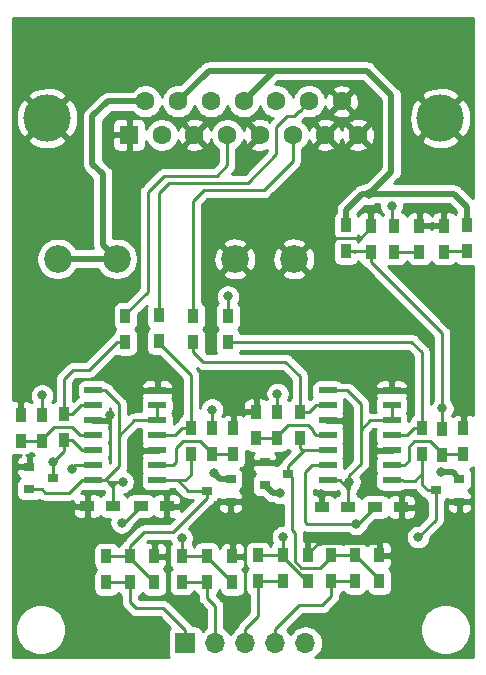
<source format=gbr>
G04 #@! TF.GenerationSoftware,KiCad,Pcbnew,(5.1.4)-1*
G04 #@! TF.CreationDate,2021-07-27T11:29:55-04:00*
G04 #@! TF.ProjectId,9000 Clock Module,39303030-2043-46c6-9f63-6b204d6f6475,rev?*
G04 #@! TF.SameCoordinates,Original*
G04 #@! TF.FileFunction,Copper,L1,Top*
G04 #@! TF.FilePolarity,Positive*
%FSLAX46Y46*%
G04 Gerber Fmt 4.6, Leading zero omitted, Abs format (unit mm)*
G04 Created by KiCad (PCBNEW (5.1.4)-1) date 2021-07-27 11:29:55*
%MOMM*%
%LPD*%
G04 APERTURE LIST*
%ADD10R,0.900000X1.200000*%
%ADD11R,1.200000X0.900000*%
%ADD12R,0.900000X0.800000*%
%ADD13C,2.350000*%
%ADD14O,1.700000X1.700000*%
%ADD15R,1.700000X1.700000*%
%ADD16R,1.500000X0.600000*%
%ADD17R,1.600000X1.600000*%
%ADD18C,1.600000*%
%ADD19C,4.000000*%
%ADD20C,0.800000*%
%ADD21C,0.250000*%
%ADD22C,0.500000*%
%ADD23C,0.254000*%
G04 APERTURE END LIST*
D10*
X101092000Y-80602000D03*
X101092000Y-78402000D03*
X107566000Y-78354000D03*
X107566000Y-80554000D03*
X114018000Y-80514000D03*
X114018000Y-78314000D03*
X120104000Y-80494000D03*
X120104000Y-78294000D03*
X111740000Y-68390000D03*
X111740000Y-66190000D03*
D11*
X104170000Y-74150000D03*
X101970000Y-74150000D03*
X99650000Y-74150000D03*
X97450000Y-74150000D03*
X121830000Y-74240000D03*
X124030000Y-74240000D03*
X117300000Y-74230000D03*
X119500000Y-74230000D03*
D10*
X129290000Y-69770000D03*
X129290000Y-67570000D03*
X91800000Y-66410000D03*
X91800000Y-68610000D03*
X109800000Y-69780000D03*
X109800000Y-67580000D03*
D12*
X109580000Y-73790000D03*
X109580000Y-71890000D03*
X107580000Y-72840000D03*
X94530000Y-71780000D03*
X92530000Y-72730000D03*
X92530000Y-70830000D03*
X128960000Y-73780000D03*
X128960000Y-71880000D03*
X126960000Y-72830000D03*
X114460000Y-71410000D03*
X112460000Y-72360000D03*
X112460000Y-70460000D03*
D10*
X123460000Y-50420000D03*
X123460000Y-52620000D03*
X127650000Y-52630000D03*
X127650000Y-50430000D03*
D13*
X114950000Y-53230000D03*
X109950000Y-53230000D03*
X94950000Y-53230000D03*
X99950000Y-53230000D03*
D14*
X115910000Y-85750000D03*
X113370000Y-85750000D03*
X110830000Y-85750000D03*
X108290000Y-85750000D03*
D15*
X105750000Y-85750000D03*
D10*
X99060000Y-78402000D03*
X99060000Y-80602000D03*
X103124000Y-80602000D03*
X103124000Y-78402000D03*
X105436000Y-80554000D03*
X105436000Y-78354000D03*
X109728000Y-78402000D03*
X109728000Y-80602000D03*
X111908000Y-78314000D03*
X111908000Y-80514000D03*
X116118000Y-80514000D03*
X116118000Y-78314000D03*
X118124000Y-78294000D03*
X118124000Y-80494000D03*
X122164000Y-78314000D03*
X122164000Y-80514000D03*
X103520000Y-60210000D03*
X103520000Y-58010000D03*
X100680000Y-58060000D03*
X100680000Y-60260000D03*
X109360000Y-60260000D03*
X109360000Y-58060000D03*
X106420000Y-58060000D03*
X106420000Y-60260000D03*
X119360000Y-50390000D03*
X119360000Y-52590000D03*
X121440000Y-52620000D03*
X121440000Y-50420000D03*
X106220000Y-69750000D03*
X106220000Y-67550000D03*
X95490000Y-66390000D03*
X95490000Y-68590000D03*
X125790000Y-69770000D03*
X125790000Y-67570000D03*
X115430000Y-66200000D03*
X115430000Y-68400000D03*
X108010000Y-69780000D03*
X108010000Y-67580000D03*
X93630000Y-66410000D03*
X93630000Y-68610000D03*
X127510000Y-69820000D03*
X127510000Y-67620000D03*
X113550000Y-68390000D03*
X113550000Y-66190000D03*
X125570000Y-50420000D03*
X125570000Y-52620000D03*
X129570000Y-50390000D03*
X129570000Y-52590000D03*
D16*
X97970000Y-71980000D03*
X97970000Y-70710000D03*
X97970000Y-69440000D03*
X97970000Y-68170000D03*
X97970000Y-66900000D03*
X97970000Y-65630000D03*
X97970000Y-64360000D03*
X103370000Y-64360000D03*
X103370000Y-65630000D03*
X103370000Y-66900000D03*
X103370000Y-68170000D03*
X103370000Y-69440000D03*
X103370000Y-70710000D03*
X103370000Y-71980000D03*
X123210000Y-71990000D03*
X123210000Y-70720000D03*
X123210000Y-69450000D03*
X123210000Y-68180000D03*
X123210000Y-66910000D03*
X123210000Y-65640000D03*
X123210000Y-64370000D03*
X117810000Y-64370000D03*
X117810000Y-65640000D03*
X117810000Y-66910000D03*
X117810000Y-68180000D03*
X117810000Y-69450000D03*
X117810000Y-70720000D03*
X117810000Y-71990000D03*
D17*
X100990000Y-42730000D03*
D18*
X103760000Y-42730000D03*
X106530000Y-42730000D03*
X109300000Y-42730000D03*
X112070000Y-42730000D03*
X114840000Y-42730000D03*
X117610000Y-42730000D03*
X120380000Y-42730000D03*
X102375000Y-39890000D03*
X105145000Y-39890000D03*
X107915000Y-39890000D03*
X110685000Y-39890000D03*
X113455000Y-39890000D03*
X116225000Y-39890000D03*
X118995000Y-39890000D03*
D19*
X127335000Y-41310000D03*
X94035000Y-41310000D03*
D20*
X105436000Y-76860000D03*
X94530000Y-70420000D03*
X114010000Y-76780000D03*
X125470000Y-76790000D03*
X121450000Y-71160000D03*
X119540000Y-69280000D03*
X120930000Y-63340000D03*
X111060000Y-71060000D03*
X109580000Y-64360000D03*
X101370000Y-63640000D03*
X101430000Y-70300000D03*
X99390000Y-66440000D03*
X117240000Y-73110000D03*
X120660000Y-73120000D03*
X128980000Y-76090000D03*
X129030000Y-77190000D03*
X125550000Y-48890000D03*
X129440000Y-54180000D03*
X104270000Y-79450000D03*
X100360000Y-75560000D03*
X96130000Y-71030000D03*
X120190000Y-75670000D03*
X123210000Y-48760000D03*
X127360000Y-71300000D03*
X121310000Y-47720000D03*
X100450000Y-72100000D03*
X119640000Y-72100000D03*
X113730000Y-73050000D03*
X108180000Y-71370000D03*
X109360000Y-56410000D03*
X127510000Y-65890000D03*
X93620000Y-64780000D03*
X108010000Y-65980000D03*
X113550000Y-64650000D03*
D21*
X101092000Y-80602000D02*
X99060000Y-80602000D01*
X101092000Y-82296000D02*
X101092000Y-80602000D01*
X101600000Y-82804000D02*
X101092000Y-82296000D01*
X103904000Y-82804000D02*
X103554000Y-82804000D01*
X105750000Y-84650000D02*
X103904000Y-82804000D01*
X105750000Y-85750000D02*
X105750000Y-84650000D01*
X103554000Y-82804000D02*
X101600000Y-82804000D01*
X107580000Y-72840000D02*
X105960000Y-72840000D01*
X105100000Y-71980000D02*
X103370000Y-71980000D01*
X105960000Y-72840000D02*
X105100000Y-71980000D01*
X105100000Y-71980000D02*
X105740000Y-71980000D01*
X106220000Y-71500000D02*
X106220000Y-69750000D01*
X105740000Y-71980000D02*
X106220000Y-71500000D01*
X99060000Y-78402000D02*
X101092000Y-78402000D01*
X103124000Y-80584000D02*
X103124000Y-80602000D01*
X101092000Y-78552000D02*
X103124000Y-80584000D01*
X101092000Y-78402000D02*
X101092000Y-78552000D01*
X101092000Y-77552000D02*
X101092000Y-78402000D01*
X102264000Y-76380000D02*
X101092000Y-77552000D01*
X104690000Y-76380000D02*
X102264000Y-76380000D01*
X107580000Y-73490000D02*
X104690000Y-76380000D01*
X107580000Y-72840000D02*
X107580000Y-73490000D01*
X97040000Y-69440000D02*
X97970000Y-69440000D01*
X96190000Y-68590000D02*
X97040000Y-69440000D01*
X95490000Y-68590000D02*
X96190000Y-68590000D01*
X105436000Y-78354000D02*
X105436000Y-78354000D01*
X109664000Y-80602000D02*
X109728000Y-80602000D01*
X107566000Y-78504000D02*
X109664000Y-80602000D01*
X107566000Y-78354000D02*
X107566000Y-78504000D01*
X105436000Y-78354000D02*
X107566000Y-78354000D01*
X95490000Y-69460000D02*
X95490000Y-69390000D01*
X94530000Y-70420000D02*
X95490000Y-69460000D01*
X95490000Y-69390000D02*
X95490000Y-68590000D01*
X94530000Y-71780000D02*
X94530000Y-70420000D01*
X105436000Y-78354000D02*
X105436000Y-76860000D01*
X107566000Y-80554000D02*
X105436000Y-80554000D01*
X107566000Y-81912000D02*
X107566000Y-80554000D01*
X108290000Y-82636000D02*
X107702000Y-82048000D01*
X108290000Y-85750000D02*
X108290000Y-82636000D01*
X107702000Y-82048000D02*
X107566000Y-81912000D01*
X114018000Y-80514000D02*
X111908000Y-80514000D01*
X111908000Y-82402000D02*
X111908000Y-80514000D01*
X111908000Y-83469919D02*
X111908000Y-82402000D01*
X110830000Y-84547919D02*
X111908000Y-83469919D01*
X110830000Y-85750000D02*
X110830000Y-84547919D01*
X111908000Y-78314000D02*
X114018000Y-78314000D01*
X116068000Y-80514000D02*
X116118000Y-80514000D01*
X114018000Y-78464000D02*
X116068000Y-80514000D01*
X114018000Y-78314000D02*
X114018000Y-78464000D01*
X124210000Y-71990000D02*
X124220000Y-72000000D01*
X123210000Y-71990000D02*
X124210000Y-71990000D01*
X124220000Y-72000000D02*
X125170000Y-72000000D01*
X125170000Y-72000000D02*
X125790000Y-71380000D01*
X125790000Y-72360000D02*
X125790000Y-71240000D01*
X126260000Y-72830000D02*
X125790000Y-72360000D01*
X126960000Y-72830000D02*
X126260000Y-72830000D01*
X125790000Y-71380000D02*
X125790000Y-71240000D01*
X125790000Y-71240000D02*
X125790000Y-69770000D01*
X125470000Y-76790000D02*
X126960000Y-75300000D01*
X126960000Y-75300000D02*
X126960000Y-72830000D01*
X114018000Y-78314000D02*
X114018000Y-77464000D01*
X114018000Y-77464000D02*
X114018000Y-76788000D01*
X114018000Y-76788000D02*
X114010000Y-76780000D01*
X120104000Y-80494000D02*
X118124000Y-80494000D01*
X118124000Y-81774000D02*
X118124000Y-80494000D01*
X113370000Y-84547919D02*
X115367919Y-82550000D01*
X113370000Y-85750000D02*
X113370000Y-84547919D01*
X117348000Y-82550000D02*
X118124000Y-81774000D01*
X115367919Y-82550000D02*
X117348000Y-82550000D01*
X118124000Y-78294000D02*
X118124000Y-78294000D01*
X120104000Y-78304000D02*
X120104000Y-78294000D01*
X122164000Y-80364000D02*
X120104000Y-78304000D01*
X122164000Y-80514000D02*
X122164000Y-80364000D01*
X114460000Y-71410000D02*
X114460000Y-70760000D01*
X115770000Y-69450000D02*
X115390000Y-69830000D01*
X117810000Y-69450000D02*
X115770000Y-69450000D01*
X114460000Y-70760000D02*
X115390000Y-69830000D01*
X115390000Y-69830000D02*
X115550000Y-69670000D01*
X115430000Y-69250000D02*
X115430000Y-68400000D01*
X115630000Y-69450000D02*
X115430000Y-69250000D01*
X115770000Y-69450000D02*
X115630000Y-69450000D01*
X118124000Y-78294000D02*
X120104000Y-78294000D01*
X114760000Y-71710000D02*
X114460000Y-71410000D01*
X114760000Y-75620000D02*
X114760000Y-71710000D01*
X118124000Y-78444000D02*
X117178000Y-79390000D01*
X118124000Y-78294000D02*
X118124000Y-78444000D01*
X117178000Y-79390000D02*
X115580410Y-79390000D01*
X115580410Y-79390000D02*
X115010000Y-78819590D01*
X114760000Y-76185685D02*
X114760000Y-75620000D01*
X115010000Y-76435685D02*
X114760000Y-76185685D01*
X115010000Y-78819590D02*
X115010000Y-76435685D01*
X111740000Y-68390000D02*
X113550000Y-68390000D01*
X113550000Y-68240000D02*
X114460000Y-67330000D01*
X113550000Y-68390000D02*
X113550000Y-68240000D01*
X114460000Y-67330000D02*
X116140000Y-67330000D01*
X116140000Y-67330000D02*
X116530000Y-67720000D01*
X116530000Y-67720000D02*
X116530000Y-67920000D01*
X116790000Y-68180000D02*
X117810000Y-68180000D01*
X116530000Y-67920000D02*
X116790000Y-68180000D01*
X122164000Y-77464000D02*
X122164000Y-78314000D01*
X121940010Y-77240010D02*
X122164000Y-77464000D01*
X117041990Y-77240010D02*
X121940010Y-77240010D01*
X116118000Y-78164000D02*
X117041990Y-77240010D01*
X116118000Y-78314000D02*
X116118000Y-78164000D01*
X121440000Y-50570000D02*
X120530000Y-51480000D01*
X121440000Y-50420000D02*
X121440000Y-50570000D01*
X120530000Y-51480000D02*
X117290000Y-51480000D01*
X96450000Y-70710000D02*
X96130000Y-71030000D01*
X97970000Y-70710000D02*
X96450000Y-70710000D01*
X121830000Y-74240000D02*
X121680000Y-74240000D01*
X120260000Y-75660000D02*
X116030000Y-75660000D01*
X116030000Y-75660000D02*
X115900000Y-75530000D01*
X115900000Y-75530000D02*
X115900000Y-71260000D01*
X116440000Y-70720000D02*
X117810000Y-70720000D01*
X115900000Y-71260000D02*
X116440000Y-70720000D01*
X120400000Y-75670000D02*
X121830000Y-74240000D01*
X120190000Y-75670000D02*
X120400000Y-75670000D01*
X123210000Y-50170000D02*
X123460000Y-50420000D01*
X123210000Y-48760000D02*
X123210000Y-50170000D01*
X100560000Y-75560000D02*
X101970000Y-74150000D01*
X100360000Y-75560000D02*
X100560000Y-75560000D01*
D22*
X110685000Y-39890000D02*
X113265000Y-37310000D01*
X121110000Y-37310000D02*
X123190000Y-39390000D01*
X123190000Y-39390000D02*
X123190000Y-45840000D01*
X123190000Y-45840000D02*
X121310000Y-47720000D01*
D21*
X99650000Y-74150000D02*
X99650000Y-72510000D01*
X99120000Y-71980000D02*
X97970000Y-71980000D01*
X93580000Y-72730000D02*
X92530000Y-72730000D01*
X93910000Y-73060000D02*
X93580000Y-72730000D01*
X95890000Y-73060000D02*
X93910000Y-73060000D01*
X97970000Y-71980000D02*
X96970000Y-71980000D01*
X96970000Y-71980000D02*
X95890000Y-73060000D01*
X98970000Y-71980000D02*
X100150000Y-70800000D01*
X97970000Y-71980000D02*
X98970000Y-71980000D01*
X101440000Y-66900000D02*
X103370000Y-66900000D01*
X100150000Y-68190000D02*
X101440000Y-66900000D01*
X103370000Y-66900000D02*
X103370000Y-65630000D01*
X100150000Y-65540000D02*
X100150000Y-68390000D01*
X98970000Y-64360000D02*
X100150000Y-65540000D01*
X97970000Y-64360000D02*
X98970000Y-64360000D01*
X100150000Y-70800000D02*
X100150000Y-68390000D01*
X100150000Y-68390000D02*
X100150000Y-68190000D01*
X119500000Y-73530000D02*
X119500000Y-74230000D01*
X119500000Y-72680000D02*
X119500000Y-73530000D01*
X118810000Y-71990000D02*
X119500000Y-72680000D01*
X117810000Y-71990000D02*
X118810000Y-71990000D01*
X119640000Y-72665685D02*
X119640000Y-72100000D01*
X119625685Y-72680000D02*
X119640000Y-72665685D01*
X119500000Y-72680000D02*
X119625685Y-72680000D01*
X119640000Y-71534315D02*
X120600000Y-70574315D01*
X119640000Y-72100000D02*
X119640000Y-71534315D01*
X120600000Y-70574315D02*
X120600000Y-67680000D01*
X121370000Y-66910000D02*
X123210000Y-66910000D01*
X120600000Y-67680000D02*
X121370000Y-66910000D01*
X120600000Y-67680000D02*
X120600000Y-65490000D01*
X119480000Y-64370000D02*
X117810000Y-64370000D01*
X120600000Y-65490000D02*
X119480000Y-64370000D01*
X123210000Y-66910000D02*
X123210000Y-65640000D01*
D22*
X107725000Y-37310000D02*
X113350000Y-37310000D01*
X105145000Y-39890000D02*
X107725000Y-37310000D01*
D21*
X113265000Y-37310000D02*
X113350000Y-37310000D01*
D22*
X113350000Y-37310000D02*
X121110000Y-37310000D01*
X119360000Y-49540000D02*
X119360000Y-50390000D01*
X119360000Y-49104315D02*
X119360000Y-49540000D01*
X120744315Y-47720000D02*
X119360000Y-49104315D01*
X121310000Y-47720000D02*
X120744315Y-47720000D01*
X121310000Y-47720000D02*
X128470000Y-47720000D01*
X129570000Y-48820000D02*
X129570000Y-50390000D01*
X128470000Y-47720000D02*
X129570000Y-48820000D01*
X128380000Y-71300000D02*
X128960000Y-71880000D01*
X127360000Y-71300000D02*
X128380000Y-71300000D01*
X113150000Y-73050000D02*
X112460000Y-72360000D01*
X113730000Y-73050000D02*
X113150000Y-73050000D01*
X109580000Y-71890000D02*
X108700000Y-71890000D01*
X108700000Y-71890000D02*
X108180000Y-71370000D01*
D21*
X99650000Y-72334315D02*
X99650000Y-72510000D01*
X99884315Y-72100000D02*
X99650000Y-72334315D01*
X100450000Y-72100000D02*
X99884315Y-72100000D01*
X99650000Y-72510000D02*
X99240000Y-72100000D01*
X99240000Y-72100000D02*
X99120000Y-71980000D01*
X99650000Y-72280000D02*
X99470000Y-72100000D01*
X99650000Y-72510000D02*
X99650000Y-72280000D01*
X99884315Y-72100000D02*
X99470000Y-72100000D01*
X99470000Y-72100000D02*
X99240000Y-72100000D01*
X127560000Y-69770000D02*
X127510000Y-69820000D01*
X129290000Y-69770000D02*
X127560000Y-69770000D01*
X127510000Y-69820000D02*
X127510000Y-69670000D01*
X124300000Y-70720000D02*
X123210000Y-70720000D01*
X126510000Y-68670000D02*
X125140000Y-68670000D01*
X127510000Y-69670000D02*
X126510000Y-68670000D01*
X125140000Y-68670000D02*
X124670000Y-69140000D01*
X124670000Y-69140000D02*
X124670000Y-70350000D01*
X124670000Y-70350000D02*
X124300000Y-70720000D01*
X91800000Y-68610000D02*
X93630000Y-68610000D01*
X93630000Y-68460000D02*
X94610000Y-67480000D01*
X93630000Y-68610000D02*
X93630000Y-68460000D01*
X94610000Y-67480000D02*
X96120000Y-67480000D01*
X96810000Y-68170000D02*
X97970000Y-68170000D01*
X96120000Y-67480000D02*
X96810000Y-68170000D01*
X109800000Y-69780000D02*
X108010000Y-69780000D01*
X108010000Y-69780000D02*
X108010000Y-69670000D01*
X108010000Y-69670000D02*
X106980000Y-68640000D01*
X106980000Y-68640000D02*
X105550000Y-68640000D01*
X105550000Y-68640000D02*
X104980000Y-69210000D01*
X104980000Y-69210000D02*
X104980000Y-70430000D01*
X104700000Y-70710000D02*
X103370000Y-70710000D01*
X104980000Y-70430000D02*
X104700000Y-70710000D01*
X123460000Y-52620000D02*
X125570000Y-52620000D01*
X127690000Y-52590000D02*
X127650000Y-52630000D01*
X129570000Y-52590000D02*
X127690000Y-52590000D01*
D22*
X99170000Y-39890000D02*
X102375000Y-39890000D01*
X97890000Y-41170000D02*
X99170000Y-39890000D01*
X97890000Y-45180000D02*
X97890000Y-41170000D01*
X98775001Y-46065001D02*
X97890000Y-45180000D01*
X99950000Y-53230000D02*
X98775001Y-52055001D01*
X98775001Y-52055001D02*
X98775001Y-46065001D01*
X98288300Y-53230000D02*
X94950000Y-53230000D01*
X99950000Y-53230000D02*
X98288300Y-53230000D01*
D21*
X109360000Y-58060000D02*
X109360000Y-56410000D01*
X100680000Y-57910000D02*
X102560000Y-56030000D01*
X100680000Y-58060000D02*
X100680000Y-57910000D01*
X102560000Y-56030000D02*
X102560000Y-47580000D01*
X102560000Y-47580000D02*
X103930000Y-46210000D01*
X103930000Y-46210000D02*
X108400000Y-46210000D01*
X108400000Y-46210000D02*
X109310000Y-45300000D01*
X109300000Y-45290000D02*
X109300000Y-42730000D01*
X109310000Y-45300000D02*
X109300000Y-45290000D01*
X106420000Y-58060000D02*
X106420000Y-48310000D01*
X106420000Y-48310000D02*
X107300000Y-47430000D01*
X107300000Y-47430000D02*
X112380000Y-47430000D01*
X114840000Y-44970000D02*
X114840000Y-42730000D01*
X112380000Y-47430000D02*
X114840000Y-44970000D01*
X104380000Y-46770000D02*
X103520000Y-47630000D01*
X111080000Y-46770000D02*
X104380000Y-46770000D01*
X113470000Y-44380000D02*
X111080000Y-46770000D01*
X115425001Y-40689999D02*
X115410001Y-40689999D01*
X116225000Y-39890000D02*
X115425001Y-40689999D01*
X115410001Y-40689999D02*
X114950000Y-41150000D01*
X114950000Y-41150000D02*
X114390000Y-41150000D01*
X114390000Y-41150000D02*
X113470000Y-42070000D01*
X103520000Y-47630000D02*
X103520000Y-58010000D01*
X113470000Y-42070000D02*
X113470000Y-44380000D01*
X106220000Y-67550000D02*
X105470000Y-67550000D01*
X104850000Y-68170000D02*
X103370000Y-68170000D01*
X105470000Y-67550000D02*
X104850000Y-68170000D01*
X106220000Y-66700000D02*
X106220000Y-67550000D01*
X106220000Y-63060000D02*
X106220000Y-66700000D01*
X103520000Y-60360000D02*
X106220000Y-63060000D01*
X103520000Y-60210000D02*
X103520000Y-60360000D01*
X96970000Y-65630000D02*
X97970000Y-65630000D01*
X96950000Y-65630000D02*
X96970000Y-65630000D01*
X96190000Y-66390000D02*
X96950000Y-65630000D01*
X95490000Y-66390000D02*
X96190000Y-66390000D01*
X99980000Y-60260000D02*
X97600000Y-62640000D01*
X100680000Y-60260000D02*
X99980000Y-60260000D01*
X97600000Y-62640000D02*
X96220000Y-62640000D01*
X95490000Y-63370000D02*
X95490000Y-66390000D01*
X96220000Y-62640000D02*
X95490000Y-63370000D01*
X124480000Y-68180000D02*
X123210000Y-68180000D01*
X125790000Y-67570000D02*
X125090000Y-67570000D01*
X125090000Y-67570000D02*
X124480000Y-68180000D01*
X110060000Y-60260000D02*
X110070000Y-60250000D01*
X109360000Y-60260000D02*
X110060000Y-60260000D01*
X110070000Y-60250000D02*
X124900000Y-60250000D01*
X125790000Y-61140000D02*
X125790000Y-67570000D01*
X124900000Y-60250000D02*
X125790000Y-61140000D01*
X116250000Y-66200000D02*
X115430000Y-66200000D01*
X117810000Y-65640000D02*
X116810000Y-65640000D01*
X116810000Y-65640000D02*
X116250000Y-66200000D01*
X106420000Y-61110000D02*
X107240000Y-61930000D01*
X106420000Y-60260000D02*
X106420000Y-61110000D01*
X107240000Y-61930000D02*
X114230000Y-61930000D01*
X115430000Y-63130000D02*
X115430000Y-66200000D01*
X114230000Y-61930000D02*
X115430000Y-63130000D01*
X120060000Y-52590000D02*
X120090000Y-52620000D01*
X119360000Y-52590000D02*
X120060000Y-52590000D01*
X121410000Y-52590000D02*
X121440000Y-52620000D01*
X119360000Y-52590000D02*
X121410000Y-52590000D01*
X127510000Y-66770000D02*
X127510000Y-67620000D01*
X127510000Y-59540000D02*
X127510000Y-66770000D01*
X121440000Y-53470000D02*
X127510000Y-59540000D01*
X121440000Y-52620000D02*
X121440000Y-53470000D01*
X127510000Y-67620000D02*
X127510000Y-67620000D01*
X93620000Y-66400000D02*
X93630000Y-66410000D01*
X93620000Y-64780000D02*
X93620000Y-66400000D01*
X113550000Y-64650000D02*
X113550000Y-66190000D01*
X108010000Y-65980000D02*
X108010000Y-67580000D01*
D23*
G36*
X101994188Y-67745518D02*
G01*
X101981928Y-67870000D01*
X101981928Y-68470000D01*
X101994188Y-68594482D01*
X102030498Y-68714180D01*
X102079043Y-68805000D01*
X102030498Y-68895820D01*
X101994188Y-69015518D01*
X101981928Y-69140000D01*
X101985000Y-69154250D01*
X102143750Y-69313000D01*
X103243000Y-69313000D01*
X103243000Y-69293000D01*
X103497000Y-69293000D01*
X103497000Y-69313000D01*
X103517000Y-69313000D01*
X103517000Y-69567000D01*
X103497000Y-69567000D01*
X103497000Y-69587000D01*
X103243000Y-69587000D01*
X103243000Y-69567000D01*
X102143750Y-69567000D01*
X101985000Y-69725750D01*
X101981928Y-69740000D01*
X101994188Y-69864482D01*
X102030498Y-69984180D01*
X102079043Y-70075000D01*
X102030498Y-70165820D01*
X101994188Y-70285518D01*
X101981928Y-70410000D01*
X101981928Y-71010000D01*
X101994188Y-71134482D01*
X102030498Y-71254180D01*
X102079043Y-71345000D01*
X102030498Y-71435820D01*
X101994188Y-71555518D01*
X101981928Y-71680000D01*
X101981928Y-72280000D01*
X101994188Y-72404482D01*
X102030498Y-72524180D01*
X102089463Y-72634494D01*
X102168815Y-72731185D01*
X102265506Y-72810537D01*
X102375820Y-72869502D01*
X102495518Y-72905812D01*
X102620000Y-72918072D01*
X104120000Y-72918072D01*
X104244482Y-72905812D01*
X104364180Y-72869502D01*
X104474494Y-72810537D01*
X104560444Y-72740000D01*
X104785199Y-72740000D01*
X105396201Y-73351003D01*
X105419999Y-73380001D01*
X105535724Y-73474974D01*
X105667753Y-73545546D01*
X105811014Y-73589003D01*
X105922667Y-73600000D01*
X105922675Y-73600000D01*
X105960000Y-73603676D01*
X105997325Y-73600000D01*
X106395198Y-73600000D01*
X105407836Y-74587363D01*
X105405000Y-74435750D01*
X105246250Y-74277000D01*
X104297000Y-74277000D01*
X104297000Y-75076250D01*
X104455750Y-75235000D01*
X104757251Y-75237947D01*
X104375199Y-75620000D01*
X102301322Y-75620000D01*
X102263999Y-75616324D01*
X102226676Y-75620000D01*
X102226667Y-75620000D01*
X102115014Y-75630997D01*
X101971753Y-75674454D01*
X101839724Y-75745026D01*
X101723999Y-75839999D01*
X101700201Y-75868997D01*
X100581003Y-76988196D01*
X100551999Y-77011999D01*
X100515948Y-77055928D01*
X100457026Y-77127724D01*
X100414402Y-77207468D01*
X100397820Y-77212498D01*
X100287506Y-77271463D01*
X100190815Y-77350815D01*
X100111463Y-77447506D01*
X100076000Y-77513852D01*
X100040537Y-77447506D01*
X99961185Y-77350815D01*
X99864494Y-77271463D01*
X99754180Y-77212498D01*
X99634482Y-77176188D01*
X99510000Y-77163928D01*
X98610000Y-77163928D01*
X98485518Y-77176188D01*
X98365820Y-77212498D01*
X98255506Y-77271463D01*
X98158815Y-77350815D01*
X98079463Y-77447506D01*
X98020498Y-77557820D01*
X97984188Y-77677518D01*
X97971928Y-77802000D01*
X97971928Y-79002000D01*
X97984188Y-79126482D01*
X98020498Y-79246180D01*
X98079463Y-79356494D01*
X98158815Y-79453185D01*
X98218296Y-79502000D01*
X98158815Y-79550815D01*
X98079463Y-79647506D01*
X98020498Y-79757820D01*
X97984188Y-79877518D01*
X97971928Y-80002000D01*
X97971928Y-81202000D01*
X97984188Y-81326482D01*
X98020498Y-81446180D01*
X98079463Y-81556494D01*
X98158815Y-81653185D01*
X98255506Y-81732537D01*
X98365820Y-81791502D01*
X98485518Y-81827812D01*
X98610000Y-81840072D01*
X99510000Y-81840072D01*
X99634482Y-81827812D01*
X99754180Y-81791502D01*
X99864494Y-81732537D01*
X99961185Y-81653185D01*
X100040537Y-81556494D01*
X100076000Y-81490148D01*
X100111463Y-81556494D01*
X100190815Y-81653185D01*
X100287506Y-81732537D01*
X100332000Y-81756320D01*
X100332000Y-82258677D01*
X100328324Y-82296000D01*
X100332000Y-82333322D01*
X100332000Y-82333332D01*
X100342997Y-82444985D01*
X100377583Y-82559002D01*
X100386454Y-82588246D01*
X100457026Y-82720276D01*
X100493216Y-82764373D01*
X100551999Y-82836001D01*
X100581002Y-82859803D01*
X101036200Y-83315002D01*
X101059999Y-83344001D01*
X101175724Y-83438974D01*
X101307753Y-83509546D01*
X101451014Y-83553003D01*
X101562667Y-83564000D01*
X101562676Y-83564000D01*
X101599999Y-83567676D01*
X101637322Y-83564000D01*
X103589199Y-83564000D01*
X104462655Y-84437457D01*
X104448815Y-84448815D01*
X104369463Y-84545506D01*
X104310498Y-84655820D01*
X104274188Y-84775518D01*
X104261928Y-84900000D01*
X104261928Y-86600000D01*
X104274188Y-86724482D01*
X104310498Y-86844180D01*
X104369463Y-86954494D01*
X104382188Y-86970000D01*
X91170000Y-86970000D01*
X91170000Y-84416323D01*
X91340497Y-84416323D01*
X91340497Y-84843677D01*
X91423870Y-85262821D01*
X91587412Y-85657645D01*
X91824837Y-86012977D01*
X92127023Y-86315163D01*
X92482355Y-86552588D01*
X92877179Y-86716130D01*
X93296323Y-86799503D01*
X93723677Y-86799503D01*
X94142821Y-86716130D01*
X94537645Y-86552588D01*
X94892977Y-86315163D01*
X95195163Y-86012977D01*
X95432588Y-85657645D01*
X95596130Y-85262821D01*
X95679503Y-84843677D01*
X95679503Y-84416323D01*
X95596130Y-83997179D01*
X95432588Y-83602355D01*
X95195163Y-83247023D01*
X94892977Y-82944837D01*
X94537645Y-82707412D01*
X94142821Y-82543870D01*
X93723677Y-82460497D01*
X93296323Y-82460497D01*
X92877179Y-82543870D01*
X92482355Y-82707412D01*
X92127023Y-82944837D01*
X91824837Y-83247023D01*
X91587412Y-83602355D01*
X91423870Y-83997179D01*
X91340497Y-84416323D01*
X91170000Y-84416323D01*
X91170000Y-74600000D01*
X96211928Y-74600000D01*
X96224188Y-74724482D01*
X96260498Y-74844180D01*
X96319463Y-74954494D01*
X96398815Y-75051185D01*
X96495506Y-75130537D01*
X96605820Y-75189502D01*
X96725518Y-75225812D01*
X96850000Y-75238072D01*
X97164250Y-75235000D01*
X97323000Y-75076250D01*
X97323000Y-74277000D01*
X96373750Y-74277000D01*
X96215000Y-74435750D01*
X96211928Y-74600000D01*
X91170000Y-74600000D01*
X91170000Y-69818971D01*
X91225518Y-69835812D01*
X91350000Y-69848072D01*
X91821650Y-69848072D01*
X91725506Y-69899463D01*
X91628815Y-69978815D01*
X91549463Y-70075506D01*
X91490498Y-70185820D01*
X91454188Y-70305518D01*
X91441928Y-70430000D01*
X91445000Y-70544250D01*
X91603750Y-70703000D01*
X92403000Y-70703000D01*
X92403000Y-69953750D01*
X92293079Y-69843829D01*
X92374482Y-69835812D01*
X92494180Y-69799502D01*
X92604494Y-69740537D01*
X92701185Y-69661185D01*
X92715000Y-69644351D01*
X92728815Y-69661185D01*
X92825506Y-69740537D01*
X92923623Y-69792982D01*
X92815750Y-69795000D01*
X92657000Y-69953750D01*
X92657000Y-70703000D01*
X92677000Y-70703000D01*
X92677000Y-70957000D01*
X92657000Y-70957000D01*
X92657000Y-70977000D01*
X92403000Y-70977000D01*
X92403000Y-70957000D01*
X91603750Y-70957000D01*
X91445000Y-71115750D01*
X91441928Y-71230000D01*
X91454188Y-71354482D01*
X91490498Y-71474180D01*
X91549463Y-71584494D01*
X91628815Y-71681185D01*
X91725506Y-71760537D01*
X91761918Y-71780000D01*
X91725506Y-71799463D01*
X91628815Y-71878815D01*
X91549463Y-71975506D01*
X91490498Y-72085820D01*
X91454188Y-72205518D01*
X91441928Y-72330000D01*
X91441928Y-73130000D01*
X91454188Y-73254482D01*
X91490498Y-73374180D01*
X91549463Y-73484494D01*
X91628815Y-73581185D01*
X91725506Y-73660537D01*
X91835820Y-73719502D01*
X91955518Y-73755812D01*
X92080000Y-73768072D01*
X92980000Y-73768072D01*
X93104482Y-73755812D01*
X93224180Y-73719502D01*
X93334494Y-73660537D01*
X93389128Y-73615700D01*
X93485724Y-73694974D01*
X93617753Y-73765546D01*
X93761014Y-73809003D01*
X93872667Y-73820000D01*
X93872676Y-73820000D01*
X93909999Y-73823676D01*
X93947322Y-73820000D01*
X95852678Y-73820000D01*
X95890000Y-73823676D01*
X95927322Y-73820000D01*
X95927333Y-73820000D01*
X96038986Y-73809003D01*
X96182247Y-73765546D01*
X96212848Y-73749189D01*
X96215000Y-73864250D01*
X96373750Y-74023000D01*
X97323000Y-74023000D01*
X97323000Y-73223750D01*
X97164250Y-73065000D01*
X96961781Y-73063021D01*
X97116885Y-72907916D01*
X97220000Y-72918072D01*
X98720000Y-72918072D01*
X98844482Y-72905812D01*
X98890001Y-72892004D01*
X98890001Y-73084962D01*
X98805820Y-73110498D01*
X98695506Y-73169463D01*
X98598815Y-73248815D01*
X98550000Y-73308296D01*
X98501185Y-73248815D01*
X98404494Y-73169463D01*
X98294180Y-73110498D01*
X98174482Y-73074188D01*
X98050000Y-73061928D01*
X97735750Y-73065000D01*
X97577000Y-73223750D01*
X97577000Y-74023000D01*
X97597000Y-74023000D01*
X97597000Y-74277000D01*
X97577000Y-74277000D01*
X97577000Y-75076250D01*
X97735750Y-75235000D01*
X98050000Y-75238072D01*
X98174482Y-75225812D01*
X98294180Y-75189502D01*
X98404494Y-75130537D01*
X98501185Y-75051185D01*
X98550000Y-74991704D01*
X98598815Y-75051185D01*
X98695506Y-75130537D01*
X98805820Y-75189502D01*
X98925518Y-75225812D01*
X99050000Y-75238072D01*
X99373071Y-75238072D01*
X99364774Y-75258102D01*
X99325000Y-75458061D01*
X99325000Y-75661939D01*
X99364774Y-75861898D01*
X99442795Y-76050256D01*
X99556063Y-76219774D01*
X99700226Y-76363937D01*
X99869744Y-76477205D01*
X100058102Y-76555226D01*
X100258061Y-76595000D01*
X100461939Y-76595000D01*
X100661898Y-76555226D01*
X100850256Y-76477205D01*
X101019774Y-76363937D01*
X101163937Y-76219774D01*
X101277205Y-76050256D01*
X101355226Y-75861898D01*
X101360769Y-75834032D01*
X101956730Y-75238072D01*
X102570000Y-75238072D01*
X102694482Y-75225812D01*
X102814180Y-75189502D01*
X102924494Y-75130537D01*
X103021185Y-75051185D01*
X103070000Y-74991704D01*
X103118815Y-75051185D01*
X103215506Y-75130537D01*
X103325820Y-75189502D01*
X103445518Y-75225812D01*
X103570000Y-75238072D01*
X103884250Y-75235000D01*
X104043000Y-75076250D01*
X104043000Y-74277000D01*
X104023000Y-74277000D01*
X104023000Y-74023000D01*
X104043000Y-74023000D01*
X104043000Y-73223750D01*
X104297000Y-73223750D01*
X104297000Y-74023000D01*
X105246250Y-74023000D01*
X105405000Y-73864250D01*
X105408072Y-73700000D01*
X105395812Y-73575518D01*
X105359502Y-73455820D01*
X105300537Y-73345506D01*
X105221185Y-73248815D01*
X105124494Y-73169463D01*
X105014180Y-73110498D01*
X104894482Y-73074188D01*
X104770000Y-73061928D01*
X104455750Y-73065000D01*
X104297000Y-73223750D01*
X104043000Y-73223750D01*
X103884250Y-73065000D01*
X103570000Y-73061928D01*
X103445518Y-73074188D01*
X103325820Y-73110498D01*
X103215506Y-73169463D01*
X103118815Y-73248815D01*
X103070000Y-73308296D01*
X103021185Y-73248815D01*
X102924494Y-73169463D01*
X102814180Y-73110498D01*
X102694482Y-73074188D01*
X102570000Y-73061928D01*
X101370000Y-73061928D01*
X101245518Y-73074188D01*
X101125820Y-73110498D01*
X101015506Y-73169463D01*
X100918815Y-73248815D01*
X100839463Y-73345506D01*
X100810000Y-73400627D01*
X100780537Y-73345506D01*
X100701185Y-73248815D01*
X100604494Y-73169463D01*
X100540019Y-73135000D01*
X100551939Y-73135000D01*
X100751898Y-73095226D01*
X100940256Y-73017205D01*
X101109774Y-72903937D01*
X101253937Y-72759774D01*
X101367205Y-72590256D01*
X101445226Y-72401898D01*
X101485000Y-72201939D01*
X101485000Y-71998061D01*
X101445226Y-71798102D01*
X101367205Y-71609744D01*
X101253937Y-71440226D01*
X101109774Y-71296063D01*
X100940256Y-71182795D01*
X100831276Y-71137653D01*
X100855546Y-71092247D01*
X100857648Y-71085318D01*
X100899003Y-70948986D01*
X100910000Y-70837333D01*
X100910000Y-70837323D01*
X100913676Y-70800001D01*
X100910000Y-70762678D01*
X100910000Y-68504801D01*
X101754803Y-67660000D01*
X102020130Y-67660000D01*
X101994188Y-67745518D01*
X101994188Y-67745518D01*
G37*
X101994188Y-67745518D02*
X101981928Y-67870000D01*
X101981928Y-68470000D01*
X101994188Y-68594482D01*
X102030498Y-68714180D01*
X102079043Y-68805000D01*
X102030498Y-68895820D01*
X101994188Y-69015518D01*
X101981928Y-69140000D01*
X101985000Y-69154250D01*
X102143750Y-69313000D01*
X103243000Y-69313000D01*
X103243000Y-69293000D01*
X103497000Y-69293000D01*
X103497000Y-69313000D01*
X103517000Y-69313000D01*
X103517000Y-69567000D01*
X103497000Y-69567000D01*
X103497000Y-69587000D01*
X103243000Y-69587000D01*
X103243000Y-69567000D01*
X102143750Y-69567000D01*
X101985000Y-69725750D01*
X101981928Y-69740000D01*
X101994188Y-69864482D01*
X102030498Y-69984180D01*
X102079043Y-70075000D01*
X102030498Y-70165820D01*
X101994188Y-70285518D01*
X101981928Y-70410000D01*
X101981928Y-71010000D01*
X101994188Y-71134482D01*
X102030498Y-71254180D01*
X102079043Y-71345000D01*
X102030498Y-71435820D01*
X101994188Y-71555518D01*
X101981928Y-71680000D01*
X101981928Y-72280000D01*
X101994188Y-72404482D01*
X102030498Y-72524180D01*
X102089463Y-72634494D01*
X102168815Y-72731185D01*
X102265506Y-72810537D01*
X102375820Y-72869502D01*
X102495518Y-72905812D01*
X102620000Y-72918072D01*
X104120000Y-72918072D01*
X104244482Y-72905812D01*
X104364180Y-72869502D01*
X104474494Y-72810537D01*
X104560444Y-72740000D01*
X104785199Y-72740000D01*
X105396201Y-73351003D01*
X105419999Y-73380001D01*
X105535724Y-73474974D01*
X105667753Y-73545546D01*
X105811014Y-73589003D01*
X105922667Y-73600000D01*
X105922675Y-73600000D01*
X105960000Y-73603676D01*
X105997325Y-73600000D01*
X106395198Y-73600000D01*
X105407836Y-74587363D01*
X105405000Y-74435750D01*
X105246250Y-74277000D01*
X104297000Y-74277000D01*
X104297000Y-75076250D01*
X104455750Y-75235000D01*
X104757251Y-75237947D01*
X104375199Y-75620000D01*
X102301322Y-75620000D01*
X102263999Y-75616324D01*
X102226676Y-75620000D01*
X102226667Y-75620000D01*
X102115014Y-75630997D01*
X101971753Y-75674454D01*
X101839724Y-75745026D01*
X101723999Y-75839999D01*
X101700201Y-75868997D01*
X100581003Y-76988196D01*
X100551999Y-77011999D01*
X100515948Y-77055928D01*
X100457026Y-77127724D01*
X100414402Y-77207468D01*
X100397820Y-77212498D01*
X100287506Y-77271463D01*
X100190815Y-77350815D01*
X100111463Y-77447506D01*
X100076000Y-77513852D01*
X100040537Y-77447506D01*
X99961185Y-77350815D01*
X99864494Y-77271463D01*
X99754180Y-77212498D01*
X99634482Y-77176188D01*
X99510000Y-77163928D01*
X98610000Y-77163928D01*
X98485518Y-77176188D01*
X98365820Y-77212498D01*
X98255506Y-77271463D01*
X98158815Y-77350815D01*
X98079463Y-77447506D01*
X98020498Y-77557820D01*
X97984188Y-77677518D01*
X97971928Y-77802000D01*
X97971928Y-79002000D01*
X97984188Y-79126482D01*
X98020498Y-79246180D01*
X98079463Y-79356494D01*
X98158815Y-79453185D01*
X98218296Y-79502000D01*
X98158815Y-79550815D01*
X98079463Y-79647506D01*
X98020498Y-79757820D01*
X97984188Y-79877518D01*
X97971928Y-80002000D01*
X97971928Y-81202000D01*
X97984188Y-81326482D01*
X98020498Y-81446180D01*
X98079463Y-81556494D01*
X98158815Y-81653185D01*
X98255506Y-81732537D01*
X98365820Y-81791502D01*
X98485518Y-81827812D01*
X98610000Y-81840072D01*
X99510000Y-81840072D01*
X99634482Y-81827812D01*
X99754180Y-81791502D01*
X99864494Y-81732537D01*
X99961185Y-81653185D01*
X100040537Y-81556494D01*
X100076000Y-81490148D01*
X100111463Y-81556494D01*
X100190815Y-81653185D01*
X100287506Y-81732537D01*
X100332000Y-81756320D01*
X100332000Y-82258677D01*
X100328324Y-82296000D01*
X100332000Y-82333322D01*
X100332000Y-82333332D01*
X100342997Y-82444985D01*
X100377583Y-82559002D01*
X100386454Y-82588246D01*
X100457026Y-82720276D01*
X100493216Y-82764373D01*
X100551999Y-82836001D01*
X100581002Y-82859803D01*
X101036200Y-83315002D01*
X101059999Y-83344001D01*
X101175724Y-83438974D01*
X101307753Y-83509546D01*
X101451014Y-83553003D01*
X101562667Y-83564000D01*
X101562676Y-83564000D01*
X101599999Y-83567676D01*
X101637322Y-83564000D01*
X103589199Y-83564000D01*
X104462655Y-84437457D01*
X104448815Y-84448815D01*
X104369463Y-84545506D01*
X104310498Y-84655820D01*
X104274188Y-84775518D01*
X104261928Y-84900000D01*
X104261928Y-86600000D01*
X104274188Y-86724482D01*
X104310498Y-86844180D01*
X104369463Y-86954494D01*
X104382188Y-86970000D01*
X91170000Y-86970000D01*
X91170000Y-84416323D01*
X91340497Y-84416323D01*
X91340497Y-84843677D01*
X91423870Y-85262821D01*
X91587412Y-85657645D01*
X91824837Y-86012977D01*
X92127023Y-86315163D01*
X92482355Y-86552588D01*
X92877179Y-86716130D01*
X93296323Y-86799503D01*
X93723677Y-86799503D01*
X94142821Y-86716130D01*
X94537645Y-86552588D01*
X94892977Y-86315163D01*
X95195163Y-86012977D01*
X95432588Y-85657645D01*
X95596130Y-85262821D01*
X95679503Y-84843677D01*
X95679503Y-84416323D01*
X95596130Y-83997179D01*
X95432588Y-83602355D01*
X95195163Y-83247023D01*
X94892977Y-82944837D01*
X94537645Y-82707412D01*
X94142821Y-82543870D01*
X93723677Y-82460497D01*
X93296323Y-82460497D01*
X92877179Y-82543870D01*
X92482355Y-82707412D01*
X92127023Y-82944837D01*
X91824837Y-83247023D01*
X91587412Y-83602355D01*
X91423870Y-83997179D01*
X91340497Y-84416323D01*
X91170000Y-84416323D01*
X91170000Y-74600000D01*
X96211928Y-74600000D01*
X96224188Y-74724482D01*
X96260498Y-74844180D01*
X96319463Y-74954494D01*
X96398815Y-75051185D01*
X96495506Y-75130537D01*
X96605820Y-75189502D01*
X96725518Y-75225812D01*
X96850000Y-75238072D01*
X97164250Y-75235000D01*
X97323000Y-75076250D01*
X97323000Y-74277000D01*
X96373750Y-74277000D01*
X96215000Y-74435750D01*
X96211928Y-74600000D01*
X91170000Y-74600000D01*
X91170000Y-69818971D01*
X91225518Y-69835812D01*
X91350000Y-69848072D01*
X91821650Y-69848072D01*
X91725506Y-69899463D01*
X91628815Y-69978815D01*
X91549463Y-70075506D01*
X91490498Y-70185820D01*
X91454188Y-70305518D01*
X91441928Y-70430000D01*
X91445000Y-70544250D01*
X91603750Y-70703000D01*
X92403000Y-70703000D01*
X92403000Y-69953750D01*
X92293079Y-69843829D01*
X92374482Y-69835812D01*
X92494180Y-69799502D01*
X92604494Y-69740537D01*
X92701185Y-69661185D01*
X92715000Y-69644351D01*
X92728815Y-69661185D01*
X92825506Y-69740537D01*
X92923623Y-69792982D01*
X92815750Y-69795000D01*
X92657000Y-69953750D01*
X92657000Y-70703000D01*
X92677000Y-70703000D01*
X92677000Y-70957000D01*
X92657000Y-70957000D01*
X92657000Y-70977000D01*
X92403000Y-70977000D01*
X92403000Y-70957000D01*
X91603750Y-70957000D01*
X91445000Y-71115750D01*
X91441928Y-71230000D01*
X91454188Y-71354482D01*
X91490498Y-71474180D01*
X91549463Y-71584494D01*
X91628815Y-71681185D01*
X91725506Y-71760537D01*
X91761918Y-71780000D01*
X91725506Y-71799463D01*
X91628815Y-71878815D01*
X91549463Y-71975506D01*
X91490498Y-72085820D01*
X91454188Y-72205518D01*
X91441928Y-72330000D01*
X91441928Y-73130000D01*
X91454188Y-73254482D01*
X91490498Y-73374180D01*
X91549463Y-73484494D01*
X91628815Y-73581185D01*
X91725506Y-73660537D01*
X91835820Y-73719502D01*
X91955518Y-73755812D01*
X92080000Y-73768072D01*
X92980000Y-73768072D01*
X93104482Y-73755812D01*
X93224180Y-73719502D01*
X93334494Y-73660537D01*
X93389128Y-73615700D01*
X93485724Y-73694974D01*
X93617753Y-73765546D01*
X93761014Y-73809003D01*
X93872667Y-73820000D01*
X93872676Y-73820000D01*
X93909999Y-73823676D01*
X93947322Y-73820000D01*
X95852678Y-73820000D01*
X95890000Y-73823676D01*
X95927322Y-73820000D01*
X95927333Y-73820000D01*
X96038986Y-73809003D01*
X96182247Y-73765546D01*
X96212848Y-73749189D01*
X96215000Y-73864250D01*
X96373750Y-74023000D01*
X97323000Y-74023000D01*
X97323000Y-73223750D01*
X97164250Y-73065000D01*
X96961781Y-73063021D01*
X97116885Y-72907916D01*
X97220000Y-72918072D01*
X98720000Y-72918072D01*
X98844482Y-72905812D01*
X98890001Y-72892004D01*
X98890001Y-73084962D01*
X98805820Y-73110498D01*
X98695506Y-73169463D01*
X98598815Y-73248815D01*
X98550000Y-73308296D01*
X98501185Y-73248815D01*
X98404494Y-73169463D01*
X98294180Y-73110498D01*
X98174482Y-73074188D01*
X98050000Y-73061928D01*
X97735750Y-73065000D01*
X97577000Y-73223750D01*
X97577000Y-74023000D01*
X97597000Y-74023000D01*
X97597000Y-74277000D01*
X97577000Y-74277000D01*
X97577000Y-75076250D01*
X97735750Y-75235000D01*
X98050000Y-75238072D01*
X98174482Y-75225812D01*
X98294180Y-75189502D01*
X98404494Y-75130537D01*
X98501185Y-75051185D01*
X98550000Y-74991704D01*
X98598815Y-75051185D01*
X98695506Y-75130537D01*
X98805820Y-75189502D01*
X98925518Y-75225812D01*
X99050000Y-75238072D01*
X99373071Y-75238072D01*
X99364774Y-75258102D01*
X99325000Y-75458061D01*
X99325000Y-75661939D01*
X99364774Y-75861898D01*
X99442795Y-76050256D01*
X99556063Y-76219774D01*
X99700226Y-76363937D01*
X99869744Y-76477205D01*
X100058102Y-76555226D01*
X100258061Y-76595000D01*
X100461939Y-76595000D01*
X100661898Y-76555226D01*
X100850256Y-76477205D01*
X101019774Y-76363937D01*
X101163937Y-76219774D01*
X101277205Y-76050256D01*
X101355226Y-75861898D01*
X101360769Y-75834032D01*
X101956730Y-75238072D01*
X102570000Y-75238072D01*
X102694482Y-75225812D01*
X102814180Y-75189502D01*
X102924494Y-75130537D01*
X103021185Y-75051185D01*
X103070000Y-74991704D01*
X103118815Y-75051185D01*
X103215506Y-75130537D01*
X103325820Y-75189502D01*
X103445518Y-75225812D01*
X103570000Y-75238072D01*
X103884250Y-75235000D01*
X104043000Y-75076250D01*
X104043000Y-74277000D01*
X104023000Y-74277000D01*
X104023000Y-74023000D01*
X104043000Y-74023000D01*
X104043000Y-73223750D01*
X104297000Y-73223750D01*
X104297000Y-74023000D01*
X105246250Y-74023000D01*
X105405000Y-73864250D01*
X105408072Y-73700000D01*
X105395812Y-73575518D01*
X105359502Y-73455820D01*
X105300537Y-73345506D01*
X105221185Y-73248815D01*
X105124494Y-73169463D01*
X105014180Y-73110498D01*
X104894482Y-73074188D01*
X104770000Y-73061928D01*
X104455750Y-73065000D01*
X104297000Y-73223750D01*
X104043000Y-73223750D01*
X103884250Y-73065000D01*
X103570000Y-73061928D01*
X103445518Y-73074188D01*
X103325820Y-73110498D01*
X103215506Y-73169463D01*
X103118815Y-73248815D01*
X103070000Y-73308296D01*
X103021185Y-73248815D01*
X102924494Y-73169463D01*
X102814180Y-73110498D01*
X102694482Y-73074188D01*
X102570000Y-73061928D01*
X101370000Y-73061928D01*
X101245518Y-73074188D01*
X101125820Y-73110498D01*
X101015506Y-73169463D01*
X100918815Y-73248815D01*
X100839463Y-73345506D01*
X100810000Y-73400627D01*
X100780537Y-73345506D01*
X100701185Y-73248815D01*
X100604494Y-73169463D01*
X100540019Y-73135000D01*
X100551939Y-73135000D01*
X100751898Y-73095226D01*
X100940256Y-73017205D01*
X101109774Y-72903937D01*
X101253937Y-72759774D01*
X101367205Y-72590256D01*
X101445226Y-72401898D01*
X101485000Y-72201939D01*
X101485000Y-71998061D01*
X101445226Y-71798102D01*
X101367205Y-71609744D01*
X101253937Y-71440226D01*
X101109774Y-71296063D01*
X100940256Y-71182795D01*
X100831276Y-71137653D01*
X100855546Y-71092247D01*
X100857648Y-71085318D01*
X100899003Y-70948986D01*
X100910000Y-70837333D01*
X100910000Y-70837323D01*
X100913676Y-70800001D01*
X100910000Y-70762678D01*
X100910000Y-68504801D01*
X101754803Y-67660000D01*
X102020130Y-67660000D01*
X101994188Y-67745518D01*
G36*
X121834188Y-67755518D02*
G01*
X121821928Y-67880000D01*
X121821928Y-68480000D01*
X121834188Y-68604482D01*
X121870498Y-68724180D01*
X121919043Y-68815000D01*
X121870498Y-68905820D01*
X121834188Y-69025518D01*
X121821928Y-69150000D01*
X121825000Y-69164250D01*
X121983750Y-69323000D01*
X123083000Y-69323000D01*
X123083000Y-69303000D01*
X123337000Y-69303000D01*
X123337000Y-69323000D01*
X123357000Y-69323000D01*
X123357000Y-69577000D01*
X123337000Y-69577000D01*
X123337000Y-69597000D01*
X123083000Y-69597000D01*
X123083000Y-69577000D01*
X121983750Y-69577000D01*
X121825000Y-69735750D01*
X121821928Y-69750000D01*
X121834188Y-69874482D01*
X121870498Y-69994180D01*
X121919043Y-70085000D01*
X121870498Y-70175820D01*
X121834188Y-70295518D01*
X121821928Y-70420000D01*
X121821928Y-71020000D01*
X121834188Y-71144482D01*
X121870498Y-71264180D01*
X121919043Y-71355000D01*
X121870498Y-71445820D01*
X121834188Y-71565518D01*
X121821928Y-71690000D01*
X121821928Y-72290000D01*
X121834188Y-72414482D01*
X121870498Y-72534180D01*
X121929463Y-72644494D01*
X122008815Y-72741185D01*
X122105506Y-72820537D01*
X122215820Y-72879502D01*
X122335518Y-72915812D01*
X122460000Y-72928072D01*
X123960000Y-72928072D01*
X124084482Y-72915812D01*
X124204180Y-72879502D01*
X124314494Y-72820537D01*
X124388259Y-72760000D01*
X125132678Y-72760000D01*
X125142571Y-72760974D01*
X125155026Y-72784276D01*
X125176578Y-72810537D01*
X125249999Y-72900001D01*
X125279002Y-72923803D01*
X125696200Y-73341002D01*
X125719999Y-73370001D01*
X125835724Y-73464974D01*
X125947518Y-73524730D01*
X125979463Y-73584494D01*
X126058815Y-73681185D01*
X126155506Y-73760537D01*
X126200001Y-73784320D01*
X126200000Y-74985198D01*
X125430199Y-75755000D01*
X125368061Y-75755000D01*
X125168102Y-75794774D01*
X124979744Y-75872795D01*
X124810226Y-75986063D01*
X124666063Y-76130226D01*
X124552795Y-76299744D01*
X124474774Y-76488102D01*
X124435000Y-76688061D01*
X124435000Y-76891939D01*
X124474774Y-77091898D01*
X124552795Y-77280256D01*
X124666063Y-77449774D01*
X124810226Y-77593937D01*
X124979744Y-77707205D01*
X125168102Y-77785226D01*
X125368061Y-77825000D01*
X125571939Y-77825000D01*
X125771898Y-77785226D01*
X125960256Y-77707205D01*
X126129774Y-77593937D01*
X126273937Y-77449774D01*
X126387205Y-77280256D01*
X126465226Y-77091898D01*
X126505000Y-76891939D01*
X126505000Y-76829801D01*
X127471004Y-75863798D01*
X127500001Y-75840001D01*
X127594974Y-75724276D01*
X127665546Y-75592247D01*
X127709003Y-75448986D01*
X127720000Y-75337333D01*
X127720000Y-75337324D01*
X127723676Y-75300001D01*
X127720000Y-75262678D01*
X127720000Y-74180000D01*
X127871928Y-74180000D01*
X127884188Y-74304482D01*
X127920498Y-74424180D01*
X127979463Y-74534494D01*
X128058815Y-74631185D01*
X128155506Y-74710537D01*
X128265820Y-74769502D01*
X128385518Y-74805812D01*
X128510000Y-74818072D01*
X128674250Y-74815000D01*
X128833000Y-74656250D01*
X128833000Y-73907000D01*
X129087000Y-73907000D01*
X129087000Y-74656250D01*
X129245750Y-74815000D01*
X129410000Y-74818072D01*
X129534482Y-74805812D01*
X129654180Y-74769502D01*
X129764494Y-74710537D01*
X129861185Y-74631185D01*
X129940537Y-74534494D01*
X129999502Y-74424180D01*
X130035812Y-74304482D01*
X130048072Y-74180000D01*
X130045000Y-74065750D01*
X129886250Y-73907000D01*
X129087000Y-73907000D01*
X128833000Y-73907000D01*
X128033750Y-73907000D01*
X127875000Y-74065750D01*
X127871928Y-74180000D01*
X127720000Y-74180000D01*
X127720000Y-73784320D01*
X127764494Y-73760537D01*
X127861185Y-73681185D01*
X127940537Y-73584494D01*
X127949143Y-73568393D01*
X128033750Y-73653000D01*
X128833000Y-73653000D01*
X128833000Y-73633000D01*
X129087000Y-73633000D01*
X129087000Y-73653000D01*
X129886250Y-73653000D01*
X130045000Y-73494250D01*
X130048072Y-73380000D01*
X130035812Y-73255518D01*
X129999502Y-73135820D01*
X129940537Y-73025506D01*
X129861185Y-72928815D01*
X129764494Y-72849463D01*
X129728082Y-72830000D01*
X129764494Y-72810537D01*
X129861185Y-72731185D01*
X129940537Y-72634494D01*
X129999502Y-72524180D01*
X130035812Y-72404482D01*
X130048072Y-72280000D01*
X130048072Y-71480000D01*
X130035812Y-71355518D01*
X129999502Y-71235820D01*
X129940537Y-71125506D01*
X129861185Y-71028815D01*
X129825633Y-70999638D01*
X129864482Y-70995812D01*
X129984180Y-70959502D01*
X130094494Y-70900537D01*
X130110001Y-70887811D01*
X130110001Y-86970000D01*
X116764244Y-86970000D01*
X116965134Y-86805134D01*
X117150706Y-86579014D01*
X117288599Y-86321034D01*
X117373513Y-86041111D01*
X117402185Y-85750000D01*
X117373513Y-85458889D01*
X117288599Y-85178966D01*
X117150706Y-84920986D01*
X116965134Y-84694866D01*
X116739014Y-84509294D01*
X116565078Y-84416323D01*
X125600497Y-84416323D01*
X125600497Y-84843677D01*
X125683870Y-85262821D01*
X125847412Y-85657645D01*
X126084837Y-86012977D01*
X126387023Y-86315163D01*
X126742355Y-86552588D01*
X127137179Y-86716130D01*
X127556323Y-86799503D01*
X127983677Y-86799503D01*
X128402821Y-86716130D01*
X128797645Y-86552588D01*
X129152977Y-86315163D01*
X129455163Y-86012977D01*
X129692588Y-85657645D01*
X129856130Y-85262821D01*
X129939503Y-84843677D01*
X129939503Y-84416323D01*
X129856130Y-83997179D01*
X129692588Y-83602355D01*
X129455163Y-83247023D01*
X129152977Y-82944837D01*
X128797645Y-82707412D01*
X128402821Y-82543870D01*
X127983677Y-82460497D01*
X127556323Y-82460497D01*
X127137179Y-82543870D01*
X126742355Y-82707412D01*
X126387023Y-82944837D01*
X126084837Y-83247023D01*
X125847412Y-83602355D01*
X125683870Y-83997179D01*
X125600497Y-84416323D01*
X116565078Y-84416323D01*
X116481034Y-84371401D01*
X116201111Y-84286487D01*
X115982950Y-84265000D01*
X115837050Y-84265000D01*
X115618889Y-84286487D01*
X115338966Y-84371401D01*
X115080986Y-84509294D01*
X114854866Y-84694866D01*
X114669294Y-84920986D01*
X114640000Y-84975791D01*
X114610706Y-84920986D01*
X114425134Y-84694866D01*
X114355226Y-84637494D01*
X115682721Y-83310000D01*
X117310678Y-83310000D01*
X117348000Y-83313676D01*
X117385322Y-83310000D01*
X117385333Y-83310000D01*
X117496986Y-83299003D01*
X117640247Y-83255546D01*
X117772276Y-83184974D01*
X117888001Y-83090001D01*
X117911803Y-83060998D01*
X118635004Y-82337798D01*
X118664001Y-82314001D01*
X118758974Y-82198276D01*
X118829546Y-82066247D01*
X118873003Y-81922986D01*
X118884000Y-81811333D01*
X118884000Y-81811325D01*
X118887676Y-81774000D01*
X118884000Y-81736675D01*
X118884000Y-81648320D01*
X118928494Y-81624537D01*
X119025185Y-81545185D01*
X119104537Y-81448494D01*
X119114000Y-81430790D01*
X119123463Y-81448494D01*
X119202815Y-81545185D01*
X119299506Y-81624537D01*
X119409820Y-81683502D01*
X119529518Y-81719812D01*
X119654000Y-81732072D01*
X120554000Y-81732072D01*
X120678482Y-81719812D01*
X120798180Y-81683502D01*
X120908494Y-81624537D01*
X121005185Y-81545185D01*
X121084537Y-81448494D01*
X121128655Y-81365957D01*
X121183463Y-81468494D01*
X121262815Y-81565185D01*
X121359506Y-81644537D01*
X121469820Y-81703502D01*
X121589518Y-81739812D01*
X121714000Y-81752072D01*
X122614000Y-81752072D01*
X122738482Y-81739812D01*
X122858180Y-81703502D01*
X122968494Y-81644537D01*
X123065185Y-81565185D01*
X123144537Y-81468494D01*
X123203502Y-81358180D01*
X123239812Y-81238482D01*
X123252072Y-81114000D01*
X123252072Y-79914000D01*
X123239812Y-79789518D01*
X123203502Y-79669820D01*
X123144537Y-79559506D01*
X123065185Y-79462815D01*
X123005704Y-79414000D01*
X123065185Y-79365185D01*
X123144537Y-79268494D01*
X123203502Y-79158180D01*
X123239812Y-79038482D01*
X123252072Y-78914000D01*
X123249000Y-78599750D01*
X123090250Y-78441000D01*
X122291000Y-78441000D01*
X122291000Y-78461000D01*
X122037000Y-78461000D01*
X122037000Y-78441000D01*
X122017000Y-78441000D01*
X122017000Y-78187000D01*
X122037000Y-78187000D01*
X122037000Y-77237750D01*
X122291000Y-77237750D01*
X122291000Y-78187000D01*
X123090250Y-78187000D01*
X123249000Y-78028250D01*
X123252072Y-77714000D01*
X123239812Y-77589518D01*
X123203502Y-77469820D01*
X123144537Y-77359506D01*
X123065185Y-77262815D01*
X122968494Y-77183463D01*
X122858180Y-77124498D01*
X122738482Y-77088188D01*
X122614000Y-77075928D01*
X122449750Y-77079000D01*
X122291000Y-77237750D01*
X122037000Y-77237750D01*
X121878250Y-77079000D01*
X121714000Y-77075928D01*
X121589518Y-77088188D01*
X121469820Y-77124498D01*
X121359506Y-77183463D01*
X121262815Y-77262815D01*
X121183463Y-77359506D01*
X121139345Y-77442043D01*
X121084537Y-77339506D01*
X121005185Y-77242815D01*
X120908494Y-77163463D01*
X120798180Y-77104498D01*
X120678482Y-77068188D01*
X120554000Y-77055928D01*
X119654000Y-77055928D01*
X119529518Y-77068188D01*
X119409820Y-77104498D01*
X119299506Y-77163463D01*
X119202815Y-77242815D01*
X119123463Y-77339506D01*
X119114000Y-77357210D01*
X119104537Y-77339506D01*
X119025185Y-77242815D01*
X118928494Y-77163463D01*
X118818180Y-77104498D01*
X118698482Y-77068188D01*
X118574000Y-77055928D01*
X117674000Y-77055928D01*
X117549518Y-77068188D01*
X117429820Y-77104498D01*
X117319506Y-77163463D01*
X117222815Y-77242815D01*
X117143463Y-77339506D01*
X117115655Y-77391531D01*
X117098537Y-77359506D01*
X117019185Y-77262815D01*
X116922494Y-77183463D01*
X116812180Y-77124498D01*
X116692482Y-77088188D01*
X116568000Y-77075928D01*
X116403750Y-77079000D01*
X116245000Y-77237750D01*
X116245000Y-78187000D01*
X116265000Y-78187000D01*
X116265000Y-78441000D01*
X116245000Y-78441000D01*
X116245000Y-78461000D01*
X115991000Y-78461000D01*
X115991000Y-78441000D01*
X115971000Y-78441000D01*
X115971000Y-78187000D01*
X115991000Y-78187000D01*
X115991000Y-77237750D01*
X115832250Y-77079000D01*
X115770000Y-77077836D01*
X115770000Y-76473007D01*
X115773676Y-76435684D01*
X115770000Y-76398361D01*
X115770000Y-76398352D01*
X115767662Y-76374619D01*
X115881014Y-76409003D01*
X115992667Y-76420000D01*
X115992675Y-76420000D01*
X116030000Y-76423676D01*
X116067325Y-76420000D01*
X119476289Y-76420000D01*
X119530226Y-76473937D01*
X119699744Y-76587205D01*
X119888102Y-76665226D01*
X120088061Y-76705000D01*
X120291939Y-76705000D01*
X120491898Y-76665226D01*
X120680256Y-76587205D01*
X120849774Y-76473937D01*
X120993937Y-76329774D01*
X121107205Y-76160256D01*
X121185226Y-75971898D01*
X121188286Y-75956516D01*
X121816730Y-75328072D01*
X122430000Y-75328072D01*
X122554482Y-75315812D01*
X122674180Y-75279502D01*
X122784494Y-75220537D01*
X122881185Y-75141185D01*
X122930000Y-75081704D01*
X122978815Y-75141185D01*
X123075506Y-75220537D01*
X123185820Y-75279502D01*
X123305518Y-75315812D01*
X123430000Y-75328072D01*
X123744250Y-75325000D01*
X123903000Y-75166250D01*
X123903000Y-74367000D01*
X124157000Y-74367000D01*
X124157000Y-75166250D01*
X124315750Y-75325000D01*
X124630000Y-75328072D01*
X124754482Y-75315812D01*
X124874180Y-75279502D01*
X124984494Y-75220537D01*
X125081185Y-75141185D01*
X125160537Y-75044494D01*
X125219502Y-74934180D01*
X125255812Y-74814482D01*
X125268072Y-74690000D01*
X125265000Y-74525750D01*
X125106250Y-74367000D01*
X124157000Y-74367000D01*
X123903000Y-74367000D01*
X123883000Y-74367000D01*
X123883000Y-74113000D01*
X123903000Y-74113000D01*
X123903000Y-73313750D01*
X124157000Y-73313750D01*
X124157000Y-74113000D01*
X125106250Y-74113000D01*
X125265000Y-73954250D01*
X125268072Y-73790000D01*
X125255812Y-73665518D01*
X125219502Y-73545820D01*
X125160537Y-73435506D01*
X125081185Y-73338815D01*
X124984494Y-73259463D01*
X124874180Y-73200498D01*
X124754482Y-73164188D01*
X124630000Y-73151928D01*
X124315750Y-73155000D01*
X124157000Y-73313750D01*
X123903000Y-73313750D01*
X123744250Y-73155000D01*
X123430000Y-73151928D01*
X123305518Y-73164188D01*
X123185820Y-73200498D01*
X123075506Y-73259463D01*
X122978815Y-73338815D01*
X122930000Y-73398296D01*
X122881185Y-73338815D01*
X122784494Y-73259463D01*
X122674180Y-73200498D01*
X122554482Y-73164188D01*
X122430000Y-73151928D01*
X121230000Y-73151928D01*
X121105518Y-73164188D01*
X120985820Y-73200498D01*
X120875506Y-73259463D01*
X120778815Y-73338815D01*
X120699463Y-73435506D01*
X120667673Y-73494981D01*
X120630537Y-73425506D01*
X120551185Y-73328815D01*
X120454494Y-73249463D01*
X120344180Y-73190498D01*
X120260000Y-73164962D01*
X120260000Y-73108207D01*
X120274974Y-73089961D01*
X120345546Y-72957932D01*
X120388987Y-72814724D01*
X120443937Y-72759774D01*
X120557205Y-72590256D01*
X120635226Y-72401898D01*
X120675000Y-72201939D01*
X120675000Y-71998061D01*
X120635226Y-71798102D01*
X120581271Y-71667845D01*
X121111004Y-71138113D01*
X121140001Y-71114316D01*
X121171673Y-71075724D01*
X121234974Y-70998592D01*
X121305546Y-70866562D01*
X121307233Y-70861002D01*
X121349003Y-70723301D01*
X121360000Y-70611648D01*
X121360000Y-70611638D01*
X121363676Y-70574316D01*
X121360000Y-70536993D01*
X121360000Y-67994802D01*
X121684802Y-67670000D01*
X121860130Y-67670000D01*
X121834188Y-67755518D01*
X121834188Y-67755518D01*
G37*
X121834188Y-67755518D02*
X121821928Y-67880000D01*
X121821928Y-68480000D01*
X121834188Y-68604482D01*
X121870498Y-68724180D01*
X121919043Y-68815000D01*
X121870498Y-68905820D01*
X121834188Y-69025518D01*
X121821928Y-69150000D01*
X121825000Y-69164250D01*
X121983750Y-69323000D01*
X123083000Y-69323000D01*
X123083000Y-69303000D01*
X123337000Y-69303000D01*
X123337000Y-69323000D01*
X123357000Y-69323000D01*
X123357000Y-69577000D01*
X123337000Y-69577000D01*
X123337000Y-69597000D01*
X123083000Y-69597000D01*
X123083000Y-69577000D01*
X121983750Y-69577000D01*
X121825000Y-69735750D01*
X121821928Y-69750000D01*
X121834188Y-69874482D01*
X121870498Y-69994180D01*
X121919043Y-70085000D01*
X121870498Y-70175820D01*
X121834188Y-70295518D01*
X121821928Y-70420000D01*
X121821928Y-71020000D01*
X121834188Y-71144482D01*
X121870498Y-71264180D01*
X121919043Y-71355000D01*
X121870498Y-71445820D01*
X121834188Y-71565518D01*
X121821928Y-71690000D01*
X121821928Y-72290000D01*
X121834188Y-72414482D01*
X121870498Y-72534180D01*
X121929463Y-72644494D01*
X122008815Y-72741185D01*
X122105506Y-72820537D01*
X122215820Y-72879502D01*
X122335518Y-72915812D01*
X122460000Y-72928072D01*
X123960000Y-72928072D01*
X124084482Y-72915812D01*
X124204180Y-72879502D01*
X124314494Y-72820537D01*
X124388259Y-72760000D01*
X125132678Y-72760000D01*
X125142571Y-72760974D01*
X125155026Y-72784276D01*
X125176578Y-72810537D01*
X125249999Y-72900001D01*
X125279002Y-72923803D01*
X125696200Y-73341002D01*
X125719999Y-73370001D01*
X125835724Y-73464974D01*
X125947518Y-73524730D01*
X125979463Y-73584494D01*
X126058815Y-73681185D01*
X126155506Y-73760537D01*
X126200001Y-73784320D01*
X126200000Y-74985198D01*
X125430199Y-75755000D01*
X125368061Y-75755000D01*
X125168102Y-75794774D01*
X124979744Y-75872795D01*
X124810226Y-75986063D01*
X124666063Y-76130226D01*
X124552795Y-76299744D01*
X124474774Y-76488102D01*
X124435000Y-76688061D01*
X124435000Y-76891939D01*
X124474774Y-77091898D01*
X124552795Y-77280256D01*
X124666063Y-77449774D01*
X124810226Y-77593937D01*
X124979744Y-77707205D01*
X125168102Y-77785226D01*
X125368061Y-77825000D01*
X125571939Y-77825000D01*
X125771898Y-77785226D01*
X125960256Y-77707205D01*
X126129774Y-77593937D01*
X126273937Y-77449774D01*
X126387205Y-77280256D01*
X126465226Y-77091898D01*
X126505000Y-76891939D01*
X126505000Y-76829801D01*
X127471004Y-75863798D01*
X127500001Y-75840001D01*
X127594974Y-75724276D01*
X127665546Y-75592247D01*
X127709003Y-75448986D01*
X127720000Y-75337333D01*
X127720000Y-75337324D01*
X127723676Y-75300001D01*
X127720000Y-75262678D01*
X127720000Y-74180000D01*
X127871928Y-74180000D01*
X127884188Y-74304482D01*
X127920498Y-74424180D01*
X127979463Y-74534494D01*
X128058815Y-74631185D01*
X128155506Y-74710537D01*
X128265820Y-74769502D01*
X128385518Y-74805812D01*
X128510000Y-74818072D01*
X128674250Y-74815000D01*
X128833000Y-74656250D01*
X128833000Y-73907000D01*
X129087000Y-73907000D01*
X129087000Y-74656250D01*
X129245750Y-74815000D01*
X129410000Y-74818072D01*
X129534482Y-74805812D01*
X129654180Y-74769502D01*
X129764494Y-74710537D01*
X129861185Y-74631185D01*
X129940537Y-74534494D01*
X129999502Y-74424180D01*
X130035812Y-74304482D01*
X130048072Y-74180000D01*
X130045000Y-74065750D01*
X129886250Y-73907000D01*
X129087000Y-73907000D01*
X128833000Y-73907000D01*
X128033750Y-73907000D01*
X127875000Y-74065750D01*
X127871928Y-74180000D01*
X127720000Y-74180000D01*
X127720000Y-73784320D01*
X127764494Y-73760537D01*
X127861185Y-73681185D01*
X127940537Y-73584494D01*
X127949143Y-73568393D01*
X128033750Y-73653000D01*
X128833000Y-73653000D01*
X128833000Y-73633000D01*
X129087000Y-73633000D01*
X129087000Y-73653000D01*
X129886250Y-73653000D01*
X130045000Y-73494250D01*
X130048072Y-73380000D01*
X130035812Y-73255518D01*
X129999502Y-73135820D01*
X129940537Y-73025506D01*
X129861185Y-72928815D01*
X129764494Y-72849463D01*
X129728082Y-72830000D01*
X129764494Y-72810537D01*
X129861185Y-72731185D01*
X129940537Y-72634494D01*
X129999502Y-72524180D01*
X130035812Y-72404482D01*
X130048072Y-72280000D01*
X130048072Y-71480000D01*
X130035812Y-71355518D01*
X129999502Y-71235820D01*
X129940537Y-71125506D01*
X129861185Y-71028815D01*
X129825633Y-70999638D01*
X129864482Y-70995812D01*
X129984180Y-70959502D01*
X130094494Y-70900537D01*
X130110001Y-70887811D01*
X130110001Y-86970000D01*
X116764244Y-86970000D01*
X116965134Y-86805134D01*
X117150706Y-86579014D01*
X117288599Y-86321034D01*
X117373513Y-86041111D01*
X117402185Y-85750000D01*
X117373513Y-85458889D01*
X117288599Y-85178966D01*
X117150706Y-84920986D01*
X116965134Y-84694866D01*
X116739014Y-84509294D01*
X116565078Y-84416323D01*
X125600497Y-84416323D01*
X125600497Y-84843677D01*
X125683870Y-85262821D01*
X125847412Y-85657645D01*
X126084837Y-86012977D01*
X126387023Y-86315163D01*
X126742355Y-86552588D01*
X127137179Y-86716130D01*
X127556323Y-86799503D01*
X127983677Y-86799503D01*
X128402821Y-86716130D01*
X128797645Y-86552588D01*
X129152977Y-86315163D01*
X129455163Y-86012977D01*
X129692588Y-85657645D01*
X129856130Y-85262821D01*
X129939503Y-84843677D01*
X129939503Y-84416323D01*
X129856130Y-83997179D01*
X129692588Y-83602355D01*
X129455163Y-83247023D01*
X129152977Y-82944837D01*
X128797645Y-82707412D01*
X128402821Y-82543870D01*
X127983677Y-82460497D01*
X127556323Y-82460497D01*
X127137179Y-82543870D01*
X126742355Y-82707412D01*
X126387023Y-82944837D01*
X126084837Y-83247023D01*
X125847412Y-83602355D01*
X125683870Y-83997179D01*
X125600497Y-84416323D01*
X116565078Y-84416323D01*
X116481034Y-84371401D01*
X116201111Y-84286487D01*
X115982950Y-84265000D01*
X115837050Y-84265000D01*
X115618889Y-84286487D01*
X115338966Y-84371401D01*
X115080986Y-84509294D01*
X114854866Y-84694866D01*
X114669294Y-84920986D01*
X114640000Y-84975791D01*
X114610706Y-84920986D01*
X114425134Y-84694866D01*
X114355226Y-84637494D01*
X115682721Y-83310000D01*
X117310678Y-83310000D01*
X117348000Y-83313676D01*
X117385322Y-83310000D01*
X117385333Y-83310000D01*
X117496986Y-83299003D01*
X117640247Y-83255546D01*
X117772276Y-83184974D01*
X117888001Y-83090001D01*
X117911803Y-83060998D01*
X118635004Y-82337798D01*
X118664001Y-82314001D01*
X118758974Y-82198276D01*
X118829546Y-82066247D01*
X118873003Y-81922986D01*
X118884000Y-81811333D01*
X118884000Y-81811325D01*
X118887676Y-81774000D01*
X118884000Y-81736675D01*
X118884000Y-81648320D01*
X118928494Y-81624537D01*
X119025185Y-81545185D01*
X119104537Y-81448494D01*
X119114000Y-81430790D01*
X119123463Y-81448494D01*
X119202815Y-81545185D01*
X119299506Y-81624537D01*
X119409820Y-81683502D01*
X119529518Y-81719812D01*
X119654000Y-81732072D01*
X120554000Y-81732072D01*
X120678482Y-81719812D01*
X120798180Y-81683502D01*
X120908494Y-81624537D01*
X121005185Y-81545185D01*
X121084537Y-81448494D01*
X121128655Y-81365957D01*
X121183463Y-81468494D01*
X121262815Y-81565185D01*
X121359506Y-81644537D01*
X121469820Y-81703502D01*
X121589518Y-81739812D01*
X121714000Y-81752072D01*
X122614000Y-81752072D01*
X122738482Y-81739812D01*
X122858180Y-81703502D01*
X122968494Y-81644537D01*
X123065185Y-81565185D01*
X123144537Y-81468494D01*
X123203502Y-81358180D01*
X123239812Y-81238482D01*
X123252072Y-81114000D01*
X123252072Y-79914000D01*
X123239812Y-79789518D01*
X123203502Y-79669820D01*
X123144537Y-79559506D01*
X123065185Y-79462815D01*
X123005704Y-79414000D01*
X123065185Y-79365185D01*
X123144537Y-79268494D01*
X123203502Y-79158180D01*
X123239812Y-79038482D01*
X123252072Y-78914000D01*
X123249000Y-78599750D01*
X123090250Y-78441000D01*
X122291000Y-78441000D01*
X122291000Y-78461000D01*
X122037000Y-78461000D01*
X122037000Y-78441000D01*
X122017000Y-78441000D01*
X122017000Y-78187000D01*
X122037000Y-78187000D01*
X122037000Y-77237750D01*
X122291000Y-77237750D01*
X122291000Y-78187000D01*
X123090250Y-78187000D01*
X123249000Y-78028250D01*
X123252072Y-77714000D01*
X123239812Y-77589518D01*
X123203502Y-77469820D01*
X123144537Y-77359506D01*
X123065185Y-77262815D01*
X122968494Y-77183463D01*
X122858180Y-77124498D01*
X122738482Y-77088188D01*
X122614000Y-77075928D01*
X122449750Y-77079000D01*
X122291000Y-77237750D01*
X122037000Y-77237750D01*
X121878250Y-77079000D01*
X121714000Y-77075928D01*
X121589518Y-77088188D01*
X121469820Y-77124498D01*
X121359506Y-77183463D01*
X121262815Y-77262815D01*
X121183463Y-77359506D01*
X121139345Y-77442043D01*
X121084537Y-77339506D01*
X121005185Y-77242815D01*
X120908494Y-77163463D01*
X120798180Y-77104498D01*
X120678482Y-77068188D01*
X120554000Y-77055928D01*
X119654000Y-77055928D01*
X119529518Y-77068188D01*
X119409820Y-77104498D01*
X119299506Y-77163463D01*
X119202815Y-77242815D01*
X119123463Y-77339506D01*
X119114000Y-77357210D01*
X119104537Y-77339506D01*
X119025185Y-77242815D01*
X118928494Y-77163463D01*
X118818180Y-77104498D01*
X118698482Y-77068188D01*
X118574000Y-77055928D01*
X117674000Y-77055928D01*
X117549518Y-77068188D01*
X117429820Y-77104498D01*
X117319506Y-77163463D01*
X117222815Y-77242815D01*
X117143463Y-77339506D01*
X117115655Y-77391531D01*
X117098537Y-77359506D01*
X117019185Y-77262815D01*
X116922494Y-77183463D01*
X116812180Y-77124498D01*
X116692482Y-77088188D01*
X116568000Y-77075928D01*
X116403750Y-77079000D01*
X116245000Y-77237750D01*
X116245000Y-78187000D01*
X116265000Y-78187000D01*
X116265000Y-78441000D01*
X116245000Y-78441000D01*
X116245000Y-78461000D01*
X115991000Y-78461000D01*
X115991000Y-78441000D01*
X115971000Y-78441000D01*
X115971000Y-78187000D01*
X115991000Y-78187000D01*
X115991000Y-77237750D01*
X115832250Y-77079000D01*
X115770000Y-77077836D01*
X115770000Y-76473007D01*
X115773676Y-76435684D01*
X115770000Y-76398361D01*
X115770000Y-76398352D01*
X115767662Y-76374619D01*
X115881014Y-76409003D01*
X115992667Y-76420000D01*
X115992675Y-76420000D01*
X116030000Y-76423676D01*
X116067325Y-76420000D01*
X119476289Y-76420000D01*
X119530226Y-76473937D01*
X119699744Y-76587205D01*
X119888102Y-76665226D01*
X120088061Y-76705000D01*
X120291939Y-76705000D01*
X120491898Y-76665226D01*
X120680256Y-76587205D01*
X120849774Y-76473937D01*
X120993937Y-76329774D01*
X121107205Y-76160256D01*
X121185226Y-75971898D01*
X121188286Y-75956516D01*
X121816730Y-75328072D01*
X122430000Y-75328072D01*
X122554482Y-75315812D01*
X122674180Y-75279502D01*
X122784494Y-75220537D01*
X122881185Y-75141185D01*
X122930000Y-75081704D01*
X122978815Y-75141185D01*
X123075506Y-75220537D01*
X123185820Y-75279502D01*
X123305518Y-75315812D01*
X123430000Y-75328072D01*
X123744250Y-75325000D01*
X123903000Y-75166250D01*
X123903000Y-74367000D01*
X124157000Y-74367000D01*
X124157000Y-75166250D01*
X124315750Y-75325000D01*
X124630000Y-75328072D01*
X124754482Y-75315812D01*
X124874180Y-75279502D01*
X124984494Y-75220537D01*
X125081185Y-75141185D01*
X125160537Y-75044494D01*
X125219502Y-74934180D01*
X125255812Y-74814482D01*
X125268072Y-74690000D01*
X125265000Y-74525750D01*
X125106250Y-74367000D01*
X124157000Y-74367000D01*
X123903000Y-74367000D01*
X123883000Y-74367000D01*
X123883000Y-74113000D01*
X123903000Y-74113000D01*
X123903000Y-73313750D01*
X124157000Y-73313750D01*
X124157000Y-74113000D01*
X125106250Y-74113000D01*
X125265000Y-73954250D01*
X125268072Y-73790000D01*
X125255812Y-73665518D01*
X125219502Y-73545820D01*
X125160537Y-73435506D01*
X125081185Y-73338815D01*
X124984494Y-73259463D01*
X124874180Y-73200498D01*
X124754482Y-73164188D01*
X124630000Y-73151928D01*
X124315750Y-73155000D01*
X124157000Y-73313750D01*
X123903000Y-73313750D01*
X123744250Y-73155000D01*
X123430000Y-73151928D01*
X123305518Y-73164188D01*
X123185820Y-73200498D01*
X123075506Y-73259463D01*
X122978815Y-73338815D01*
X122930000Y-73398296D01*
X122881185Y-73338815D01*
X122784494Y-73259463D01*
X122674180Y-73200498D01*
X122554482Y-73164188D01*
X122430000Y-73151928D01*
X121230000Y-73151928D01*
X121105518Y-73164188D01*
X120985820Y-73200498D01*
X120875506Y-73259463D01*
X120778815Y-73338815D01*
X120699463Y-73435506D01*
X120667673Y-73494981D01*
X120630537Y-73425506D01*
X120551185Y-73328815D01*
X120454494Y-73249463D01*
X120344180Y-73190498D01*
X120260000Y-73164962D01*
X120260000Y-73108207D01*
X120274974Y-73089961D01*
X120345546Y-72957932D01*
X120388987Y-72814724D01*
X120443937Y-72759774D01*
X120557205Y-72590256D01*
X120635226Y-72401898D01*
X120675000Y-72201939D01*
X120675000Y-71998061D01*
X120635226Y-71798102D01*
X120581271Y-71667845D01*
X121111004Y-71138113D01*
X121140001Y-71114316D01*
X121171673Y-71075724D01*
X121234974Y-70998592D01*
X121305546Y-70866562D01*
X121307233Y-70861002D01*
X121349003Y-70723301D01*
X121360000Y-70611648D01*
X121360000Y-70611638D01*
X121363676Y-70574316D01*
X121360000Y-70536993D01*
X121360000Y-67994802D01*
X121684802Y-67670000D01*
X121860130Y-67670000D01*
X121834188Y-67755518D01*
G36*
X114528815Y-69451185D02*
G01*
X114619550Y-69525649D01*
X113948998Y-70196201D01*
X113920000Y-70219999D01*
X113896202Y-70248997D01*
X113896201Y-70248998D01*
X113825026Y-70335724D01*
X113784940Y-70410719D01*
X113782402Y-70415468D01*
X113765820Y-70420498D01*
X113655506Y-70479463D01*
X113558815Y-70558815D01*
X113479463Y-70655506D01*
X113470857Y-70671607D01*
X113386250Y-70587000D01*
X112587000Y-70587000D01*
X112587000Y-70607000D01*
X112333000Y-70607000D01*
X112333000Y-70587000D01*
X111533750Y-70587000D01*
X111375000Y-70745750D01*
X111371928Y-70860000D01*
X111384188Y-70984482D01*
X111420498Y-71104180D01*
X111479463Y-71214494D01*
X111558815Y-71311185D01*
X111655506Y-71390537D01*
X111691918Y-71410000D01*
X111655506Y-71429463D01*
X111558815Y-71508815D01*
X111479463Y-71605506D01*
X111420498Y-71715820D01*
X111384188Y-71835518D01*
X111371928Y-71960000D01*
X111371928Y-72760000D01*
X111384188Y-72884482D01*
X111420498Y-73004180D01*
X111479463Y-73114494D01*
X111558815Y-73211185D01*
X111655506Y-73290537D01*
X111765820Y-73349502D01*
X111885518Y-73385812D01*
X112010000Y-73398072D01*
X112246493Y-73398072D01*
X112493470Y-73645049D01*
X112521183Y-73678817D01*
X112554951Y-73706530D01*
X112554953Y-73706532D01*
X112615001Y-73755812D01*
X112655941Y-73789411D01*
X112809687Y-73871589D01*
X112976510Y-73922195D01*
X113106523Y-73935000D01*
X113106533Y-73935000D01*
X113149999Y-73939281D01*
X113191792Y-73935165D01*
X113239744Y-73967205D01*
X113428102Y-74045226D01*
X113628061Y-74085000D01*
X113831939Y-74085000D01*
X114000000Y-74051571D01*
X114000000Y-75745000D01*
X113908061Y-75745000D01*
X113708102Y-75784774D01*
X113519744Y-75862795D01*
X113350226Y-75976063D01*
X113206063Y-76120226D01*
X113092795Y-76289744D01*
X113014774Y-76478102D01*
X112975000Y-76678061D01*
X112975000Y-76881939D01*
X113014774Y-77081898D01*
X113092795Y-77270256D01*
X113100834Y-77282288D01*
X113037463Y-77359506D01*
X112978498Y-77469820D01*
X112963000Y-77520910D01*
X112947502Y-77469820D01*
X112888537Y-77359506D01*
X112809185Y-77262815D01*
X112712494Y-77183463D01*
X112602180Y-77124498D01*
X112482482Y-77088188D01*
X112358000Y-77075928D01*
X111458000Y-77075928D01*
X111333518Y-77088188D01*
X111213820Y-77124498D01*
X111103506Y-77183463D01*
X111006815Y-77262815D01*
X110927463Y-77359506D01*
X110868498Y-77469820D01*
X110832188Y-77589518D01*
X110819928Y-77714000D01*
X110819928Y-78914000D01*
X110832188Y-79038482D01*
X110868498Y-79158180D01*
X110927463Y-79268494D01*
X111006815Y-79365185D01*
X111066296Y-79414000D01*
X111006815Y-79462815D01*
X110927463Y-79559506D01*
X110868498Y-79669820D01*
X110832188Y-79789518D01*
X110819928Y-79914000D01*
X110819928Y-81114000D01*
X110832188Y-81238482D01*
X110868498Y-81358180D01*
X110927463Y-81468494D01*
X111006815Y-81565185D01*
X111103506Y-81644537D01*
X111148000Y-81668320D01*
X111148000Y-82439332D01*
X111148001Y-82439341D01*
X111148000Y-83155117D01*
X110318998Y-83984120D01*
X110290000Y-84007918D01*
X110266202Y-84036916D01*
X110266201Y-84036917D01*
X110195026Y-84123643D01*
X110124454Y-84255673D01*
X110107824Y-84310498D01*
X110089938Y-84369463D01*
X110080998Y-84398934D01*
X110073971Y-84470283D01*
X110000986Y-84509294D01*
X109774866Y-84694866D01*
X109589294Y-84920986D01*
X109560000Y-84975791D01*
X109530706Y-84920986D01*
X109345134Y-84694866D01*
X109119014Y-84509294D01*
X109050000Y-84472405D01*
X109050000Y-82673333D01*
X109053677Y-82636000D01*
X109039003Y-82487014D01*
X108995546Y-82343753D01*
X108924974Y-82211724D01*
X108853799Y-82124997D01*
X108830001Y-82095999D01*
X108801002Y-82072200D01*
X108394026Y-81665225D01*
X108467185Y-81605185D01*
X108546537Y-81508494D01*
X108605502Y-81398180D01*
X108641812Y-81278482D01*
X108644636Y-81249806D01*
X108652188Y-81326482D01*
X108688498Y-81446180D01*
X108747463Y-81556494D01*
X108826815Y-81653185D01*
X108923506Y-81732537D01*
X109033820Y-81791502D01*
X109153518Y-81827812D01*
X109278000Y-81840072D01*
X110178000Y-81840072D01*
X110302482Y-81827812D01*
X110422180Y-81791502D01*
X110532494Y-81732537D01*
X110629185Y-81653185D01*
X110708537Y-81556494D01*
X110767502Y-81446180D01*
X110803812Y-81326482D01*
X110816072Y-81202000D01*
X110816072Y-80002000D01*
X110803812Y-79877518D01*
X110767502Y-79757820D01*
X110708537Y-79647506D01*
X110629185Y-79550815D01*
X110569704Y-79502000D01*
X110629185Y-79453185D01*
X110708537Y-79356494D01*
X110767502Y-79246180D01*
X110803812Y-79126482D01*
X110816072Y-79002000D01*
X110813000Y-78687750D01*
X110654250Y-78529000D01*
X109855000Y-78529000D01*
X109855000Y-78549000D01*
X109601000Y-78549000D01*
X109601000Y-78529000D01*
X109581000Y-78529000D01*
X109581000Y-78275000D01*
X109601000Y-78275000D01*
X109601000Y-77325750D01*
X109855000Y-77325750D01*
X109855000Y-78275000D01*
X110654250Y-78275000D01*
X110813000Y-78116250D01*
X110816072Y-77802000D01*
X110803812Y-77677518D01*
X110767502Y-77557820D01*
X110708537Y-77447506D01*
X110629185Y-77350815D01*
X110532494Y-77271463D01*
X110422180Y-77212498D01*
X110302482Y-77176188D01*
X110178000Y-77163928D01*
X110013750Y-77167000D01*
X109855000Y-77325750D01*
X109601000Y-77325750D01*
X109442250Y-77167000D01*
X109278000Y-77163928D01*
X109153518Y-77176188D01*
X109033820Y-77212498D01*
X108923506Y-77271463D01*
X108826815Y-77350815D01*
X108747463Y-77447506D01*
X108688498Y-77557820D01*
X108652188Y-77677518D01*
X108649364Y-77706194D01*
X108641812Y-77629518D01*
X108605502Y-77509820D01*
X108546537Y-77399506D01*
X108467185Y-77302815D01*
X108370494Y-77223463D01*
X108260180Y-77164498D01*
X108140482Y-77128188D01*
X108016000Y-77115928D01*
X107116000Y-77115928D01*
X106991518Y-77128188D01*
X106871820Y-77164498D01*
X106761506Y-77223463D01*
X106664815Y-77302815D01*
X106585463Y-77399506D01*
X106526498Y-77509820D01*
X106501000Y-77593876D01*
X106475502Y-77509820D01*
X106416537Y-77399506D01*
X106360891Y-77331701D01*
X106431226Y-77161898D01*
X106471000Y-76961939D01*
X106471000Y-76758061D01*
X106431226Y-76558102D01*
X106353205Y-76369744D01*
X106239937Y-76200226D01*
X106095774Y-76056063D01*
X106091556Y-76053245D01*
X107954801Y-74190000D01*
X108491928Y-74190000D01*
X108504188Y-74314482D01*
X108540498Y-74434180D01*
X108599463Y-74544494D01*
X108678815Y-74641185D01*
X108775506Y-74720537D01*
X108885820Y-74779502D01*
X109005518Y-74815812D01*
X109130000Y-74828072D01*
X109294250Y-74825000D01*
X109453000Y-74666250D01*
X109453000Y-73917000D01*
X109707000Y-73917000D01*
X109707000Y-74666250D01*
X109865750Y-74825000D01*
X110030000Y-74828072D01*
X110154482Y-74815812D01*
X110274180Y-74779502D01*
X110384494Y-74720537D01*
X110481185Y-74641185D01*
X110560537Y-74544494D01*
X110619502Y-74434180D01*
X110655812Y-74314482D01*
X110668072Y-74190000D01*
X110665000Y-74075750D01*
X110506250Y-73917000D01*
X109707000Y-73917000D01*
X109453000Y-73917000D01*
X108653750Y-73917000D01*
X108495000Y-74075750D01*
X108491928Y-74190000D01*
X107954801Y-74190000D01*
X108091003Y-74053799D01*
X108120001Y-74030001D01*
X108214974Y-73914276D01*
X108257599Y-73834532D01*
X108274180Y-73829502D01*
X108384494Y-73770537D01*
X108481185Y-73691185D01*
X108560537Y-73594494D01*
X108569143Y-73578393D01*
X108653750Y-73663000D01*
X109453000Y-73663000D01*
X109453000Y-73643000D01*
X109707000Y-73643000D01*
X109707000Y-73663000D01*
X110506250Y-73663000D01*
X110665000Y-73504250D01*
X110668072Y-73390000D01*
X110655812Y-73265518D01*
X110619502Y-73145820D01*
X110560537Y-73035506D01*
X110481185Y-72938815D01*
X110384494Y-72859463D01*
X110348082Y-72840000D01*
X110384494Y-72820537D01*
X110481185Y-72741185D01*
X110560537Y-72644494D01*
X110619502Y-72534180D01*
X110655812Y-72414482D01*
X110668072Y-72290000D01*
X110668072Y-71490000D01*
X110655812Y-71365518D01*
X110619502Y-71245820D01*
X110560537Y-71135506D01*
X110481185Y-71038815D01*
X110423027Y-70991086D01*
X110494180Y-70969502D01*
X110604494Y-70910537D01*
X110701185Y-70831185D01*
X110780537Y-70734494D01*
X110839502Y-70624180D01*
X110875812Y-70504482D01*
X110888072Y-70380000D01*
X110888072Y-69481609D01*
X110935506Y-69520537D01*
X111045820Y-69579502D01*
X111165518Y-69615812D01*
X111290000Y-69628072D01*
X111543011Y-69628072D01*
X111479463Y-69705506D01*
X111420498Y-69815820D01*
X111384188Y-69935518D01*
X111371928Y-70060000D01*
X111375000Y-70174250D01*
X111533750Y-70333000D01*
X112333000Y-70333000D01*
X112333000Y-70313000D01*
X112587000Y-70313000D01*
X112587000Y-70333000D01*
X113386250Y-70333000D01*
X113545000Y-70174250D01*
X113548072Y-70060000D01*
X113535812Y-69935518D01*
X113499502Y-69815820D01*
X113440537Y-69705506D01*
X113376989Y-69628072D01*
X114000000Y-69628072D01*
X114124482Y-69615812D01*
X114244180Y-69579502D01*
X114354494Y-69520537D01*
X114451185Y-69441185D01*
X114485897Y-69398889D01*
X114528815Y-69451185D01*
X114528815Y-69451185D01*
G37*
X114528815Y-69451185D02*
X114619550Y-69525649D01*
X113948998Y-70196201D01*
X113920000Y-70219999D01*
X113896202Y-70248997D01*
X113896201Y-70248998D01*
X113825026Y-70335724D01*
X113784940Y-70410719D01*
X113782402Y-70415468D01*
X113765820Y-70420498D01*
X113655506Y-70479463D01*
X113558815Y-70558815D01*
X113479463Y-70655506D01*
X113470857Y-70671607D01*
X113386250Y-70587000D01*
X112587000Y-70587000D01*
X112587000Y-70607000D01*
X112333000Y-70607000D01*
X112333000Y-70587000D01*
X111533750Y-70587000D01*
X111375000Y-70745750D01*
X111371928Y-70860000D01*
X111384188Y-70984482D01*
X111420498Y-71104180D01*
X111479463Y-71214494D01*
X111558815Y-71311185D01*
X111655506Y-71390537D01*
X111691918Y-71410000D01*
X111655506Y-71429463D01*
X111558815Y-71508815D01*
X111479463Y-71605506D01*
X111420498Y-71715820D01*
X111384188Y-71835518D01*
X111371928Y-71960000D01*
X111371928Y-72760000D01*
X111384188Y-72884482D01*
X111420498Y-73004180D01*
X111479463Y-73114494D01*
X111558815Y-73211185D01*
X111655506Y-73290537D01*
X111765820Y-73349502D01*
X111885518Y-73385812D01*
X112010000Y-73398072D01*
X112246493Y-73398072D01*
X112493470Y-73645049D01*
X112521183Y-73678817D01*
X112554951Y-73706530D01*
X112554953Y-73706532D01*
X112615001Y-73755812D01*
X112655941Y-73789411D01*
X112809687Y-73871589D01*
X112976510Y-73922195D01*
X113106523Y-73935000D01*
X113106533Y-73935000D01*
X113149999Y-73939281D01*
X113191792Y-73935165D01*
X113239744Y-73967205D01*
X113428102Y-74045226D01*
X113628061Y-74085000D01*
X113831939Y-74085000D01*
X114000000Y-74051571D01*
X114000000Y-75745000D01*
X113908061Y-75745000D01*
X113708102Y-75784774D01*
X113519744Y-75862795D01*
X113350226Y-75976063D01*
X113206063Y-76120226D01*
X113092795Y-76289744D01*
X113014774Y-76478102D01*
X112975000Y-76678061D01*
X112975000Y-76881939D01*
X113014774Y-77081898D01*
X113092795Y-77270256D01*
X113100834Y-77282288D01*
X113037463Y-77359506D01*
X112978498Y-77469820D01*
X112963000Y-77520910D01*
X112947502Y-77469820D01*
X112888537Y-77359506D01*
X112809185Y-77262815D01*
X112712494Y-77183463D01*
X112602180Y-77124498D01*
X112482482Y-77088188D01*
X112358000Y-77075928D01*
X111458000Y-77075928D01*
X111333518Y-77088188D01*
X111213820Y-77124498D01*
X111103506Y-77183463D01*
X111006815Y-77262815D01*
X110927463Y-77359506D01*
X110868498Y-77469820D01*
X110832188Y-77589518D01*
X110819928Y-77714000D01*
X110819928Y-78914000D01*
X110832188Y-79038482D01*
X110868498Y-79158180D01*
X110927463Y-79268494D01*
X111006815Y-79365185D01*
X111066296Y-79414000D01*
X111006815Y-79462815D01*
X110927463Y-79559506D01*
X110868498Y-79669820D01*
X110832188Y-79789518D01*
X110819928Y-79914000D01*
X110819928Y-81114000D01*
X110832188Y-81238482D01*
X110868498Y-81358180D01*
X110927463Y-81468494D01*
X111006815Y-81565185D01*
X111103506Y-81644537D01*
X111148000Y-81668320D01*
X111148000Y-82439332D01*
X111148001Y-82439341D01*
X111148000Y-83155117D01*
X110318998Y-83984120D01*
X110290000Y-84007918D01*
X110266202Y-84036916D01*
X110266201Y-84036917D01*
X110195026Y-84123643D01*
X110124454Y-84255673D01*
X110107824Y-84310498D01*
X110089938Y-84369463D01*
X110080998Y-84398934D01*
X110073971Y-84470283D01*
X110000986Y-84509294D01*
X109774866Y-84694866D01*
X109589294Y-84920986D01*
X109560000Y-84975791D01*
X109530706Y-84920986D01*
X109345134Y-84694866D01*
X109119014Y-84509294D01*
X109050000Y-84472405D01*
X109050000Y-82673333D01*
X109053677Y-82636000D01*
X109039003Y-82487014D01*
X108995546Y-82343753D01*
X108924974Y-82211724D01*
X108853799Y-82124997D01*
X108830001Y-82095999D01*
X108801002Y-82072200D01*
X108394026Y-81665225D01*
X108467185Y-81605185D01*
X108546537Y-81508494D01*
X108605502Y-81398180D01*
X108641812Y-81278482D01*
X108644636Y-81249806D01*
X108652188Y-81326482D01*
X108688498Y-81446180D01*
X108747463Y-81556494D01*
X108826815Y-81653185D01*
X108923506Y-81732537D01*
X109033820Y-81791502D01*
X109153518Y-81827812D01*
X109278000Y-81840072D01*
X110178000Y-81840072D01*
X110302482Y-81827812D01*
X110422180Y-81791502D01*
X110532494Y-81732537D01*
X110629185Y-81653185D01*
X110708537Y-81556494D01*
X110767502Y-81446180D01*
X110803812Y-81326482D01*
X110816072Y-81202000D01*
X110816072Y-80002000D01*
X110803812Y-79877518D01*
X110767502Y-79757820D01*
X110708537Y-79647506D01*
X110629185Y-79550815D01*
X110569704Y-79502000D01*
X110629185Y-79453185D01*
X110708537Y-79356494D01*
X110767502Y-79246180D01*
X110803812Y-79126482D01*
X110816072Y-79002000D01*
X110813000Y-78687750D01*
X110654250Y-78529000D01*
X109855000Y-78529000D01*
X109855000Y-78549000D01*
X109601000Y-78549000D01*
X109601000Y-78529000D01*
X109581000Y-78529000D01*
X109581000Y-78275000D01*
X109601000Y-78275000D01*
X109601000Y-77325750D01*
X109855000Y-77325750D01*
X109855000Y-78275000D01*
X110654250Y-78275000D01*
X110813000Y-78116250D01*
X110816072Y-77802000D01*
X110803812Y-77677518D01*
X110767502Y-77557820D01*
X110708537Y-77447506D01*
X110629185Y-77350815D01*
X110532494Y-77271463D01*
X110422180Y-77212498D01*
X110302482Y-77176188D01*
X110178000Y-77163928D01*
X110013750Y-77167000D01*
X109855000Y-77325750D01*
X109601000Y-77325750D01*
X109442250Y-77167000D01*
X109278000Y-77163928D01*
X109153518Y-77176188D01*
X109033820Y-77212498D01*
X108923506Y-77271463D01*
X108826815Y-77350815D01*
X108747463Y-77447506D01*
X108688498Y-77557820D01*
X108652188Y-77677518D01*
X108649364Y-77706194D01*
X108641812Y-77629518D01*
X108605502Y-77509820D01*
X108546537Y-77399506D01*
X108467185Y-77302815D01*
X108370494Y-77223463D01*
X108260180Y-77164498D01*
X108140482Y-77128188D01*
X108016000Y-77115928D01*
X107116000Y-77115928D01*
X106991518Y-77128188D01*
X106871820Y-77164498D01*
X106761506Y-77223463D01*
X106664815Y-77302815D01*
X106585463Y-77399506D01*
X106526498Y-77509820D01*
X106501000Y-77593876D01*
X106475502Y-77509820D01*
X106416537Y-77399506D01*
X106360891Y-77331701D01*
X106431226Y-77161898D01*
X106471000Y-76961939D01*
X106471000Y-76758061D01*
X106431226Y-76558102D01*
X106353205Y-76369744D01*
X106239937Y-76200226D01*
X106095774Y-76056063D01*
X106091556Y-76053245D01*
X107954801Y-74190000D01*
X108491928Y-74190000D01*
X108504188Y-74314482D01*
X108540498Y-74434180D01*
X108599463Y-74544494D01*
X108678815Y-74641185D01*
X108775506Y-74720537D01*
X108885820Y-74779502D01*
X109005518Y-74815812D01*
X109130000Y-74828072D01*
X109294250Y-74825000D01*
X109453000Y-74666250D01*
X109453000Y-73917000D01*
X109707000Y-73917000D01*
X109707000Y-74666250D01*
X109865750Y-74825000D01*
X110030000Y-74828072D01*
X110154482Y-74815812D01*
X110274180Y-74779502D01*
X110384494Y-74720537D01*
X110481185Y-74641185D01*
X110560537Y-74544494D01*
X110619502Y-74434180D01*
X110655812Y-74314482D01*
X110668072Y-74190000D01*
X110665000Y-74075750D01*
X110506250Y-73917000D01*
X109707000Y-73917000D01*
X109453000Y-73917000D01*
X108653750Y-73917000D01*
X108495000Y-74075750D01*
X108491928Y-74190000D01*
X107954801Y-74190000D01*
X108091003Y-74053799D01*
X108120001Y-74030001D01*
X108214974Y-73914276D01*
X108257599Y-73834532D01*
X108274180Y-73829502D01*
X108384494Y-73770537D01*
X108481185Y-73691185D01*
X108560537Y-73594494D01*
X108569143Y-73578393D01*
X108653750Y-73663000D01*
X109453000Y-73663000D01*
X109453000Y-73643000D01*
X109707000Y-73643000D01*
X109707000Y-73663000D01*
X110506250Y-73663000D01*
X110665000Y-73504250D01*
X110668072Y-73390000D01*
X110655812Y-73265518D01*
X110619502Y-73145820D01*
X110560537Y-73035506D01*
X110481185Y-72938815D01*
X110384494Y-72859463D01*
X110348082Y-72840000D01*
X110384494Y-72820537D01*
X110481185Y-72741185D01*
X110560537Y-72644494D01*
X110619502Y-72534180D01*
X110655812Y-72414482D01*
X110668072Y-72290000D01*
X110668072Y-71490000D01*
X110655812Y-71365518D01*
X110619502Y-71245820D01*
X110560537Y-71135506D01*
X110481185Y-71038815D01*
X110423027Y-70991086D01*
X110494180Y-70969502D01*
X110604494Y-70910537D01*
X110701185Y-70831185D01*
X110780537Y-70734494D01*
X110839502Y-70624180D01*
X110875812Y-70504482D01*
X110888072Y-70380000D01*
X110888072Y-69481609D01*
X110935506Y-69520537D01*
X111045820Y-69579502D01*
X111165518Y-69615812D01*
X111290000Y-69628072D01*
X111543011Y-69628072D01*
X111479463Y-69705506D01*
X111420498Y-69815820D01*
X111384188Y-69935518D01*
X111371928Y-70060000D01*
X111375000Y-70174250D01*
X111533750Y-70333000D01*
X112333000Y-70333000D01*
X112333000Y-70313000D01*
X112587000Y-70313000D01*
X112587000Y-70333000D01*
X113386250Y-70333000D01*
X113545000Y-70174250D01*
X113548072Y-70060000D01*
X113535812Y-69935518D01*
X113499502Y-69815820D01*
X113440537Y-69705506D01*
X113376989Y-69628072D01*
X114000000Y-69628072D01*
X114124482Y-69615812D01*
X114244180Y-69579502D01*
X114354494Y-69520537D01*
X114451185Y-69441185D01*
X114485897Y-69398889D01*
X114528815Y-69451185D01*
G36*
X104440774Y-77161898D02*
G01*
X104511109Y-77331701D01*
X104455463Y-77399506D01*
X104396498Y-77509820D01*
X104360188Y-77629518D01*
X104347928Y-77754000D01*
X104347928Y-78954000D01*
X104360188Y-79078482D01*
X104396498Y-79198180D01*
X104455463Y-79308494D01*
X104534815Y-79405185D01*
X104594296Y-79454000D01*
X104534815Y-79502815D01*
X104455463Y-79599506D01*
X104396498Y-79709820D01*
X104360188Y-79829518D01*
X104347928Y-79954000D01*
X104347928Y-81154000D01*
X104360188Y-81278482D01*
X104396498Y-81398180D01*
X104455463Y-81508494D01*
X104534815Y-81605185D01*
X104631506Y-81684537D01*
X104741820Y-81743502D01*
X104861518Y-81779812D01*
X104986000Y-81792072D01*
X105886000Y-81792072D01*
X106010482Y-81779812D01*
X106130180Y-81743502D01*
X106240494Y-81684537D01*
X106337185Y-81605185D01*
X106416537Y-81508494D01*
X106475502Y-81398180D01*
X106501000Y-81314124D01*
X106526498Y-81398180D01*
X106585463Y-81508494D01*
X106664815Y-81605185D01*
X106761506Y-81684537D01*
X106806000Y-81708320D01*
X106806000Y-81874677D01*
X106802324Y-81912000D01*
X106806000Y-81949322D01*
X106806000Y-81949332D01*
X106816997Y-82060985D01*
X106858251Y-82196985D01*
X106860454Y-82204246D01*
X106931026Y-82336276D01*
X106966683Y-82379724D01*
X107025999Y-82452001D01*
X107055003Y-82475804D01*
X107138201Y-82559002D01*
X107530001Y-82950803D01*
X107530000Y-84472405D01*
X107460986Y-84509294D01*
X107234866Y-84694866D01*
X107210393Y-84724687D01*
X107189502Y-84655820D01*
X107130537Y-84545506D01*
X107051185Y-84448815D01*
X106954494Y-84369463D01*
X106844180Y-84310498D01*
X106724482Y-84274188D01*
X106600000Y-84261928D01*
X106404326Y-84261928D01*
X106384974Y-84225724D01*
X106290001Y-84109999D01*
X106261003Y-84086201D01*
X104467804Y-82293003D01*
X104444001Y-82263999D01*
X104328276Y-82169026D01*
X104196247Y-82098454D01*
X104052986Y-82054997D01*
X103941333Y-82044000D01*
X103941322Y-82044000D01*
X103904000Y-82040324D01*
X103866678Y-82044000D01*
X101914802Y-82044000D01*
X101852000Y-81981199D01*
X101852000Y-81756320D01*
X101896494Y-81732537D01*
X101993185Y-81653185D01*
X102072537Y-81556494D01*
X102108000Y-81490148D01*
X102143463Y-81556494D01*
X102222815Y-81653185D01*
X102319506Y-81732537D01*
X102429820Y-81791502D01*
X102549518Y-81827812D01*
X102674000Y-81840072D01*
X103574000Y-81840072D01*
X103698482Y-81827812D01*
X103818180Y-81791502D01*
X103928494Y-81732537D01*
X104025185Y-81653185D01*
X104104537Y-81556494D01*
X104163502Y-81446180D01*
X104199812Y-81326482D01*
X104212072Y-81202000D01*
X104212072Y-80002000D01*
X104199812Y-79877518D01*
X104163502Y-79757820D01*
X104104537Y-79647506D01*
X104025185Y-79550815D01*
X103965704Y-79502000D01*
X104025185Y-79453185D01*
X104104537Y-79356494D01*
X104163502Y-79246180D01*
X104199812Y-79126482D01*
X104212072Y-79002000D01*
X104209000Y-78687750D01*
X104050250Y-78529000D01*
X103251000Y-78529000D01*
X103251000Y-78549000D01*
X102997000Y-78549000D01*
X102997000Y-78529000D01*
X102977000Y-78529000D01*
X102977000Y-78275000D01*
X102997000Y-78275000D01*
X102997000Y-77325750D01*
X103251000Y-77325750D01*
X103251000Y-78275000D01*
X104050250Y-78275000D01*
X104209000Y-78116250D01*
X104212072Y-77802000D01*
X104199812Y-77677518D01*
X104163502Y-77557820D01*
X104104537Y-77447506D01*
X104025185Y-77350815D01*
X103928494Y-77271463D01*
X103818180Y-77212498D01*
X103698482Y-77176188D01*
X103574000Y-77163928D01*
X103409750Y-77167000D01*
X103251000Y-77325750D01*
X102997000Y-77325750D01*
X102838250Y-77167000D01*
X102674000Y-77163928D01*
X102549518Y-77176188D01*
X102539607Y-77179194D01*
X102578802Y-77140000D01*
X104436418Y-77140000D01*
X104440774Y-77161898D01*
X104440774Y-77161898D01*
G37*
X104440774Y-77161898D02*
X104511109Y-77331701D01*
X104455463Y-77399506D01*
X104396498Y-77509820D01*
X104360188Y-77629518D01*
X104347928Y-77754000D01*
X104347928Y-78954000D01*
X104360188Y-79078482D01*
X104396498Y-79198180D01*
X104455463Y-79308494D01*
X104534815Y-79405185D01*
X104594296Y-79454000D01*
X104534815Y-79502815D01*
X104455463Y-79599506D01*
X104396498Y-79709820D01*
X104360188Y-79829518D01*
X104347928Y-79954000D01*
X104347928Y-81154000D01*
X104360188Y-81278482D01*
X104396498Y-81398180D01*
X104455463Y-81508494D01*
X104534815Y-81605185D01*
X104631506Y-81684537D01*
X104741820Y-81743502D01*
X104861518Y-81779812D01*
X104986000Y-81792072D01*
X105886000Y-81792072D01*
X106010482Y-81779812D01*
X106130180Y-81743502D01*
X106240494Y-81684537D01*
X106337185Y-81605185D01*
X106416537Y-81508494D01*
X106475502Y-81398180D01*
X106501000Y-81314124D01*
X106526498Y-81398180D01*
X106585463Y-81508494D01*
X106664815Y-81605185D01*
X106761506Y-81684537D01*
X106806000Y-81708320D01*
X106806000Y-81874677D01*
X106802324Y-81912000D01*
X106806000Y-81949322D01*
X106806000Y-81949332D01*
X106816997Y-82060985D01*
X106858251Y-82196985D01*
X106860454Y-82204246D01*
X106931026Y-82336276D01*
X106966683Y-82379724D01*
X107025999Y-82452001D01*
X107055003Y-82475804D01*
X107138201Y-82559002D01*
X107530001Y-82950803D01*
X107530000Y-84472405D01*
X107460986Y-84509294D01*
X107234866Y-84694866D01*
X107210393Y-84724687D01*
X107189502Y-84655820D01*
X107130537Y-84545506D01*
X107051185Y-84448815D01*
X106954494Y-84369463D01*
X106844180Y-84310498D01*
X106724482Y-84274188D01*
X106600000Y-84261928D01*
X106404326Y-84261928D01*
X106384974Y-84225724D01*
X106290001Y-84109999D01*
X106261003Y-84086201D01*
X104467804Y-82293003D01*
X104444001Y-82263999D01*
X104328276Y-82169026D01*
X104196247Y-82098454D01*
X104052986Y-82054997D01*
X103941333Y-82044000D01*
X103941322Y-82044000D01*
X103904000Y-82040324D01*
X103866678Y-82044000D01*
X101914802Y-82044000D01*
X101852000Y-81981199D01*
X101852000Y-81756320D01*
X101896494Y-81732537D01*
X101993185Y-81653185D01*
X102072537Y-81556494D01*
X102108000Y-81490148D01*
X102143463Y-81556494D01*
X102222815Y-81653185D01*
X102319506Y-81732537D01*
X102429820Y-81791502D01*
X102549518Y-81827812D01*
X102674000Y-81840072D01*
X103574000Y-81840072D01*
X103698482Y-81827812D01*
X103818180Y-81791502D01*
X103928494Y-81732537D01*
X104025185Y-81653185D01*
X104104537Y-81556494D01*
X104163502Y-81446180D01*
X104199812Y-81326482D01*
X104212072Y-81202000D01*
X104212072Y-80002000D01*
X104199812Y-79877518D01*
X104163502Y-79757820D01*
X104104537Y-79647506D01*
X104025185Y-79550815D01*
X103965704Y-79502000D01*
X104025185Y-79453185D01*
X104104537Y-79356494D01*
X104163502Y-79246180D01*
X104199812Y-79126482D01*
X104212072Y-79002000D01*
X104209000Y-78687750D01*
X104050250Y-78529000D01*
X103251000Y-78529000D01*
X103251000Y-78549000D01*
X102997000Y-78549000D01*
X102997000Y-78529000D01*
X102977000Y-78529000D01*
X102977000Y-78275000D01*
X102997000Y-78275000D01*
X102997000Y-77325750D01*
X103251000Y-77325750D01*
X103251000Y-78275000D01*
X104050250Y-78275000D01*
X104209000Y-78116250D01*
X104212072Y-77802000D01*
X104199812Y-77677518D01*
X104163502Y-77557820D01*
X104104537Y-77447506D01*
X104025185Y-77350815D01*
X103928494Y-77271463D01*
X103818180Y-77212498D01*
X103698482Y-77176188D01*
X103574000Y-77163928D01*
X103409750Y-77167000D01*
X103251000Y-77325750D01*
X102997000Y-77325750D01*
X102838250Y-77167000D01*
X102674000Y-77163928D01*
X102549518Y-77176188D01*
X102539607Y-77179194D01*
X102578802Y-77140000D01*
X104436418Y-77140000D01*
X104440774Y-77161898D01*
G36*
X116705506Y-72820537D02*
G01*
X116815820Y-72879502D01*
X116935518Y-72915812D01*
X117060000Y-72928072D01*
X118560000Y-72928072D01*
X118663115Y-72917916D01*
X118740000Y-72994802D01*
X118740000Y-73164962D01*
X118655820Y-73190498D01*
X118545506Y-73249463D01*
X118448815Y-73328815D01*
X118400000Y-73388296D01*
X118351185Y-73328815D01*
X118254494Y-73249463D01*
X118144180Y-73190498D01*
X118024482Y-73154188D01*
X117900000Y-73141928D01*
X117585750Y-73145000D01*
X117427000Y-73303750D01*
X117427000Y-74103000D01*
X117447000Y-74103000D01*
X117447000Y-74357000D01*
X117427000Y-74357000D01*
X117427000Y-74377000D01*
X117173000Y-74377000D01*
X117173000Y-74357000D01*
X117153000Y-74357000D01*
X117153000Y-74103000D01*
X117173000Y-74103000D01*
X117173000Y-73303750D01*
X117014250Y-73145000D01*
X116700000Y-73141928D01*
X116660000Y-73145868D01*
X116660000Y-72783191D01*
X116705506Y-72820537D01*
X116705506Y-72820537D01*
G37*
X116705506Y-72820537D02*
X116815820Y-72879502D01*
X116935518Y-72915812D01*
X117060000Y-72928072D01*
X118560000Y-72928072D01*
X118663115Y-72917916D01*
X118740000Y-72994802D01*
X118740000Y-73164962D01*
X118655820Y-73190498D01*
X118545506Y-73249463D01*
X118448815Y-73328815D01*
X118400000Y-73388296D01*
X118351185Y-73328815D01*
X118254494Y-73249463D01*
X118144180Y-73190498D01*
X118024482Y-73154188D01*
X117900000Y-73141928D01*
X117585750Y-73145000D01*
X117427000Y-73303750D01*
X117427000Y-74103000D01*
X117447000Y-74103000D01*
X117447000Y-74357000D01*
X117427000Y-74357000D01*
X117427000Y-74377000D01*
X117173000Y-74377000D01*
X117173000Y-74357000D01*
X117153000Y-74357000D01*
X117153000Y-74103000D01*
X117173000Y-74103000D01*
X117173000Y-73303750D01*
X117014250Y-73145000D01*
X116700000Y-73141928D01*
X116660000Y-73145868D01*
X116660000Y-72783191D01*
X116705506Y-72820537D01*
G36*
X119840001Y-65804803D02*
G01*
X119840000Y-67642677D01*
X119836324Y-67680000D01*
X119840000Y-67717322D01*
X119840000Y-67717332D01*
X119840001Y-67717342D01*
X119840000Y-70259513D01*
X119198072Y-70901442D01*
X119198072Y-70420000D01*
X119185812Y-70295518D01*
X119149502Y-70175820D01*
X119100957Y-70085000D01*
X119149502Y-69994180D01*
X119185812Y-69874482D01*
X119198072Y-69750000D01*
X119198072Y-69150000D01*
X119185812Y-69025518D01*
X119149502Y-68905820D01*
X119100957Y-68815000D01*
X119149502Y-68724180D01*
X119185812Y-68604482D01*
X119198072Y-68480000D01*
X119198072Y-67880000D01*
X119185812Y-67755518D01*
X119149502Y-67635820D01*
X119100957Y-67545000D01*
X119149502Y-67454180D01*
X119185812Y-67334482D01*
X119198072Y-67210000D01*
X119195000Y-67195750D01*
X119036250Y-67037000D01*
X117937000Y-67037000D01*
X117937000Y-67057000D01*
X117683000Y-67057000D01*
X117683000Y-67037000D01*
X117663000Y-67037000D01*
X117663000Y-66783000D01*
X117683000Y-66783000D01*
X117683000Y-66763000D01*
X117937000Y-66763000D01*
X117937000Y-66783000D01*
X119036250Y-66783000D01*
X119195000Y-66624250D01*
X119198072Y-66610000D01*
X119185812Y-66485518D01*
X119149502Y-66365820D01*
X119100957Y-66275000D01*
X119149502Y-66184180D01*
X119185812Y-66064482D01*
X119198072Y-65940000D01*
X119198072Y-65340000D01*
X119185812Y-65215518D01*
X119159870Y-65130000D01*
X119165199Y-65130000D01*
X119840001Y-65804803D01*
X119840001Y-65804803D01*
G37*
X119840001Y-65804803D02*
X119840000Y-67642677D01*
X119836324Y-67680000D01*
X119840000Y-67717322D01*
X119840000Y-67717332D01*
X119840001Y-67717342D01*
X119840000Y-70259513D01*
X119198072Y-70901442D01*
X119198072Y-70420000D01*
X119185812Y-70295518D01*
X119149502Y-70175820D01*
X119100957Y-70085000D01*
X119149502Y-69994180D01*
X119185812Y-69874482D01*
X119198072Y-69750000D01*
X119198072Y-69150000D01*
X119185812Y-69025518D01*
X119149502Y-68905820D01*
X119100957Y-68815000D01*
X119149502Y-68724180D01*
X119185812Y-68604482D01*
X119198072Y-68480000D01*
X119198072Y-67880000D01*
X119185812Y-67755518D01*
X119149502Y-67635820D01*
X119100957Y-67545000D01*
X119149502Y-67454180D01*
X119185812Y-67334482D01*
X119198072Y-67210000D01*
X119195000Y-67195750D01*
X119036250Y-67037000D01*
X117937000Y-67037000D01*
X117937000Y-67057000D01*
X117683000Y-67057000D01*
X117683000Y-67037000D01*
X117663000Y-67037000D01*
X117663000Y-66783000D01*
X117683000Y-66783000D01*
X117683000Y-66763000D01*
X117937000Y-66763000D01*
X117937000Y-66783000D01*
X119036250Y-66783000D01*
X119195000Y-66624250D01*
X119198072Y-66610000D01*
X119185812Y-66485518D01*
X119149502Y-66365820D01*
X119100957Y-66275000D01*
X119149502Y-66184180D01*
X119185812Y-66064482D01*
X119198072Y-65940000D01*
X119198072Y-65340000D01*
X119185812Y-65215518D01*
X119159870Y-65130000D01*
X119165199Y-65130000D01*
X119840001Y-65804803D01*
G36*
X99390000Y-65854802D02*
G01*
X99390001Y-68152658D01*
X99390000Y-68152667D01*
X99390000Y-68152678D01*
X99386324Y-68190000D01*
X99390000Y-68227322D01*
X99390000Y-68427332D01*
X99390001Y-68427342D01*
X99390000Y-70485198D01*
X99358072Y-70517126D01*
X99358072Y-70410000D01*
X99345812Y-70285518D01*
X99309502Y-70165820D01*
X99260957Y-70075000D01*
X99309502Y-69984180D01*
X99345812Y-69864482D01*
X99358072Y-69740000D01*
X99358072Y-69140000D01*
X99345812Y-69015518D01*
X99309502Y-68895820D01*
X99260957Y-68805000D01*
X99309502Y-68714180D01*
X99345812Y-68594482D01*
X99358072Y-68470000D01*
X99358072Y-67870000D01*
X99345812Y-67745518D01*
X99309502Y-67625820D01*
X99260957Y-67535000D01*
X99309502Y-67444180D01*
X99345812Y-67324482D01*
X99358072Y-67200000D01*
X99355000Y-67185750D01*
X99196250Y-67027000D01*
X98097000Y-67027000D01*
X98097000Y-67047000D01*
X97843000Y-67047000D01*
X97843000Y-67027000D01*
X97823000Y-67027000D01*
X97823000Y-66773000D01*
X97843000Y-66773000D01*
X97843000Y-66753000D01*
X98097000Y-66753000D01*
X98097000Y-66773000D01*
X99196250Y-66773000D01*
X99355000Y-66614250D01*
X99358072Y-66600000D01*
X99345812Y-66475518D01*
X99309502Y-66355820D01*
X99260957Y-66265000D01*
X99309502Y-66174180D01*
X99345812Y-66054482D01*
X99358072Y-65930000D01*
X99358072Y-65822874D01*
X99390000Y-65854802D01*
X99390000Y-65854802D01*
G37*
X99390000Y-65854802D02*
X99390001Y-68152658D01*
X99390000Y-68152667D01*
X99390000Y-68152678D01*
X99386324Y-68190000D01*
X99390000Y-68227322D01*
X99390000Y-68427332D01*
X99390001Y-68427342D01*
X99390000Y-70485198D01*
X99358072Y-70517126D01*
X99358072Y-70410000D01*
X99345812Y-70285518D01*
X99309502Y-70165820D01*
X99260957Y-70075000D01*
X99309502Y-69984180D01*
X99345812Y-69864482D01*
X99358072Y-69740000D01*
X99358072Y-69140000D01*
X99345812Y-69015518D01*
X99309502Y-68895820D01*
X99260957Y-68805000D01*
X99309502Y-68714180D01*
X99345812Y-68594482D01*
X99358072Y-68470000D01*
X99358072Y-67870000D01*
X99345812Y-67745518D01*
X99309502Y-67625820D01*
X99260957Y-67535000D01*
X99309502Y-67444180D01*
X99345812Y-67324482D01*
X99358072Y-67200000D01*
X99355000Y-67185750D01*
X99196250Y-67027000D01*
X98097000Y-67027000D01*
X98097000Y-67047000D01*
X97843000Y-67047000D01*
X97843000Y-67027000D01*
X97823000Y-67027000D01*
X97823000Y-66773000D01*
X97843000Y-66773000D01*
X97843000Y-66753000D01*
X98097000Y-66753000D01*
X98097000Y-66773000D01*
X99196250Y-66773000D01*
X99355000Y-66614250D01*
X99358072Y-66600000D01*
X99345812Y-66475518D01*
X99309502Y-66355820D01*
X99260957Y-66265000D01*
X99309502Y-66174180D01*
X99345812Y-66054482D01*
X99358072Y-65930000D01*
X99358072Y-65822874D01*
X99390000Y-65854802D01*
G36*
X106728997Y-62493799D02*
G01*
X106815723Y-62564974D01*
X106893081Y-62606323D01*
X106947753Y-62635546D01*
X107091014Y-62679003D01*
X107202667Y-62690000D01*
X107202676Y-62690000D01*
X107239999Y-62693676D01*
X107277322Y-62690000D01*
X113915199Y-62690000D01*
X114670000Y-63444802D01*
X114670001Y-65045680D01*
X114625506Y-65069463D01*
X114528815Y-65148815D01*
X114494103Y-65191111D01*
X114460546Y-65150222D01*
X114467205Y-65140256D01*
X114545226Y-64951898D01*
X114585000Y-64751939D01*
X114585000Y-64548061D01*
X114545226Y-64348102D01*
X114467205Y-64159744D01*
X114353937Y-63990226D01*
X114209774Y-63846063D01*
X114040256Y-63732795D01*
X113851898Y-63654774D01*
X113651939Y-63615000D01*
X113448061Y-63615000D01*
X113248102Y-63654774D01*
X113059744Y-63732795D01*
X112890226Y-63846063D01*
X112746063Y-63990226D01*
X112632795Y-64159744D01*
X112554774Y-64348102D01*
X112515000Y-64548061D01*
X112515000Y-64751939D01*
X112554774Y-64951898D01*
X112627570Y-65127641D01*
X112544494Y-65059463D01*
X112434180Y-65000498D01*
X112314482Y-64964188D01*
X112190000Y-64951928D01*
X112025750Y-64955000D01*
X111867000Y-65113750D01*
X111867000Y-66063000D01*
X111887000Y-66063000D01*
X111887000Y-66317000D01*
X111867000Y-66317000D01*
X111867000Y-66337000D01*
X111613000Y-66337000D01*
X111613000Y-66317000D01*
X110813750Y-66317000D01*
X110655000Y-66475750D01*
X110654853Y-66490791D01*
X110604494Y-66449463D01*
X110494180Y-66390498D01*
X110374482Y-66354188D01*
X110250000Y-66341928D01*
X110085750Y-66345000D01*
X109927000Y-66503750D01*
X109927000Y-67453000D01*
X109947000Y-67453000D01*
X109947000Y-67707000D01*
X109927000Y-67707000D01*
X109927000Y-67727000D01*
X109673000Y-67727000D01*
X109673000Y-67707000D01*
X109653000Y-67707000D01*
X109653000Y-67453000D01*
X109673000Y-67453000D01*
X109673000Y-66503750D01*
X109514250Y-66345000D01*
X109350000Y-66341928D01*
X109225518Y-66354188D01*
X109105820Y-66390498D01*
X108995506Y-66449463D01*
X108905000Y-66523739D01*
X108896261Y-66516567D01*
X108927205Y-66470256D01*
X109005226Y-66281898D01*
X109045000Y-66081939D01*
X109045000Y-65878061D01*
X109005226Y-65678102D01*
X108968733Y-65590000D01*
X110651928Y-65590000D01*
X110655000Y-65904250D01*
X110813750Y-66063000D01*
X111613000Y-66063000D01*
X111613000Y-65113750D01*
X111454250Y-64955000D01*
X111290000Y-64951928D01*
X111165518Y-64964188D01*
X111045820Y-65000498D01*
X110935506Y-65059463D01*
X110838815Y-65138815D01*
X110759463Y-65235506D01*
X110700498Y-65345820D01*
X110664188Y-65465518D01*
X110651928Y-65590000D01*
X108968733Y-65590000D01*
X108927205Y-65489744D01*
X108813937Y-65320226D01*
X108669774Y-65176063D01*
X108500256Y-65062795D01*
X108311898Y-64984774D01*
X108111939Y-64945000D01*
X107908061Y-64945000D01*
X107708102Y-64984774D01*
X107519744Y-65062795D01*
X107350226Y-65176063D01*
X107206063Y-65320226D01*
X107092795Y-65489744D01*
X107014774Y-65678102D01*
X106980000Y-65852924D01*
X106980000Y-63097333D01*
X106983677Y-63060000D01*
X106969003Y-62911014D01*
X106925546Y-62767753D01*
X106854974Y-62635724D01*
X106783799Y-62548997D01*
X106760001Y-62519999D01*
X106731004Y-62496202D01*
X106726789Y-62491987D01*
X106728997Y-62493799D01*
X106728997Y-62493799D01*
G37*
X106728997Y-62493799D02*
X106815723Y-62564974D01*
X106893081Y-62606323D01*
X106947753Y-62635546D01*
X107091014Y-62679003D01*
X107202667Y-62690000D01*
X107202676Y-62690000D01*
X107239999Y-62693676D01*
X107277322Y-62690000D01*
X113915199Y-62690000D01*
X114670000Y-63444802D01*
X114670001Y-65045680D01*
X114625506Y-65069463D01*
X114528815Y-65148815D01*
X114494103Y-65191111D01*
X114460546Y-65150222D01*
X114467205Y-65140256D01*
X114545226Y-64951898D01*
X114585000Y-64751939D01*
X114585000Y-64548061D01*
X114545226Y-64348102D01*
X114467205Y-64159744D01*
X114353937Y-63990226D01*
X114209774Y-63846063D01*
X114040256Y-63732795D01*
X113851898Y-63654774D01*
X113651939Y-63615000D01*
X113448061Y-63615000D01*
X113248102Y-63654774D01*
X113059744Y-63732795D01*
X112890226Y-63846063D01*
X112746063Y-63990226D01*
X112632795Y-64159744D01*
X112554774Y-64348102D01*
X112515000Y-64548061D01*
X112515000Y-64751939D01*
X112554774Y-64951898D01*
X112627570Y-65127641D01*
X112544494Y-65059463D01*
X112434180Y-65000498D01*
X112314482Y-64964188D01*
X112190000Y-64951928D01*
X112025750Y-64955000D01*
X111867000Y-65113750D01*
X111867000Y-66063000D01*
X111887000Y-66063000D01*
X111887000Y-66317000D01*
X111867000Y-66317000D01*
X111867000Y-66337000D01*
X111613000Y-66337000D01*
X111613000Y-66317000D01*
X110813750Y-66317000D01*
X110655000Y-66475750D01*
X110654853Y-66490791D01*
X110604494Y-66449463D01*
X110494180Y-66390498D01*
X110374482Y-66354188D01*
X110250000Y-66341928D01*
X110085750Y-66345000D01*
X109927000Y-66503750D01*
X109927000Y-67453000D01*
X109947000Y-67453000D01*
X109947000Y-67707000D01*
X109927000Y-67707000D01*
X109927000Y-67727000D01*
X109673000Y-67727000D01*
X109673000Y-67707000D01*
X109653000Y-67707000D01*
X109653000Y-67453000D01*
X109673000Y-67453000D01*
X109673000Y-66503750D01*
X109514250Y-66345000D01*
X109350000Y-66341928D01*
X109225518Y-66354188D01*
X109105820Y-66390498D01*
X108995506Y-66449463D01*
X108905000Y-66523739D01*
X108896261Y-66516567D01*
X108927205Y-66470256D01*
X109005226Y-66281898D01*
X109045000Y-66081939D01*
X109045000Y-65878061D01*
X109005226Y-65678102D01*
X108968733Y-65590000D01*
X110651928Y-65590000D01*
X110655000Y-65904250D01*
X110813750Y-66063000D01*
X111613000Y-66063000D01*
X111613000Y-65113750D01*
X111454250Y-64955000D01*
X111290000Y-64951928D01*
X111165518Y-64964188D01*
X111045820Y-65000498D01*
X110935506Y-65059463D01*
X110838815Y-65138815D01*
X110759463Y-65235506D01*
X110700498Y-65345820D01*
X110664188Y-65465518D01*
X110651928Y-65590000D01*
X108968733Y-65590000D01*
X108927205Y-65489744D01*
X108813937Y-65320226D01*
X108669774Y-65176063D01*
X108500256Y-65062795D01*
X108311898Y-64984774D01*
X108111939Y-64945000D01*
X107908061Y-64945000D01*
X107708102Y-64984774D01*
X107519744Y-65062795D01*
X107350226Y-65176063D01*
X107206063Y-65320226D01*
X107092795Y-65489744D01*
X107014774Y-65678102D01*
X106980000Y-65852924D01*
X106980000Y-63097333D01*
X106983677Y-63060000D01*
X106969003Y-62911014D01*
X106925546Y-62767753D01*
X106854974Y-62635724D01*
X106783799Y-62548997D01*
X106760001Y-62519999D01*
X106731004Y-62496202D01*
X106726789Y-62491987D01*
X106728997Y-62493799D01*
G36*
X124530498Y-53464180D02*
G01*
X124589463Y-53574494D01*
X124668815Y-53671185D01*
X124765506Y-53750537D01*
X124875820Y-53809502D01*
X124995518Y-53845812D01*
X125120000Y-53858072D01*
X126020000Y-53858072D01*
X126144482Y-53845812D01*
X126264180Y-53809502D01*
X126374494Y-53750537D01*
X126471185Y-53671185D01*
X126550537Y-53574494D01*
X126608202Y-53466612D01*
X126610498Y-53474180D01*
X126669463Y-53584494D01*
X126748815Y-53681185D01*
X126845506Y-53760537D01*
X126955820Y-53819502D01*
X127075518Y-53855812D01*
X127200000Y-53868072D01*
X128100000Y-53868072D01*
X128224482Y-53855812D01*
X128344180Y-53819502D01*
X128454494Y-53760537D01*
X128551185Y-53681185D01*
X128626414Y-53589518D01*
X128668815Y-53641185D01*
X128765506Y-53720537D01*
X128875820Y-53779502D01*
X128995518Y-53815812D01*
X129120000Y-53828072D01*
X130020000Y-53828072D01*
X130110000Y-53819208D01*
X130110001Y-66452189D01*
X130094494Y-66439463D01*
X129984180Y-66380498D01*
X129864482Y-66344188D01*
X129740000Y-66331928D01*
X129575750Y-66335000D01*
X129417000Y-66493750D01*
X129417000Y-67443000D01*
X129437000Y-67443000D01*
X129437000Y-67697000D01*
X129417000Y-67697000D01*
X129417000Y-67717000D01*
X129163000Y-67717000D01*
X129163000Y-67697000D01*
X129143000Y-67697000D01*
X129143000Y-67443000D01*
X129163000Y-67443000D01*
X129163000Y-66493750D01*
X129004250Y-66335000D01*
X128840000Y-66331928D01*
X128715518Y-66344188D01*
X128595820Y-66380498D01*
X128485506Y-66439463D01*
X128388815Y-66518815D01*
X128373298Y-66537722D01*
X128340161Y-66510527D01*
X128427205Y-66380256D01*
X128505226Y-66191898D01*
X128545000Y-65991939D01*
X128545000Y-65788061D01*
X128505226Y-65588102D01*
X128427205Y-65399744D01*
X128313937Y-65230226D01*
X128270000Y-65186289D01*
X128270000Y-59577322D01*
X128273676Y-59539999D01*
X128270000Y-59502676D01*
X128270000Y-59502667D01*
X128259003Y-59391014D01*
X128215546Y-59247753D01*
X128144974Y-59115724D01*
X128050001Y-58999999D01*
X128021004Y-58976202D01*
X122891170Y-53846369D01*
X123010000Y-53858072D01*
X123910000Y-53858072D01*
X124034482Y-53845812D01*
X124154180Y-53809502D01*
X124264494Y-53750537D01*
X124361185Y-53671185D01*
X124440537Y-53574494D01*
X124499502Y-53464180D01*
X124515000Y-53413090D01*
X124530498Y-53464180D01*
X124530498Y-53464180D01*
G37*
X124530498Y-53464180D02*
X124589463Y-53574494D01*
X124668815Y-53671185D01*
X124765506Y-53750537D01*
X124875820Y-53809502D01*
X124995518Y-53845812D01*
X125120000Y-53858072D01*
X126020000Y-53858072D01*
X126144482Y-53845812D01*
X126264180Y-53809502D01*
X126374494Y-53750537D01*
X126471185Y-53671185D01*
X126550537Y-53574494D01*
X126608202Y-53466612D01*
X126610498Y-53474180D01*
X126669463Y-53584494D01*
X126748815Y-53681185D01*
X126845506Y-53760537D01*
X126955820Y-53819502D01*
X127075518Y-53855812D01*
X127200000Y-53868072D01*
X128100000Y-53868072D01*
X128224482Y-53855812D01*
X128344180Y-53819502D01*
X128454494Y-53760537D01*
X128551185Y-53681185D01*
X128626414Y-53589518D01*
X128668815Y-53641185D01*
X128765506Y-53720537D01*
X128875820Y-53779502D01*
X128995518Y-53815812D01*
X129120000Y-53828072D01*
X130020000Y-53828072D01*
X130110000Y-53819208D01*
X130110001Y-66452189D01*
X130094494Y-66439463D01*
X129984180Y-66380498D01*
X129864482Y-66344188D01*
X129740000Y-66331928D01*
X129575750Y-66335000D01*
X129417000Y-66493750D01*
X129417000Y-67443000D01*
X129437000Y-67443000D01*
X129437000Y-67697000D01*
X129417000Y-67697000D01*
X129417000Y-67717000D01*
X129163000Y-67717000D01*
X129163000Y-67697000D01*
X129143000Y-67697000D01*
X129143000Y-67443000D01*
X129163000Y-67443000D01*
X129163000Y-66493750D01*
X129004250Y-66335000D01*
X128840000Y-66331928D01*
X128715518Y-66344188D01*
X128595820Y-66380498D01*
X128485506Y-66439463D01*
X128388815Y-66518815D01*
X128373298Y-66537722D01*
X128340161Y-66510527D01*
X128427205Y-66380256D01*
X128505226Y-66191898D01*
X128545000Y-65991939D01*
X128545000Y-65788061D01*
X128505226Y-65588102D01*
X128427205Y-65399744D01*
X128313937Y-65230226D01*
X128270000Y-65186289D01*
X128270000Y-59577322D01*
X128273676Y-59539999D01*
X128270000Y-59502676D01*
X128270000Y-59502667D01*
X128259003Y-59391014D01*
X128215546Y-59247753D01*
X128144974Y-59115724D01*
X128050001Y-58999999D01*
X128021004Y-58976202D01*
X122891170Y-53846369D01*
X123010000Y-53858072D01*
X123910000Y-53858072D01*
X124034482Y-53845812D01*
X124154180Y-53809502D01*
X124264494Y-53750537D01*
X124361185Y-53671185D01*
X124440537Y-53574494D01*
X124499502Y-53464180D01*
X124515000Y-53413090D01*
X124530498Y-53464180D01*
G36*
X102444188Y-57285518D02*
G01*
X102431928Y-57410000D01*
X102431928Y-58610000D01*
X102444188Y-58734482D01*
X102480498Y-58854180D01*
X102539463Y-58964494D01*
X102618815Y-59061185D01*
X102678296Y-59110000D01*
X102618815Y-59158815D01*
X102539463Y-59255506D01*
X102480498Y-59365820D01*
X102444188Y-59485518D01*
X102431928Y-59610000D01*
X102431928Y-60810000D01*
X102444188Y-60934482D01*
X102480498Y-61054180D01*
X102539463Y-61164494D01*
X102618815Y-61261185D01*
X102715506Y-61340537D01*
X102825820Y-61399502D01*
X102945518Y-61435812D01*
X103070000Y-61448072D01*
X103533271Y-61448072D01*
X105460000Y-63374802D01*
X105460001Y-66395680D01*
X105415506Y-66419463D01*
X105318815Y-66498815D01*
X105239463Y-66595506D01*
X105180498Y-66705820D01*
X105144188Y-66825518D01*
X105140354Y-66864444D01*
X105045724Y-66915026D01*
X105045722Y-66915027D01*
X105045723Y-66915027D01*
X104958996Y-66986201D01*
X104958992Y-66986205D01*
X104929999Y-67009999D01*
X104906205Y-67038992D01*
X104758072Y-67187126D01*
X104758072Y-66600000D01*
X104745812Y-66475518D01*
X104709502Y-66355820D01*
X104660957Y-66265000D01*
X104709502Y-66174180D01*
X104745812Y-66054482D01*
X104758072Y-65930000D01*
X104758072Y-65330000D01*
X104745812Y-65205518D01*
X104709502Y-65085820D01*
X104660957Y-64995000D01*
X104709502Y-64904180D01*
X104745812Y-64784482D01*
X104758072Y-64660000D01*
X104755000Y-64645750D01*
X104596250Y-64487000D01*
X103497000Y-64487000D01*
X103497000Y-64507000D01*
X103243000Y-64507000D01*
X103243000Y-64487000D01*
X102143750Y-64487000D01*
X101985000Y-64645750D01*
X101981928Y-64660000D01*
X101994188Y-64784482D01*
X102030498Y-64904180D01*
X102079043Y-64995000D01*
X102030498Y-65085820D01*
X101994188Y-65205518D01*
X101981928Y-65330000D01*
X101981928Y-65930000D01*
X101994188Y-66054482D01*
X102020130Y-66140000D01*
X101477322Y-66140000D01*
X101439999Y-66136324D01*
X101402676Y-66140000D01*
X101402667Y-66140000D01*
X101291014Y-66150997D01*
X101147753Y-66194454D01*
X101015724Y-66265026D01*
X101015722Y-66265027D01*
X101015723Y-66265027D01*
X100928996Y-66336201D01*
X100928992Y-66336205D01*
X100910000Y-66351791D01*
X100910000Y-65577322D01*
X100913676Y-65539999D01*
X100910000Y-65502677D01*
X100910000Y-65502667D01*
X100899003Y-65391014D01*
X100855546Y-65247753D01*
X100846590Y-65230997D01*
X100784974Y-65115723D01*
X100713799Y-65028997D01*
X100690001Y-64999999D01*
X100661004Y-64976202D01*
X99744802Y-64060000D01*
X101981928Y-64060000D01*
X101985000Y-64074250D01*
X102143750Y-64233000D01*
X103243000Y-64233000D01*
X103243000Y-63583750D01*
X103497000Y-63583750D01*
X103497000Y-64233000D01*
X104596250Y-64233000D01*
X104755000Y-64074250D01*
X104758072Y-64060000D01*
X104745812Y-63935518D01*
X104709502Y-63815820D01*
X104650537Y-63705506D01*
X104571185Y-63608815D01*
X104474494Y-63529463D01*
X104364180Y-63470498D01*
X104244482Y-63434188D01*
X104120000Y-63421928D01*
X103655750Y-63425000D01*
X103497000Y-63583750D01*
X103243000Y-63583750D01*
X103084250Y-63425000D01*
X102620000Y-63421928D01*
X102495518Y-63434188D01*
X102375820Y-63470498D01*
X102265506Y-63529463D01*
X102168815Y-63608815D01*
X102089463Y-63705506D01*
X102030498Y-63815820D01*
X101994188Y-63935518D01*
X101981928Y-64060000D01*
X99744802Y-64060000D01*
X99533804Y-63849003D01*
X99510001Y-63819999D01*
X99394276Y-63725026D01*
X99262247Y-63654454D01*
X99190871Y-63632803D01*
X99171185Y-63608815D01*
X99074494Y-63529463D01*
X98964180Y-63470498D01*
X98844482Y-63434188D01*
X98720000Y-63421928D01*
X97220000Y-63421928D01*
X97095518Y-63434188D01*
X96975820Y-63470498D01*
X96865506Y-63529463D01*
X96768815Y-63608815D01*
X96689463Y-63705506D01*
X96630498Y-63815820D01*
X96594188Y-63935518D01*
X96581928Y-64060000D01*
X96581928Y-64660000D01*
X96594188Y-64784482D01*
X96630498Y-64904180D01*
X96644983Y-64931280D01*
X96525724Y-64995026D01*
X96409999Y-65089999D01*
X96386201Y-65118998D01*
X96262719Y-65242479D01*
X96250000Y-65235680D01*
X96250000Y-63684801D01*
X96534802Y-63400000D01*
X97562678Y-63400000D01*
X97600000Y-63403676D01*
X97637322Y-63400000D01*
X97637333Y-63400000D01*
X97748986Y-63389003D01*
X97892247Y-63345546D01*
X98024276Y-63274974D01*
X98140001Y-63180001D01*
X98163804Y-63150997D01*
X99907281Y-61407521D01*
X99985820Y-61449502D01*
X100105518Y-61485812D01*
X100230000Y-61498072D01*
X101130000Y-61498072D01*
X101254482Y-61485812D01*
X101374180Y-61449502D01*
X101484494Y-61390537D01*
X101581185Y-61311185D01*
X101660537Y-61214494D01*
X101719502Y-61104180D01*
X101755812Y-60984482D01*
X101768072Y-60860000D01*
X101768072Y-59660000D01*
X101755812Y-59535518D01*
X101719502Y-59415820D01*
X101660537Y-59305506D01*
X101581185Y-59208815D01*
X101521704Y-59160000D01*
X101581185Y-59111185D01*
X101660537Y-59014494D01*
X101719502Y-58904180D01*
X101755812Y-58784482D01*
X101768072Y-58660000D01*
X101768072Y-57896730D01*
X102472449Y-57192353D01*
X102444188Y-57285518D01*
X102444188Y-57285518D01*
G37*
X102444188Y-57285518D02*
X102431928Y-57410000D01*
X102431928Y-58610000D01*
X102444188Y-58734482D01*
X102480498Y-58854180D01*
X102539463Y-58964494D01*
X102618815Y-59061185D01*
X102678296Y-59110000D01*
X102618815Y-59158815D01*
X102539463Y-59255506D01*
X102480498Y-59365820D01*
X102444188Y-59485518D01*
X102431928Y-59610000D01*
X102431928Y-60810000D01*
X102444188Y-60934482D01*
X102480498Y-61054180D01*
X102539463Y-61164494D01*
X102618815Y-61261185D01*
X102715506Y-61340537D01*
X102825820Y-61399502D01*
X102945518Y-61435812D01*
X103070000Y-61448072D01*
X103533271Y-61448072D01*
X105460000Y-63374802D01*
X105460001Y-66395680D01*
X105415506Y-66419463D01*
X105318815Y-66498815D01*
X105239463Y-66595506D01*
X105180498Y-66705820D01*
X105144188Y-66825518D01*
X105140354Y-66864444D01*
X105045724Y-66915026D01*
X105045722Y-66915027D01*
X105045723Y-66915027D01*
X104958996Y-66986201D01*
X104958992Y-66986205D01*
X104929999Y-67009999D01*
X104906205Y-67038992D01*
X104758072Y-67187126D01*
X104758072Y-66600000D01*
X104745812Y-66475518D01*
X104709502Y-66355820D01*
X104660957Y-66265000D01*
X104709502Y-66174180D01*
X104745812Y-66054482D01*
X104758072Y-65930000D01*
X104758072Y-65330000D01*
X104745812Y-65205518D01*
X104709502Y-65085820D01*
X104660957Y-64995000D01*
X104709502Y-64904180D01*
X104745812Y-64784482D01*
X104758072Y-64660000D01*
X104755000Y-64645750D01*
X104596250Y-64487000D01*
X103497000Y-64487000D01*
X103497000Y-64507000D01*
X103243000Y-64507000D01*
X103243000Y-64487000D01*
X102143750Y-64487000D01*
X101985000Y-64645750D01*
X101981928Y-64660000D01*
X101994188Y-64784482D01*
X102030498Y-64904180D01*
X102079043Y-64995000D01*
X102030498Y-65085820D01*
X101994188Y-65205518D01*
X101981928Y-65330000D01*
X101981928Y-65930000D01*
X101994188Y-66054482D01*
X102020130Y-66140000D01*
X101477322Y-66140000D01*
X101439999Y-66136324D01*
X101402676Y-66140000D01*
X101402667Y-66140000D01*
X101291014Y-66150997D01*
X101147753Y-66194454D01*
X101015724Y-66265026D01*
X101015722Y-66265027D01*
X101015723Y-66265027D01*
X100928996Y-66336201D01*
X100928992Y-66336205D01*
X100910000Y-66351791D01*
X100910000Y-65577322D01*
X100913676Y-65539999D01*
X100910000Y-65502677D01*
X100910000Y-65502667D01*
X100899003Y-65391014D01*
X100855546Y-65247753D01*
X100846590Y-65230997D01*
X100784974Y-65115723D01*
X100713799Y-65028997D01*
X100690001Y-64999999D01*
X100661004Y-64976202D01*
X99744802Y-64060000D01*
X101981928Y-64060000D01*
X101985000Y-64074250D01*
X102143750Y-64233000D01*
X103243000Y-64233000D01*
X103243000Y-63583750D01*
X103497000Y-63583750D01*
X103497000Y-64233000D01*
X104596250Y-64233000D01*
X104755000Y-64074250D01*
X104758072Y-64060000D01*
X104745812Y-63935518D01*
X104709502Y-63815820D01*
X104650537Y-63705506D01*
X104571185Y-63608815D01*
X104474494Y-63529463D01*
X104364180Y-63470498D01*
X104244482Y-63434188D01*
X104120000Y-63421928D01*
X103655750Y-63425000D01*
X103497000Y-63583750D01*
X103243000Y-63583750D01*
X103084250Y-63425000D01*
X102620000Y-63421928D01*
X102495518Y-63434188D01*
X102375820Y-63470498D01*
X102265506Y-63529463D01*
X102168815Y-63608815D01*
X102089463Y-63705506D01*
X102030498Y-63815820D01*
X101994188Y-63935518D01*
X101981928Y-64060000D01*
X99744802Y-64060000D01*
X99533804Y-63849003D01*
X99510001Y-63819999D01*
X99394276Y-63725026D01*
X99262247Y-63654454D01*
X99190871Y-63632803D01*
X99171185Y-63608815D01*
X99074494Y-63529463D01*
X98964180Y-63470498D01*
X98844482Y-63434188D01*
X98720000Y-63421928D01*
X97220000Y-63421928D01*
X97095518Y-63434188D01*
X96975820Y-63470498D01*
X96865506Y-63529463D01*
X96768815Y-63608815D01*
X96689463Y-63705506D01*
X96630498Y-63815820D01*
X96594188Y-63935518D01*
X96581928Y-64060000D01*
X96581928Y-64660000D01*
X96594188Y-64784482D01*
X96630498Y-64904180D01*
X96644983Y-64931280D01*
X96525724Y-64995026D01*
X96409999Y-65089999D01*
X96386201Y-65118998D01*
X96262719Y-65242479D01*
X96250000Y-65235680D01*
X96250000Y-63684801D01*
X96534802Y-63400000D01*
X97562678Y-63400000D01*
X97600000Y-63403676D01*
X97637322Y-63400000D01*
X97637333Y-63400000D01*
X97748986Y-63389003D01*
X97892247Y-63345546D01*
X98024276Y-63274974D01*
X98140001Y-63180001D01*
X98163804Y-63150997D01*
X99907281Y-61407521D01*
X99985820Y-61449502D01*
X100105518Y-61485812D01*
X100230000Y-61498072D01*
X101130000Y-61498072D01*
X101254482Y-61485812D01*
X101374180Y-61449502D01*
X101484494Y-61390537D01*
X101581185Y-61311185D01*
X101660537Y-61214494D01*
X101719502Y-61104180D01*
X101755812Y-60984482D01*
X101768072Y-60860000D01*
X101768072Y-59660000D01*
X101755812Y-59535518D01*
X101719502Y-59415820D01*
X101660537Y-59305506D01*
X101581185Y-59208815D01*
X101521704Y-59160000D01*
X101581185Y-59111185D01*
X101660537Y-59014494D01*
X101719502Y-58904180D01*
X101755812Y-58784482D01*
X101768072Y-58660000D01*
X101768072Y-57896730D01*
X102472449Y-57192353D01*
X102444188Y-57285518D01*
G36*
X125030000Y-61454802D02*
G01*
X125030001Y-66415680D01*
X124985506Y-66439463D01*
X124888815Y-66518815D01*
X124809463Y-66615506D01*
X124750498Y-66725820D01*
X124714188Y-66845518D01*
X124707576Y-66912655D01*
X124665724Y-66935026D01*
X124598072Y-66990547D01*
X124598072Y-66610000D01*
X124585812Y-66485518D01*
X124549502Y-66365820D01*
X124500957Y-66275000D01*
X124549502Y-66184180D01*
X124585812Y-66064482D01*
X124598072Y-65940000D01*
X124598072Y-65340000D01*
X124585812Y-65215518D01*
X124549502Y-65095820D01*
X124500957Y-65005000D01*
X124549502Y-64914180D01*
X124585812Y-64794482D01*
X124598072Y-64670000D01*
X124595000Y-64655750D01*
X124436250Y-64497000D01*
X123337000Y-64497000D01*
X123337000Y-64517000D01*
X123083000Y-64517000D01*
X123083000Y-64497000D01*
X121983750Y-64497000D01*
X121825000Y-64655750D01*
X121821928Y-64670000D01*
X121834188Y-64794482D01*
X121870498Y-64914180D01*
X121919043Y-65005000D01*
X121870498Y-65095820D01*
X121834188Y-65215518D01*
X121821928Y-65340000D01*
X121821928Y-65940000D01*
X121834188Y-66064482D01*
X121860130Y-66150000D01*
X121407322Y-66150000D01*
X121369999Y-66146324D01*
X121360000Y-66147309D01*
X121360000Y-65527322D01*
X121363676Y-65489999D01*
X121360000Y-65452676D01*
X121360000Y-65452667D01*
X121349003Y-65341014D01*
X121305546Y-65197753D01*
X121234974Y-65065724D01*
X121140001Y-64949999D01*
X121111003Y-64926201D01*
X120254802Y-64070000D01*
X121821928Y-64070000D01*
X121825000Y-64084250D01*
X121983750Y-64243000D01*
X123083000Y-64243000D01*
X123083000Y-63593750D01*
X123337000Y-63593750D01*
X123337000Y-64243000D01*
X124436250Y-64243000D01*
X124595000Y-64084250D01*
X124598072Y-64070000D01*
X124585812Y-63945518D01*
X124549502Y-63825820D01*
X124490537Y-63715506D01*
X124411185Y-63618815D01*
X124314494Y-63539463D01*
X124204180Y-63480498D01*
X124084482Y-63444188D01*
X123960000Y-63431928D01*
X123495750Y-63435000D01*
X123337000Y-63593750D01*
X123083000Y-63593750D01*
X122924250Y-63435000D01*
X122460000Y-63431928D01*
X122335518Y-63444188D01*
X122215820Y-63480498D01*
X122105506Y-63539463D01*
X122008815Y-63618815D01*
X121929463Y-63715506D01*
X121870498Y-63825820D01*
X121834188Y-63945518D01*
X121821928Y-64070000D01*
X120254802Y-64070000D01*
X120043804Y-63859002D01*
X120020001Y-63829999D01*
X119904276Y-63735026D01*
X119772247Y-63664454D01*
X119628986Y-63620997D01*
X119517333Y-63610000D01*
X119517322Y-63610000D01*
X119480000Y-63606324D01*
X119442678Y-63610000D01*
X119000444Y-63610000D01*
X118914494Y-63539463D01*
X118804180Y-63480498D01*
X118684482Y-63444188D01*
X118560000Y-63431928D01*
X117060000Y-63431928D01*
X116935518Y-63444188D01*
X116815820Y-63480498D01*
X116705506Y-63539463D01*
X116608815Y-63618815D01*
X116529463Y-63715506D01*
X116470498Y-63825820D01*
X116434188Y-63945518D01*
X116421928Y-64070000D01*
X116421928Y-64670000D01*
X116434188Y-64794482D01*
X116470498Y-64914180D01*
X116489428Y-64949594D01*
X116385724Y-65005026D01*
X116270851Y-65099300D01*
X116234494Y-65069463D01*
X116190000Y-65045680D01*
X116190000Y-63167322D01*
X116193676Y-63129999D01*
X116190000Y-63092676D01*
X116190000Y-63092667D01*
X116179003Y-62981014D01*
X116135546Y-62837753D01*
X116064974Y-62705724D01*
X115970001Y-62589999D01*
X115941004Y-62566202D01*
X114793804Y-61419003D01*
X114770001Y-61389999D01*
X114654276Y-61295026D01*
X114522247Y-61224454D01*
X114378986Y-61180997D01*
X114267333Y-61170000D01*
X114267322Y-61170000D01*
X114230000Y-61166324D01*
X114192678Y-61170000D01*
X110364320Y-61170000D01*
X110399502Y-61104180D01*
X110428071Y-61010000D01*
X124585199Y-61010000D01*
X125030000Y-61454802D01*
X125030000Y-61454802D01*
G37*
X125030000Y-61454802D02*
X125030001Y-66415680D01*
X124985506Y-66439463D01*
X124888815Y-66518815D01*
X124809463Y-66615506D01*
X124750498Y-66725820D01*
X124714188Y-66845518D01*
X124707576Y-66912655D01*
X124665724Y-66935026D01*
X124598072Y-66990547D01*
X124598072Y-66610000D01*
X124585812Y-66485518D01*
X124549502Y-66365820D01*
X124500957Y-66275000D01*
X124549502Y-66184180D01*
X124585812Y-66064482D01*
X124598072Y-65940000D01*
X124598072Y-65340000D01*
X124585812Y-65215518D01*
X124549502Y-65095820D01*
X124500957Y-65005000D01*
X124549502Y-64914180D01*
X124585812Y-64794482D01*
X124598072Y-64670000D01*
X124595000Y-64655750D01*
X124436250Y-64497000D01*
X123337000Y-64497000D01*
X123337000Y-64517000D01*
X123083000Y-64517000D01*
X123083000Y-64497000D01*
X121983750Y-64497000D01*
X121825000Y-64655750D01*
X121821928Y-64670000D01*
X121834188Y-64794482D01*
X121870498Y-64914180D01*
X121919043Y-65005000D01*
X121870498Y-65095820D01*
X121834188Y-65215518D01*
X121821928Y-65340000D01*
X121821928Y-65940000D01*
X121834188Y-66064482D01*
X121860130Y-66150000D01*
X121407322Y-66150000D01*
X121369999Y-66146324D01*
X121360000Y-66147309D01*
X121360000Y-65527322D01*
X121363676Y-65489999D01*
X121360000Y-65452676D01*
X121360000Y-65452667D01*
X121349003Y-65341014D01*
X121305546Y-65197753D01*
X121234974Y-65065724D01*
X121140001Y-64949999D01*
X121111003Y-64926201D01*
X120254802Y-64070000D01*
X121821928Y-64070000D01*
X121825000Y-64084250D01*
X121983750Y-64243000D01*
X123083000Y-64243000D01*
X123083000Y-63593750D01*
X123337000Y-63593750D01*
X123337000Y-64243000D01*
X124436250Y-64243000D01*
X124595000Y-64084250D01*
X124598072Y-64070000D01*
X124585812Y-63945518D01*
X124549502Y-63825820D01*
X124490537Y-63715506D01*
X124411185Y-63618815D01*
X124314494Y-63539463D01*
X124204180Y-63480498D01*
X124084482Y-63444188D01*
X123960000Y-63431928D01*
X123495750Y-63435000D01*
X123337000Y-63593750D01*
X123083000Y-63593750D01*
X122924250Y-63435000D01*
X122460000Y-63431928D01*
X122335518Y-63444188D01*
X122215820Y-63480498D01*
X122105506Y-63539463D01*
X122008815Y-63618815D01*
X121929463Y-63715506D01*
X121870498Y-63825820D01*
X121834188Y-63945518D01*
X121821928Y-64070000D01*
X120254802Y-64070000D01*
X120043804Y-63859002D01*
X120020001Y-63829999D01*
X119904276Y-63735026D01*
X119772247Y-63664454D01*
X119628986Y-63620997D01*
X119517333Y-63610000D01*
X119517322Y-63610000D01*
X119480000Y-63606324D01*
X119442678Y-63610000D01*
X119000444Y-63610000D01*
X118914494Y-63539463D01*
X118804180Y-63480498D01*
X118684482Y-63444188D01*
X118560000Y-63431928D01*
X117060000Y-63431928D01*
X116935518Y-63444188D01*
X116815820Y-63480498D01*
X116705506Y-63539463D01*
X116608815Y-63618815D01*
X116529463Y-63715506D01*
X116470498Y-63825820D01*
X116434188Y-63945518D01*
X116421928Y-64070000D01*
X116421928Y-64670000D01*
X116434188Y-64794482D01*
X116470498Y-64914180D01*
X116489428Y-64949594D01*
X116385724Y-65005026D01*
X116270851Y-65099300D01*
X116234494Y-65069463D01*
X116190000Y-65045680D01*
X116190000Y-63167322D01*
X116193676Y-63129999D01*
X116190000Y-63092676D01*
X116190000Y-63092667D01*
X116179003Y-62981014D01*
X116135546Y-62837753D01*
X116064974Y-62705724D01*
X115970001Y-62589999D01*
X115941004Y-62566202D01*
X114793804Y-61419003D01*
X114770001Y-61389999D01*
X114654276Y-61295026D01*
X114522247Y-61224454D01*
X114378986Y-61180997D01*
X114267333Y-61170000D01*
X114267322Y-61170000D01*
X114230000Y-61166324D01*
X114192678Y-61170000D01*
X110364320Y-61170000D01*
X110399502Y-61104180D01*
X110428071Y-61010000D01*
X124585199Y-61010000D01*
X125030000Y-61454802D01*
G36*
X130110000Y-48108421D02*
G01*
X129126532Y-47124954D01*
X129098817Y-47091183D01*
X128964059Y-46980589D01*
X128810313Y-46898411D01*
X128643490Y-46847805D01*
X128513477Y-46835000D01*
X128513469Y-46835000D01*
X128470000Y-46830719D01*
X128426531Y-46835000D01*
X123446579Y-46835000D01*
X123785049Y-46496530D01*
X123818817Y-46468817D01*
X123929411Y-46334059D01*
X124011589Y-46180313D01*
X124062195Y-46013490D01*
X124075000Y-45883477D01*
X124075000Y-45883467D01*
X124079281Y-45840001D01*
X124075000Y-45796535D01*
X124075000Y-43157499D01*
X125667106Y-43157499D01*
X125883228Y-43524258D01*
X126343105Y-43764938D01*
X126841098Y-43911275D01*
X127358071Y-43957648D01*
X127874159Y-43902273D01*
X128369526Y-43747279D01*
X128786772Y-43524258D01*
X129002894Y-43157499D01*
X127335000Y-41489605D01*
X125667106Y-43157499D01*
X124075000Y-43157499D01*
X124075000Y-41333071D01*
X124687352Y-41333071D01*
X124742727Y-41849159D01*
X124897721Y-42344526D01*
X125120742Y-42761772D01*
X125487501Y-42977894D01*
X127155395Y-41310000D01*
X127514605Y-41310000D01*
X129182499Y-42977894D01*
X129549258Y-42761772D01*
X129789938Y-42301895D01*
X129936275Y-41803902D01*
X129982648Y-41286929D01*
X129927273Y-40770841D01*
X129772279Y-40275474D01*
X129549258Y-39858228D01*
X129182499Y-39642106D01*
X127514605Y-41310000D01*
X127155395Y-41310000D01*
X125487501Y-39642106D01*
X125120742Y-39858228D01*
X124880062Y-40318105D01*
X124733725Y-40816098D01*
X124687352Y-41333071D01*
X124075000Y-41333071D01*
X124075000Y-39462501D01*
X125667106Y-39462501D01*
X127335000Y-41130395D01*
X129002894Y-39462501D01*
X128786772Y-39095742D01*
X128326895Y-38855062D01*
X127828902Y-38708725D01*
X127311929Y-38662352D01*
X126795841Y-38717727D01*
X126300474Y-38872721D01*
X125883228Y-39095742D01*
X125667106Y-39462501D01*
X124075000Y-39462501D01*
X124075000Y-39433465D01*
X124079281Y-39389999D01*
X124075000Y-39346533D01*
X124075000Y-39346523D01*
X124062195Y-39216510D01*
X124011589Y-39049687D01*
X123929411Y-38895941D01*
X123818817Y-38761183D01*
X123785050Y-38733471D01*
X121766534Y-36714956D01*
X121738817Y-36681183D01*
X121604059Y-36570589D01*
X121450313Y-36488411D01*
X121283490Y-36437805D01*
X121153477Y-36425000D01*
X121153469Y-36425000D01*
X121110000Y-36420719D01*
X121066531Y-36425000D01*
X113308469Y-36425000D01*
X113265000Y-36420719D01*
X113221531Y-36425000D01*
X107768469Y-36425000D01*
X107725000Y-36420719D01*
X107681531Y-36425000D01*
X107681523Y-36425000D01*
X107566306Y-36436348D01*
X107551509Y-36437805D01*
X107500903Y-36453157D01*
X107384687Y-36488411D01*
X107230941Y-36570589D01*
X107230939Y-36570590D01*
X107230940Y-36570590D01*
X107129953Y-36653468D01*
X107129951Y-36653470D01*
X107096183Y-36681183D01*
X107068470Y-36714951D01*
X105321439Y-38461983D01*
X105286335Y-38455000D01*
X105003665Y-38455000D01*
X104726426Y-38510147D01*
X104465273Y-38618320D01*
X104230241Y-38775363D01*
X104030363Y-38975241D01*
X103873320Y-39210273D01*
X103765147Y-39471426D01*
X103760000Y-39497301D01*
X103754853Y-39471426D01*
X103646680Y-39210273D01*
X103489637Y-38975241D01*
X103289759Y-38775363D01*
X103054727Y-38618320D01*
X102793574Y-38510147D01*
X102516335Y-38455000D01*
X102233665Y-38455000D01*
X101956426Y-38510147D01*
X101695273Y-38618320D01*
X101460241Y-38775363D01*
X101260363Y-38975241D01*
X101240479Y-39005000D01*
X99213465Y-39005000D01*
X99169999Y-39000719D01*
X99126533Y-39005000D01*
X99126523Y-39005000D01*
X98996510Y-39017805D01*
X98829687Y-39068411D01*
X98675941Y-39150589D01*
X98675939Y-39150590D01*
X98675940Y-39150590D01*
X98574953Y-39233468D01*
X98574951Y-39233470D01*
X98541183Y-39261183D01*
X98513470Y-39294951D01*
X97294951Y-40513471D01*
X97261184Y-40541183D01*
X97233471Y-40574951D01*
X97233468Y-40574954D01*
X97150590Y-40675941D01*
X97068412Y-40829687D01*
X97017805Y-40996510D01*
X97000719Y-41170000D01*
X97005001Y-41213479D01*
X97005000Y-45136531D01*
X97000719Y-45180000D01*
X97005000Y-45223469D01*
X97005000Y-45223476D01*
X97017805Y-45353489D01*
X97068411Y-45520312D01*
X97150589Y-45674058D01*
X97261183Y-45808817D01*
X97294956Y-45836534D01*
X97890002Y-46431581D01*
X97890001Y-52011532D01*
X97885720Y-52055001D01*
X97890001Y-52098470D01*
X97890001Y-52098477D01*
X97902806Y-52228490D01*
X97938149Y-52345000D01*
X96535531Y-52345000D01*
X96355919Y-52076192D01*
X96103808Y-51824081D01*
X95807357Y-51625999D01*
X95477958Y-51489557D01*
X95128269Y-51420000D01*
X94771731Y-51420000D01*
X94422042Y-51489557D01*
X94092643Y-51625999D01*
X93796192Y-51824081D01*
X93544081Y-52076192D01*
X93345999Y-52372643D01*
X93209557Y-52702042D01*
X93140000Y-53051731D01*
X93140000Y-53408269D01*
X93209557Y-53757958D01*
X93345999Y-54087357D01*
X93544081Y-54383808D01*
X93796192Y-54635919D01*
X94092643Y-54834001D01*
X94422042Y-54970443D01*
X94771731Y-55040000D01*
X95128269Y-55040000D01*
X95477958Y-54970443D01*
X95807357Y-54834001D01*
X96103808Y-54635919D01*
X96355919Y-54383808D01*
X96535531Y-54115000D01*
X98364469Y-54115000D01*
X98544081Y-54383808D01*
X98796192Y-54635919D01*
X99092643Y-54834001D01*
X99422042Y-54970443D01*
X99771731Y-55040000D01*
X100128269Y-55040000D01*
X100477958Y-54970443D01*
X100807357Y-54834001D01*
X101103808Y-54635919D01*
X101355919Y-54383808D01*
X101554001Y-54087357D01*
X101690443Y-53757958D01*
X101760000Y-53408269D01*
X101760000Y-53051731D01*
X101690443Y-52702042D01*
X101554001Y-52372643D01*
X101355919Y-52076192D01*
X101103808Y-51824081D01*
X100807357Y-51625999D01*
X100477958Y-51489557D01*
X100128269Y-51420000D01*
X99771731Y-51420000D01*
X99660001Y-51442224D01*
X99660001Y-46108466D01*
X99664282Y-46065000D01*
X99660001Y-46021534D01*
X99660001Y-46021524D01*
X99647196Y-45891511D01*
X99596590Y-45724688D01*
X99514412Y-45570942D01*
X99490211Y-45541453D01*
X99431533Y-45469954D01*
X99431531Y-45469952D01*
X99403818Y-45436184D01*
X99370050Y-45408471D01*
X98775000Y-44813422D01*
X98775000Y-43530000D01*
X99551928Y-43530000D01*
X99564188Y-43654482D01*
X99600498Y-43774180D01*
X99659463Y-43884494D01*
X99738815Y-43981185D01*
X99835506Y-44060537D01*
X99945820Y-44119502D01*
X100065518Y-44155812D01*
X100190000Y-44168072D01*
X100704250Y-44165000D01*
X100863000Y-44006250D01*
X100863000Y-42857000D01*
X99713750Y-42857000D01*
X99555000Y-43015750D01*
X99551928Y-43530000D01*
X98775000Y-43530000D01*
X98775000Y-41930000D01*
X99551928Y-41930000D01*
X99555000Y-42444250D01*
X99713750Y-42603000D01*
X100863000Y-42603000D01*
X100863000Y-41453750D01*
X101117000Y-41453750D01*
X101117000Y-42603000D01*
X101137000Y-42603000D01*
X101137000Y-42857000D01*
X101117000Y-42857000D01*
X101117000Y-44006250D01*
X101275750Y-44165000D01*
X101790000Y-44168072D01*
X101914482Y-44155812D01*
X102034180Y-44119502D01*
X102144494Y-44060537D01*
X102241185Y-43981185D01*
X102320537Y-43884494D01*
X102379502Y-43774180D01*
X102415812Y-43654482D01*
X102428072Y-43530000D01*
X102426461Y-43260387D01*
X102488320Y-43409727D01*
X102645363Y-43644759D01*
X102845241Y-43844637D01*
X103080273Y-44001680D01*
X103341426Y-44109853D01*
X103618665Y-44165000D01*
X103901335Y-44165000D01*
X104178574Y-44109853D01*
X104439727Y-44001680D01*
X104674759Y-43844637D01*
X104796694Y-43722702D01*
X105716903Y-43722702D01*
X105788486Y-43966671D01*
X106043996Y-44087571D01*
X106318184Y-44156300D01*
X106600512Y-44170217D01*
X106880130Y-44128787D01*
X107146292Y-44033603D01*
X107271514Y-43966671D01*
X107343097Y-43722702D01*
X106530000Y-42909605D01*
X105716903Y-43722702D01*
X104796694Y-43722702D01*
X104874637Y-43644759D01*
X105031680Y-43409727D01*
X105139853Y-43148574D01*
X105145513Y-43120118D01*
X105226397Y-43346292D01*
X105293329Y-43471514D01*
X105537298Y-43543097D01*
X106350395Y-42730000D01*
X105537298Y-41916903D01*
X105293329Y-41988486D01*
X105172429Y-42243996D01*
X105146788Y-42346289D01*
X105139853Y-42311426D01*
X105031680Y-42050273D01*
X104874637Y-41815241D01*
X104796694Y-41737298D01*
X105716903Y-41737298D01*
X106530000Y-42550395D01*
X107343097Y-41737298D01*
X107271514Y-41493329D01*
X107016004Y-41372429D01*
X106741816Y-41303700D01*
X106459488Y-41289783D01*
X106179870Y-41331213D01*
X105913708Y-41426397D01*
X105788486Y-41493329D01*
X105716903Y-41737298D01*
X104796694Y-41737298D01*
X104674759Y-41615363D01*
X104439727Y-41458320D01*
X104178574Y-41350147D01*
X103901335Y-41295000D01*
X103618665Y-41295000D01*
X103341426Y-41350147D01*
X103080273Y-41458320D01*
X102845241Y-41615363D01*
X102645363Y-41815241D01*
X102488320Y-42050273D01*
X102426461Y-42199613D01*
X102428072Y-41930000D01*
X102415812Y-41805518D01*
X102379502Y-41685820D01*
X102320537Y-41575506D01*
X102241185Y-41478815D01*
X102144494Y-41399463D01*
X102034180Y-41340498D01*
X101914482Y-41304188D01*
X101790000Y-41291928D01*
X101275750Y-41295000D01*
X101117000Y-41453750D01*
X100863000Y-41453750D01*
X100704250Y-41295000D01*
X100190000Y-41291928D01*
X100065518Y-41304188D01*
X99945820Y-41340498D01*
X99835506Y-41399463D01*
X99738815Y-41478815D01*
X99659463Y-41575506D01*
X99600498Y-41685820D01*
X99564188Y-41805518D01*
X99551928Y-41930000D01*
X98775000Y-41930000D01*
X98775000Y-41536578D01*
X99536579Y-40775000D01*
X101240479Y-40775000D01*
X101260363Y-40804759D01*
X101460241Y-41004637D01*
X101695273Y-41161680D01*
X101956426Y-41269853D01*
X102233665Y-41325000D01*
X102516335Y-41325000D01*
X102793574Y-41269853D01*
X103054727Y-41161680D01*
X103289759Y-41004637D01*
X103489637Y-40804759D01*
X103646680Y-40569727D01*
X103754853Y-40308574D01*
X103760000Y-40282699D01*
X103765147Y-40308574D01*
X103873320Y-40569727D01*
X104030363Y-40804759D01*
X104230241Y-41004637D01*
X104465273Y-41161680D01*
X104726426Y-41269853D01*
X105003665Y-41325000D01*
X105286335Y-41325000D01*
X105563574Y-41269853D01*
X105824727Y-41161680D01*
X106059759Y-41004637D01*
X106259637Y-40804759D01*
X106416680Y-40569727D01*
X106524853Y-40308574D01*
X106530000Y-40282699D01*
X106535147Y-40308574D01*
X106643320Y-40569727D01*
X106800363Y-40804759D01*
X107000241Y-41004637D01*
X107235273Y-41161680D01*
X107496426Y-41269853D01*
X107773665Y-41325000D01*
X108056335Y-41325000D01*
X108333574Y-41269853D01*
X108594727Y-41161680D01*
X108829759Y-41004637D01*
X109029637Y-40804759D01*
X109186680Y-40569727D01*
X109294853Y-40308574D01*
X109300000Y-40282699D01*
X109305147Y-40308574D01*
X109413320Y-40569727D01*
X109570363Y-40804759D01*
X109770241Y-41004637D01*
X110005273Y-41161680D01*
X110266426Y-41269853D01*
X110543665Y-41325000D01*
X110826335Y-41325000D01*
X111103574Y-41269853D01*
X111364727Y-41161680D01*
X111599759Y-41004637D01*
X111799637Y-40804759D01*
X111956680Y-40569727D01*
X112064853Y-40308574D01*
X112070000Y-40282699D01*
X112075147Y-40308574D01*
X112183320Y-40569727D01*
X112340363Y-40804759D01*
X112540241Y-41004637D01*
X112775273Y-41161680D01*
X113036426Y-41269853D01*
X113168979Y-41296220D01*
X112959002Y-41506197D01*
X112929999Y-41529999D01*
X112892653Y-41575506D01*
X112850644Y-41626693D01*
X112811514Y-41493329D01*
X112556004Y-41372429D01*
X112281816Y-41303700D01*
X111999488Y-41289783D01*
X111719870Y-41331213D01*
X111453708Y-41426397D01*
X111328486Y-41493329D01*
X111256903Y-41737298D01*
X112070000Y-42550395D01*
X112084143Y-42536253D01*
X112263748Y-42715858D01*
X112249605Y-42730000D01*
X112263748Y-42744143D01*
X112084143Y-42923748D01*
X112070000Y-42909605D01*
X111256903Y-43722702D01*
X111328486Y-43966671D01*
X111583996Y-44087571D01*
X111858184Y-44156300D01*
X112140512Y-44170217D01*
X112420130Y-44128787D01*
X112686292Y-44033603D01*
X112710001Y-44020930D01*
X112710001Y-44065196D01*
X110765199Y-46010000D01*
X109674802Y-46010000D01*
X109821004Y-45863798D01*
X109850001Y-45840001D01*
X109875593Y-45808817D01*
X109944973Y-45724277D01*
X109958485Y-45698998D01*
X110015546Y-45592246D01*
X110049290Y-45481003D01*
X110059002Y-45448987D01*
X110073676Y-45300001D01*
X110069958Y-45262246D01*
X110060000Y-45161147D01*
X110060000Y-43948043D01*
X110214759Y-43844637D01*
X110414637Y-43644759D01*
X110571680Y-43409727D01*
X110679853Y-43148574D01*
X110685513Y-43120118D01*
X110766397Y-43346292D01*
X110833329Y-43471514D01*
X111077298Y-43543097D01*
X111890395Y-42730000D01*
X111077298Y-41916903D01*
X110833329Y-41988486D01*
X110712429Y-42243996D01*
X110686788Y-42346289D01*
X110679853Y-42311426D01*
X110571680Y-42050273D01*
X110414637Y-41815241D01*
X110214759Y-41615363D01*
X109979727Y-41458320D01*
X109718574Y-41350147D01*
X109441335Y-41295000D01*
X109158665Y-41295000D01*
X108881426Y-41350147D01*
X108620273Y-41458320D01*
X108385241Y-41615363D01*
X108185363Y-41815241D01*
X108028320Y-42050273D01*
X107920147Y-42311426D01*
X107914487Y-42339882D01*
X107833603Y-42113708D01*
X107766671Y-41988486D01*
X107522702Y-41916903D01*
X106709605Y-42730000D01*
X107522702Y-43543097D01*
X107766671Y-43471514D01*
X107887571Y-43216004D01*
X107913212Y-43113711D01*
X107920147Y-43148574D01*
X108028320Y-43409727D01*
X108185363Y-43644759D01*
X108385241Y-43844637D01*
X108540001Y-43948044D01*
X108540000Y-44995198D01*
X108085199Y-45450000D01*
X103967333Y-45450000D01*
X103930000Y-45446323D01*
X103892667Y-45450000D01*
X103781014Y-45460997D01*
X103637753Y-45504454D01*
X103505724Y-45575026D01*
X103389999Y-45669999D01*
X103366201Y-45698997D01*
X102048998Y-47016201D01*
X102020000Y-47039999D01*
X101996202Y-47068997D01*
X101996201Y-47068998D01*
X101925026Y-47155724D01*
X101854454Y-47287754D01*
X101810998Y-47431015D01*
X101796324Y-47580000D01*
X101800001Y-47617332D01*
X101800000Y-55715197D01*
X100693270Y-56821928D01*
X100230000Y-56821928D01*
X100105518Y-56834188D01*
X99985820Y-56870498D01*
X99875506Y-56929463D01*
X99778815Y-57008815D01*
X99699463Y-57105506D01*
X99640498Y-57215820D01*
X99604188Y-57335518D01*
X99591928Y-57460000D01*
X99591928Y-58660000D01*
X99604188Y-58784482D01*
X99640498Y-58904180D01*
X99699463Y-59014494D01*
X99778815Y-59111185D01*
X99838296Y-59160000D01*
X99778815Y-59208815D01*
X99699463Y-59305506D01*
X99640498Y-59415820D01*
X99604188Y-59535518D01*
X99597576Y-59602655D01*
X99555724Y-59625026D01*
X99439999Y-59719999D01*
X99416201Y-59748997D01*
X97285199Y-61880000D01*
X96257323Y-61880000D01*
X96220000Y-61876324D01*
X96182677Y-61880000D01*
X96182667Y-61880000D01*
X96071014Y-61890997D01*
X95942436Y-61930000D01*
X95927753Y-61934454D01*
X95795723Y-62005026D01*
X95712083Y-62073668D01*
X95679999Y-62099999D01*
X95656201Y-62128998D01*
X94979002Y-62806197D01*
X94949999Y-62829999D01*
X94894871Y-62897174D01*
X94855026Y-62945724D01*
X94793944Y-63060000D01*
X94784454Y-63077754D01*
X94740997Y-63221015D01*
X94730000Y-63332668D01*
X94730000Y-63332678D01*
X94726324Y-63370000D01*
X94730000Y-63407323D01*
X94730001Y-65235680D01*
X94685506Y-65259463D01*
X94588815Y-65338815D01*
X94551793Y-65383926D01*
X94531185Y-65358815D01*
X94496856Y-65330642D01*
X94537205Y-65270256D01*
X94615226Y-65081898D01*
X94655000Y-64881939D01*
X94655000Y-64678061D01*
X94615226Y-64478102D01*
X94537205Y-64289744D01*
X94423937Y-64120226D01*
X94279774Y-63976063D01*
X94110256Y-63862795D01*
X93921898Y-63784774D01*
X93721939Y-63745000D01*
X93518061Y-63745000D01*
X93318102Y-63784774D01*
X93129744Y-63862795D01*
X92960226Y-63976063D01*
X92816063Y-64120226D01*
X92702795Y-64289744D01*
X92624774Y-64478102D01*
X92585000Y-64678061D01*
X92585000Y-64881939D01*
X92624774Y-65081898D01*
X92702795Y-65270256D01*
X92750227Y-65341243D01*
X92728815Y-65358815D01*
X92715000Y-65375649D01*
X92701185Y-65358815D01*
X92604494Y-65279463D01*
X92494180Y-65220498D01*
X92374482Y-65184188D01*
X92250000Y-65171928D01*
X92085750Y-65175000D01*
X91927000Y-65333750D01*
X91927000Y-66283000D01*
X91947000Y-66283000D01*
X91947000Y-66537000D01*
X91927000Y-66537000D01*
X91927000Y-66557000D01*
X91673000Y-66557000D01*
X91673000Y-66537000D01*
X91653000Y-66537000D01*
X91653000Y-66283000D01*
X91673000Y-66283000D01*
X91673000Y-65333750D01*
X91514250Y-65175000D01*
X91350000Y-65171928D01*
X91225518Y-65184188D01*
X91170000Y-65201029D01*
X91170000Y-43157499D01*
X92367106Y-43157499D01*
X92583228Y-43524258D01*
X93043105Y-43764938D01*
X93541098Y-43911275D01*
X94058071Y-43957648D01*
X94574159Y-43902273D01*
X95069526Y-43747279D01*
X95486772Y-43524258D01*
X95702894Y-43157499D01*
X94035000Y-41489605D01*
X92367106Y-43157499D01*
X91170000Y-43157499D01*
X91170000Y-41333071D01*
X91387352Y-41333071D01*
X91442727Y-41849159D01*
X91597721Y-42344526D01*
X91820742Y-42761772D01*
X92187501Y-42977894D01*
X93855395Y-41310000D01*
X94214605Y-41310000D01*
X95882499Y-42977894D01*
X96249258Y-42761772D01*
X96489938Y-42301895D01*
X96636275Y-41803902D01*
X96682648Y-41286929D01*
X96627273Y-40770841D01*
X96472279Y-40275474D01*
X96249258Y-39858228D01*
X95882499Y-39642106D01*
X94214605Y-41310000D01*
X93855395Y-41310000D01*
X92187501Y-39642106D01*
X91820742Y-39858228D01*
X91580062Y-40318105D01*
X91433725Y-40816098D01*
X91387352Y-41333071D01*
X91170000Y-41333071D01*
X91170000Y-39462501D01*
X92367106Y-39462501D01*
X94035000Y-41130395D01*
X95702894Y-39462501D01*
X95486772Y-39095742D01*
X95026895Y-38855062D01*
X94528902Y-38708725D01*
X94011929Y-38662352D01*
X93495841Y-38717727D01*
X93000474Y-38872721D01*
X92583228Y-39095742D01*
X92367106Y-39462501D01*
X91170000Y-39462501D01*
X91170000Y-32810000D01*
X130110000Y-32810000D01*
X130110000Y-48108421D01*
X130110000Y-48108421D01*
G37*
X130110000Y-48108421D02*
X129126532Y-47124954D01*
X129098817Y-47091183D01*
X128964059Y-46980589D01*
X128810313Y-46898411D01*
X128643490Y-46847805D01*
X128513477Y-46835000D01*
X128513469Y-46835000D01*
X128470000Y-46830719D01*
X128426531Y-46835000D01*
X123446579Y-46835000D01*
X123785049Y-46496530D01*
X123818817Y-46468817D01*
X123929411Y-46334059D01*
X124011589Y-46180313D01*
X124062195Y-46013490D01*
X124075000Y-45883477D01*
X124075000Y-45883467D01*
X124079281Y-45840001D01*
X124075000Y-45796535D01*
X124075000Y-43157499D01*
X125667106Y-43157499D01*
X125883228Y-43524258D01*
X126343105Y-43764938D01*
X126841098Y-43911275D01*
X127358071Y-43957648D01*
X127874159Y-43902273D01*
X128369526Y-43747279D01*
X128786772Y-43524258D01*
X129002894Y-43157499D01*
X127335000Y-41489605D01*
X125667106Y-43157499D01*
X124075000Y-43157499D01*
X124075000Y-41333071D01*
X124687352Y-41333071D01*
X124742727Y-41849159D01*
X124897721Y-42344526D01*
X125120742Y-42761772D01*
X125487501Y-42977894D01*
X127155395Y-41310000D01*
X127514605Y-41310000D01*
X129182499Y-42977894D01*
X129549258Y-42761772D01*
X129789938Y-42301895D01*
X129936275Y-41803902D01*
X129982648Y-41286929D01*
X129927273Y-40770841D01*
X129772279Y-40275474D01*
X129549258Y-39858228D01*
X129182499Y-39642106D01*
X127514605Y-41310000D01*
X127155395Y-41310000D01*
X125487501Y-39642106D01*
X125120742Y-39858228D01*
X124880062Y-40318105D01*
X124733725Y-40816098D01*
X124687352Y-41333071D01*
X124075000Y-41333071D01*
X124075000Y-39462501D01*
X125667106Y-39462501D01*
X127335000Y-41130395D01*
X129002894Y-39462501D01*
X128786772Y-39095742D01*
X128326895Y-38855062D01*
X127828902Y-38708725D01*
X127311929Y-38662352D01*
X126795841Y-38717727D01*
X126300474Y-38872721D01*
X125883228Y-39095742D01*
X125667106Y-39462501D01*
X124075000Y-39462501D01*
X124075000Y-39433465D01*
X124079281Y-39389999D01*
X124075000Y-39346533D01*
X124075000Y-39346523D01*
X124062195Y-39216510D01*
X124011589Y-39049687D01*
X123929411Y-38895941D01*
X123818817Y-38761183D01*
X123785050Y-38733471D01*
X121766534Y-36714956D01*
X121738817Y-36681183D01*
X121604059Y-36570589D01*
X121450313Y-36488411D01*
X121283490Y-36437805D01*
X121153477Y-36425000D01*
X121153469Y-36425000D01*
X121110000Y-36420719D01*
X121066531Y-36425000D01*
X113308469Y-36425000D01*
X113265000Y-36420719D01*
X113221531Y-36425000D01*
X107768469Y-36425000D01*
X107725000Y-36420719D01*
X107681531Y-36425000D01*
X107681523Y-36425000D01*
X107566306Y-36436348D01*
X107551509Y-36437805D01*
X107500903Y-36453157D01*
X107384687Y-36488411D01*
X107230941Y-36570589D01*
X107230939Y-36570590D01*
X107230940Y-36570590D01*
X107129953Y-36653468D01*
X107129951Y-36653470D01*
X107096183Y-36681183D01*
X107068470Y-36714951D01*
X105321439Y-38461983D01*
X105286335Y-38455000D01*
X105003665Y-38455000D01*
X104726426Y-38510147D01*
X104465273Y-38618320D01*
X104230241Y-38775363D01*
X104030363Y-38975241D01*
X103873320Y-39210273D01*
X103765147Y-39471426D01*
X103760000Y-39497301D01*
X103754853Y-39471426D01*
X103646680Y-39210273D01*
X103489637Y-38975241D01*
X103289759Y-38775363D01*
X103054727Y-38618320D01*
X102793574Y-38510147D01*
X102516335Y-38455000D01*
X102233665Y-38455000D01*
X101956426Y-38510147D01*
X101695273Y-38618320D01*
X101460241Y-38775363D01*
X101260363Y-38975241D01*
X101240479Y-39005000D01*
X99213465Y-39005000D01*
X99169999Y-39000719D01*
X99126533Y-39005000D01*
X99126523Y-39005000D01*
X98996510Y-39017805D01*
X98829687Y-39068411D01*
X98675941Y-39150589D01*
X98675939Y-39150590D01*
X98675940Y-39150590D01*
X98574953Y-39233468D01*
X98574951Y-39233470D01*
X98541183Y-39261183D01*
X98513470Y-39294951D01*
X97294951Y-40513471D01*
X97261184Y-40541183D01*
X97233471Y-40574951D01*
X97233468Y-40574954D01*
X97150590Y-40675941D01*
X97068412Y-40829687D01*
X97017805Y-40996510D01*
X97000719Y-41170000D01*
X97005001Y-41213479D01*
X97005000Y-45136531D01*
X97000719Y-45180000D01*
X97005000Y-45223469D01*
X97005000Y-45223476D01*
X97017805Y-45353489D01*
X97068411Y-45520312D01*
X97150589Y-45674058D01*
X97261183Y-45808817D01*
X97294956Y-45836534D01*
X97890002Y-46431581D01*
X97890001Y-52011532D01*
X97885720Y-52055001D01*
X97890001Y-52098470D01*
X97890001Y-52098477D01*
X97902806Y-52228490D01*
X97938149Y-52345000D01*
X96535531Y-52345000D01*
X96355919Y-52076192D01*
X96103808Y-51824081D01*
X95807357Y-51625999D01*
X95477958Y-51489557D01*
X95128269Y-51420000D01*
X94771731Y-51420000D01*
X94422042Y-51489557D01*
X94092643Y-51625999D01*
X93796192Y-51824081D01*
X93544081Y-52076192D01*
X93345999Y-52372643D01*
X93209557Y-52702042D01*
X93140000Y-53051731D01*
X93140000Y-53408269D01*
X93209557Y-53757958D01*
X93345999Y-54087357D01*
X93544081Y-54383808D01*
X93796192Y-54635919D01*
X94092643Y-54834001D01*
X94422042Y-54970443D01*
X94771731Y-55040000D01*
X95128269Y-55040000D01*
X95477958Y-54970443D01*
X95807357Y-54834001D01*
X96103808Y-54635919D01*
X96355919Y-54383808D01*
X96535531Y-54115000D01*
X98364469Y-54115000D01*
X98544081Y-54383808D01*
X98796192Y-54635919D01*
X99092643Y-54834001D01*
X99422042Y-54970443D01*
X99771731Y-55040000D01*
X100128269Y-55040000D01*
X100477958Y-54970443D01*
X100807357Y-54834001D01*
X101103808Y-54635919D01*
X101355919Y-54383808D01*
X101554001Y-54087357D01*
X101690443Y-53757958D01*
X101760000Y-53408269D01*
X101760000Y-53051731D01*
X101690443Y-52702042D01*
X101554001Y-52372643D01*
X101355919Y-52076192D01*
X101103808Y-51824081D01*
X100807357Y-51625999D01*
X100477958Y-51489557D01*
X100128269Y-51420000D01*
X99771731Y-51420000D01*
X99660001Y-51442224D01*
X99660001Y-46108466D01*
X99664282Y-46065000D01*
X99660001Y-46021534D01*
X99660001Y-46021524D01*
X99647196Y-45891511D01*
X99596590Y-45724688D01*
X99514412Y-45570942D01*
X99490211Y-45541453D01*
X99431533Y-45469954D01*
X99431531Y-45469952D01*
X99403818Y-45436184D01*
X99370050Y-45408471D01*
X98775000Y-44813422D01*
X98775000Y-43530000D01*
X99551928Y-43530000D01*
X99564188Y-43654482D01*
X99600498Y-43774180D01*
X99659463Y-43884494D01*
X99738815Y-43981185D01*
X99835506Y-44060537D01*
X99945820Y-44119502D01*
X100065518Y-44155812D01*
X100190000Y-44168072D01*
X100704250Y-44165000D01*
X100863000Y-44006250D01*
X100863000Y-42857000D01*
X99713750Y-42857000D01*
X99555000Y-43015750D01*
X99551928Y-43530000D01*
X98775000Y-43530000D01*
X98775000Y-41930000D01*
X99551928Y-41930000D01*
X99555000Y-42444250D01*
X99713750Y-42603000D01*
X100863000Y-42603000D01*
X100863000Y-41453750D01*
X101117000Y-41453750D01*
X101117000Y-42603000D01*
X101137000Y-42603000D01*
X101137000Y-42857000D01*
X101117000Y-42857000D01*
X101117000Y-44006250D01*
X101275750Y-44165000D01*
X101790000Y-44168072D01*
X101914482Y-44155812D01*
X102034180Y-44119502D01*
X102144494Y-44060537D01*
X102241185Y-43981185D01*
X102320537Y-43884494D01*
X102379502Y-43774180D01*
X102415812Y-43654482D01*
X102428072Y-43530000D01*
X102426461Y-43260387D01*
X102488320Y-43409727D01*
X102645363Y-43644759D01*
X102845241Y-43844637D01*
X103080273Y-44001680D01*
X103341426Y-44109853D01*
X103618665Y-44165000D01*
X103901335Y-44165000D01*
X104178574Y-44109853D01*
X104439727Y-44001680D01*
X104674759Y-43844637D01*
X104796694Y-43722702D01*
X105716903Y-43722702D01*
X105788486Y-43966671D01*
X106043996Y-44087571D01*
X106318184Y-44156300D01*
X106600512Y-44170217D01*
X106880130Y-44128787D01*
X107146292Y-44033603D01*
X107271514Y-43966671D01*
X107343097Y-43722702D01*
X106530000Y-42909605D01*
X105716903Y-43722702D01*
X104796694Y-43722702D01*
X104874637Y-43644759D01*
X105031680Y-43409727D01*
X105139853Y-43148574D01*
X105145513Y-43120118D01*
X105226397Y-43346292D01*
X105293329Y-43471514D01*
X105537298Y-43543097D01*
X106350395Y-42730000D01*
X105537298Y-41916903D01*
X105293329Y-41988486D01*
X105172429Y-42243996D01*
X105146788Y-42346289D01*
X105139853Y-42311426D01*
X105031680Y-42050273D01*
X104874637Y-41815241D01*
X104796694Y-41737298D01*
X105716903Y-41737298D01*
X106530000Y-42550395D01*
X107343097Y-41737298D01*
X107271514Y-41493329D01*
X107016004Y-41372429D01*
X106741816Y-41303700D01*
X106459488Y-41289783D01*
X106179870Y-41331213D01*
X105913708Y-41426397D01*
X105788486Y-41493329D01*
X105716903Y-41737298D01*
X104796694Y-41737298D01*
X104674759Y-41615363D01*
X104439727Y-41458320D01*
X104178574Y-41350147D01*
X103901335Y-41295000D01*
X103618665Y-41295000D01*
X103341426Y-41350147D01*
X103080273Y-41458320D01*
X102845241Y-41615363D01*
X102645363Y-41815241D01*
X102488320Y-42050273D01*
X102426461Y-42199613D01*
X102428072Y-41930000D01*
X102415812Y-41805518D01*
X102379502Y-41685820D01*
X102320537Y-41575506D01*
X102241185Y-41478815D01*
X102144494Y-41399463D01*
X102034180Y-41340498D01*
X101914482Y-41304188D01*
X101790000Y-41291928D01*
X101275750Y-41295000D01*
X101117000Y-41453750D01*
X100863000Y-41453750D01*
X100704250Y-41295000D01*
X100190000Y-41291928D01*
X100065518Y-41304188D01*
X99945820Y-41340498D01*
X99835506Y-41399463D01*
X99738815Y-41478815D01*
X99659463Y-41575506D01*
X99600498Y-41685820D01*
X99564188Y-41805518D01*
X99551928Y-41930000D01*
X98775000Y-41930000D01*
X98775000Y-41536578D01*
X99536579Y-40775000D01*
X101240479Y-40775000D01*
X101260363Y-40804759D01*
X101460241Y-41004637D01*
X101695273Y-41161680D01*
X101956426Y-41269853D01*
X102233665Y-41325000D01*
X102516335Y-41325000D01*
X102793574Y-41269853D01*
X103054727Y-41161680D01*
X103289759Y-41004637D01*
X103489637Y-40804759D01*
X103646680Y-40569727D01*
X103754853Y-40308574D01*
X103760000Y-40282699D01*
X103765147Y-40308574D01*
X103873320Y-40569727D01*
X104030363Y-40804759D01*
X104230241Y-41004637D01*
X104465273Y-41161680D01*
X104726426Y-41269853D01*
X105003665Y-41325000D01*
X105286335Y-41325000D01*
X105563574Y-41269853D01*
X105824727Y-41161680D01*
X106059759Y-41004637D01*
X106259637Y-40804759D01*
X106416680Y-40569727D01*
X106524853Y-40308574D01*
X106530000Y-40282699D01*
X106535147Y-40308574D01*
X106643320Y-40569727D01*
X106800363Y-40804759D01*
X107000241Y-41004637D01*
X107235273Y-41161680D01*
X107496426Y-41269853D01*
X107773665Y-41325000D01*
X108056335Y-41325000D01*
X108333574Y-41269853D01*
X108594727Y-41161680D01*
X108829759Y-41004637D01*
X109029637Y-40804759D01*
X109186680Y-40569727D01*
X109294853Y-40308574D01*
X109300000Y-40282699D01*
X109305147Y-40308574D01*
X109413320Y-40569727D01*
X109570363Y-40804759D01*
X109770241Y-41004637D01*
X110005273Y-41161680D01*
X110266426Y-41269853D01*
X110543665Y-41325000D01*
X110826335Y-41325000D01*
X111103574Y-41269853D01*
X111364727Y-41161680D01*
X111599759Y-41004637D01*
X111799637Y-40804759D01*
X111956680Y-40569727D01*
X112064853Y-40308574D01*
X112070000Y-40282699D01*
X112075147Y-40308574D01*
X112183320Y-40569727D01*
X112340363Y-40804759D01*
X112540241Y-41004637D01*
X112775273Y-41161680D01*
X113036426Y-41269853D01*
X113168979Y-41296220D01*
X112959002Y-41506197D01*
X112929999Y-41529999D01*
X112892653Y-41575506D01*
X112850644Y-41626693D01*
X112811514Y-41493329D01*
X112556004Y-41372429D01*
X112281816Y-41303700D01*
X111999488Y-41289783D01*
X111719870Y-41331213D01*
X111453708Y-41426397D01*
X111328486Y-41493329D01*
X111256903Y-41737298D01*
X112070000Y-42550395D01*
X112084143Y-42536253D01*
X112263748Y-42715858D01*
X112249605Y-42730000D01*
X112263748Y-42744143D01*
X112084143Y-42923748D01*
X112070000Y-42909605D01*
X111256903Y-43722702D01*
X111328486Y-43966671D01*
X111583996Y-44087571D01*
X111858184Y-44156300D01*
X112140512Y-44170217D01*
X112420130Y-44128787D01*
X112686292Y-44033603D01*
X112710001Y-44020930D01*
X112710001Y-44065196D01*
X110765199Y-46010000D01*
X109674802Y-46010000D01*
X109821004Y-45863798D01*
X109850001Y-45840001D01*
X109875593Y-45808817D01*
X109944973Y-45724277D01*
X109958485Y-45698998D01*
X110015546Y-45592246D01*
X110049290Y-45481003D01*
X110059002Y-45448987D01*
X110073676Y-45300001D01*
X110069958Y-45262246D01*
X110060000Y-45161147D01*
X110060000Y-43948043D01*
X110214759Y-43844637D01*
X110414637Y-43644759D01*
X110571680Y-43409727D01*
X110679853Y-43148574D01*
X110685513Y-43120118D01*
X110766397Y-43346292D01*
X110833329Y-43471514D01*
X111077298Y-43543097D01*
X111890395Y-42730000D01*
X111077298Y-41916903D01*
X110833329Y-41988486D01*
X110712429Y-42243996D01*
X110686788Y-42346289D01*
X110679853Y-42311426D01*
X110571680Y-42050273D01*
X110414637Y-41815241D01*
X110214759Y-41615363D01*
X109979727Y-41458320D01*
X109718574Y-41350147D01*
X109441335Y-41295000D01*
X109158665Y-41295000D01*
X108881426Y-41350147D01*
X108620273Y-41458320D01*
X108385241Y-41615363D01*
X108185363Y-41815241D01*
X108028320Y-42050273D01*
X107920147Y-42311426D01*
X107914487Y-42339882D01*
X107833603Y-42113708D01*
X107766671Y-41988486D01*
X107522702Y-41916903D01*
X106709605Y-42730000D01*
X107522702Y-43543097D01*
X107766671Y-43471514D01*
X107887571Y-43216004D01*
X107913212Y-43113711D01*
X107920147Y-43148574D01*
X108028320Y-43409727D01*
X108185363Y-43644759D01*
X108385241Y-43844637D01*
X108540001Y-43948044D01*
X108540000Y-44995198D01*
X108085199Y-45450000D01*
X103967333Y-45450000D01*
X103930000Y-45446323D01*
X103892667Y-45450000D01*
X103781014Y-45460997D01*
X103637753Y-45504454D01*
X103505724Y-45575026D01*
X103389999Y-45669999D01*
X103366201Y-45698997D01*
X102048998Y-47016201D01*
X102020000Y-47039999D01*
X101996202Y-47068997D01*
X101996201Y-47068998D01*
X101925026Y-47155724D01*
X101854454Y-47287754D01*
X101810998Y-47431015D01*
X101796324Y-47580000D01*
X101800001Y-47617332D01*
X101800000Y-55715197D01*
X100693270Y-56821928D01*
X100230000Y-56821928D01*
X100105518Y-56834188D01*
X99985820Y-56870498D01*
X99875506Y-56929463D01*
X99778815Y-57008815D01*
X99699463Y-57105506D01*
X99640498Y-57215820D01*
X99604188Y-57335518D01*
X99591928Y-57460000D01*
X99591928Y-58660000D01*
X99604188Y-58784482D01*
X99640498Y-58904180D01*
X99699463Y-59014494D01*
X99778815Y-59111185D01*
X99838296Y-59160000D01*
X99778815Y-59208815D01*
X99699463Y-59305506D01*
X99640498Y-59415820D01*
X99604188Y-59535518D01*
X99597576Y-59602655D01*
X99555724Y-59625026D01*
X99439999Y-59719999D01*
X99416201Y-59748997D01*
X97285199Y-61880000D01*
X96257323Y-61880000D01*
X96220000Y-61876324D01*
X96182677Y-61880000D01*
X96182667Y-61880000D01*
X96071014Y-61890997D01*
X95942436Y-61930000D01*
X95927753Y-61934454D01*
X95795723Y-62005026D01*
X95712083Y-62073668D01*
X95679999Y-62099999D01*
X95656201Y-62128998D01*
X94979002Y-62806197D01*
X94949999Y-62829999D01*
X94894871Y-62897174D01*
X94855026Y-62945724D01*
X94793944Y-63060000D01*
X94784454Y-63077754D01*
X94740997Y-63221015D01*
X94730000Y-63332668D01*
X94730000Y-63332678D01*
X94726324Y-63370000D01*
X94730000Y-63407323D01*
X94730001Y-65235680D01*
X94685506Y-65259463D01*
X94588815Y-65338815D01*
X94551793Y-65383926D01*
X94531185Y-65358815D01*
X94496856Y-65330642D01*
X94537205Y-65270256D01*
X94615226Y-65081898D01*
X94655000Y-64881939D01*
X94655000Y-64678061D01*
X94615226Y-64478102D01*
X94537205Y-64289744D01*
X94423937Y-64120226D01*
X94279774Y-63976063D01*
X94110256Y-63862795D01*
X93921898Y-63784774D01*
X93721939Y-63745000D01*
X93518061Y-63745000D01*
X93318102Y-63784774D01*
X93129744Y-63862795D01*
X92960226Y-63976063D01*
X92816063Y-64120226D01*
X92702795Y-64289744D01*
X92624774Y-64478102D01*
X92585000Y-64678061D01*
X92585000Y-64881939D01*
X92624774Y-65081898D01*
X92702795Y-65270256D01*
X92750227Y-65341243D01*
X92728815Y-65358815D01*
X92715000Y-65375649D01*
X92701185Y-65358815D01*
X92604494Y-65279463D01*
X92494180Y-65220498D01*
X92374482Y-65184188D01*
X92250000Y-65171928D01*
X92085750Y-65175000D01*
X91927000Y-65333750D01*
X91927000Y-66283000D01*
X91947000Y-66283000D01*
X91947000Y-66537000D01*
X91927000Y-66537000D01*
X91927000Y-66557000D01*
X91673000Y-66557000D01*
X91673000Y-66537000D01*
X91653000Y-66537000D01*
X91653000Y-66283000D01*
X91673000Y-66283000D01*
X91673000Y-65333750D01*
X91514250Y-65175000D01*
X91350000Y-65171928D01*
X91225518Y-65184188D01*
X91170000Y-65201029D01*
X91170000Y-43157499D01*
X92367106Y-43157499D01*
X92583228Y-43524258D01*
X93043105Y-43764938D01*
X93541098Y-43911275D01*
X94058071Y-43957648D01*
X94574159Y-43902273D01*
X95069526Y-43747279D01*
X95486772Y-43524258D01*
X95702894Y-43157499D01*
X94035000Y-41489605D01*
X92367106Y-43157499D01*
X91170000Y-43157499D01*
X91170000Y-41333071D01*
X91387352Y-41333071D01*
X91442727Y-41849159D01*
X91597721Y-42344526D01*
X91820742Y-42761772D01*
X92187501Y-42977894D01*
X93855395Y-41310000D01*
X94214605Y-41310000D01*
X95882499Y-42977894D01*
X96249258Y-42761772D01*
X96489938Y-42301895D01*
X96636275Y-41803902D01*
X96682648Y-41286929D01*
X96627273Y-40770841D01*
X96472279Y-40275474D01*
X96249258Y-39858228D01*
X95882499Y-39642106D01*
X94214605Y-41310000D01*
X93855395Y-41310000D01*
X92187501Y-39642106D01*
X91820742Y-39858228D01*
X91580062Y-40318105D01*
X91433725Y-40816098D01*
X91387352Y-41333071D01*
X91170000Y-41333071D01*
X91170000Y-39462501D01*
X92367106Y-39462501D01*
X94035000Y-41130395D01*
X95702894Y-39462501D01*
X95486772Y-39095742D01*
X95026895Y-38855062D01*
X94528902Y-38708725D01*
X94011929Y-38662352D01*
X93495841Y-38717727D01*
X93000474Y-38872721D01*
X92583228Y-39095742D01*
X92367106Y-39462501D01*
X91170000Y-39462501D01*
X91170000Y-32810000D01*
X130110000Y-32810000D01*
X130110000Y-48108421D01*
G36*
X122305000Y-39756579D02*
G01*
X122305001Y-45473420D01*
X121064957Y-46713465D01*
X121008102Y-46724774D01*
X120819744Y-46802795D01*
X120773631Y-46833606D01*
X120744314Y-46830719D01*
X120700848Y-46835000D01*
X120700838Y-46835000D01*
X120570825Y-46847805D01*
X120404002Y-46898411D01*
X120250256Y-46980589D01*
X120250254Y-46980590D01*
X120250255Y-46980590D01*
X120149268Y-47063468D01*
X120149266Y-47063470D01*
X120115498Y-47091183D01*
X120087785Y-47124951D01*
X118764956Y-48447781D01*
X118731183Y-48475498D01*
X118620589Y-48610257D01*
X118538411Y-48764003D01*
X118487805Y-48930826D01*
X118475000Y-49060839D01*
X118475000Y-49060846D01*
X118470719Y-49104315D01*
X118475000Y-49147784D01*
X118475000Y-49325532D01*
X118458815Y-49338815D01*
X118379463Y-49435506D01*
X118320498Y-49545820D01*
X118284188Y-49665518D01*
X118271928Y-49790000D01*
X118271928Y-50990000D01*
X118284188Y-51114482D01*
X118320498Y-51234180D01*
X118379463Y-51344494D01*
X118458815Y-51441185D01*
X118518296Y-51490000D01*
X118458815Y-51538815D01*
X118379463Y-51635506D01*
X118320498Y-51745820D01*
X118284188Y-51865518D01*
X118271928Y-51990000D01*
X118271928Y-53190000D01*
X118284188Y-53314482D01*
X118320498Y-53434180D01*
X118379463Y-53544494D01*
X118458815Y-53641185D01*
X118555506Y-53720537D01*
X118665820Y-53779502D01*
X118785518Y-53815812D01*
X118910000Y-53828072D01*
X119810000Y-53828072D01*
X119934482Y-53815812D01*
X120054180Y-53779502D01*
X120164494Y-53720537D01*
X120261185Y-53641185D01*
X120340537Y-53544494D01*
X120394332Y-53443853D01*
X120400498Y-53464180D01*
X120459463Y-53574494D01*
X120538815Y-53671185D01*
X120635506Y-53750537D01*
X120745820Y-53809502D01*
X120762402Y-53814532D01*
X120805026Y-53894276D01*
X120876201Y-53981002D01*
X120900000Y-54010001D01*
X120928998Y-54033799D01*
X126750000Y-59854802D01*
X126750001Y-65186288D01*
X126706063Y-65230226D01*
X126592795Y-65399744D01*
X126550000Y-65503060D01*
X126550000Y-61177322D01*
X126553676Y-61139999D01*
X126550000Y-61102676D01*
X126550000Y-61102667D01*
X126539003Y-60991014D01*
X126495546Y-60847753D01*
X126470022Y-60800001D01*
X126424974Y-60715723D01*
X126353799Y-60628997D01*
X126330001Y-60599999D01*
X126301004Y-60576202D01*
X125463803Y-59739002D01*
X125440001Y-59709999D01*
X125324276Y-59615026D01*
X125192247Y-59544454D01*
X125048986Y-59500997D01*
X124937333Y-59490000D01*
X124937322Y-59490000D01*
X124900000Y-59486324D01*
X124862678Y-59490000D01*
X110422004Y-59490000D01*
X110399502Y-59415820D01*
X110340537Y-59305506D01*
X110261185Y-59208815D01*
X110201704Y-59160000D01*
X110261185Y-59111185D01*
X110340537Y-59014494D01*
X110399502Y-58904180D01*
X110435812Y-58784482D01*
X110448072Y-58660000D01*
X110448072Y-57460000D01*
X110435812Y-57335518D01*
X110399502Y-57215820D01*
X110340537Y-57105506D01*
X110261185Y-57008815D01*
X110224684Y-56978859D01*
X110277205Y-56900256D01*
X110355226Y-56711898D01*
X110395000Y-56511939D01*
X110395000Y-56308061D01*
X110355226Y-56108102D01*
X110277205Y-55919744D01*
X110163937Y-55750226D01*
X110019774Y-55606063D01*
X109850256Y-55492795D01*
X109661898Y-55414774D01*
X109461939Y-55375000D01*
X109258061Y-55375000D01*
X109058102Y-55414774D01*
X108869744Y-55492795D01*
X108700226Y-55606063D01*
X108556063Y-55750226D01*
X108442795Y-55919744D01*
X108364774Y-56108102D01*
X108325000Y-56308061D01*
X108325000Y-56511939D01*
X108364774Y-56711898D01*
X108442795Y-56900256D01*
X108495316Y-56978859D01*
X108458815Y-57008815D01*
X108379463Y-57105506D01*
X108320498Y-57215820D01*
X108284188Y-57335518D01*
X108271928Y-57460000D01*
X108271928Y-58660000D01*
X108284188Y-58784482D01*
X108320498Y-58904180D01*
X108379463Y-59014494D01*
X108458815Y-59111185D01*
X108518296Y-59160000D01*
X108458815Y-59208815D01*
X108379463Y-59305506D01*
X108320498Y-59415820D01*
X108284188Y-59535518D01*
X108271928Y-59660000D01*
X108271928Y-60860000D01*
X108284188Y-60984482D01*
X108320498Y-61104180D01*
X108355680Y-61170000D01*
X107554802Y-61170000D01*
X107466363Y-61081562D01*
X107495812Y-60984482D01*
X107508072Y-60860000D01*
X107508072Y-59660000D01*
X107495812Y-59535518D01*
X107459502Y-59415820D01*
X107400537Y-59305506D01*
X107321185Y-59208815D01*
X107261704Y-59160000D01*
X107321185Y-59111185D01*
X107400537Y-59014494D01*
X107459502Y-58904180D01*
X107495812Y-58784482D01*
X107508072Y-58660000D01*
X107508072Y-57460000D01*
X107495812Y-57335518D01*
X107459502Y-57215820D01*
X107400537Y-57105506D01*
X107321185Y-57008815D01*
X107224494Y-56929463D01*
X107180000Y-56905680D01*
X107180000Y-54490165D01*
X108869440Y-54490165D01*
X108986315Y-54772464D01*
X109305751Y-54930832D01*
X109649946Y-55023837D01*
X110005672Y-55047906D01*
X110359259Y-55002115D01*
X110697118Y-54888222D01*
X110913685Y-54772464D01*
X111030560Y-54490165D01*
X113869440Y-54490165D01*
X113986315Y-54772464D01*
X114305751Y-54930832D01*
X114649946Y-55023837D01*
X115005672Y-55047906D01*
X115359259Y-55002115D01*
X115697118Y-54888222D01*
X115913685Y-54772464D01*
X116030560Y-54490165D01*
X114950000Y-53409605D01*
X113869440Y-54490165D01*
X111030560Y-54490165D01*
X109950000Y-53409605D01*
X108869440Y-54490165D01*
X107180000Y-54490165D01*
X107180000Y-53285672D01*
X108132094Y-53285672D01*
X108177885Y-53639259D01*
X108291778Y-53977118D01*
X108407536Y-54193685D01*
X108689835Y-54310560D01*
X109770395Y-53230000D01*
X110129605Y-53230000D01*
X111210165Y-54310560D01*
X111492464Y-54193685D01*
X111650832Y-53874249D01*
X111743837Y-53530054D01*
X111760372Y-53285672D01*
X113132094Y-53285672D01*
X113177885Y-53639259D01*
X113291778Y-53977118D01*
X113407536Y-54193685D01*
X113689835Y-54310560D01*
X114770395Y-53230000D01*
X115129605Y-53230000D01*
X116210165Y-54310560D01*
X116492464Y-54193685D01*
X116650832Y-53874249D01*
X116743837Y-53530054D01*
X116767906Y-53174328D01*
X116722115Y-52820741D01*
X116608222Y-52482882D01*
X116492464Y-52266315D01*
X116210165Y-52149440D01*
X115129605Y-53230000D01*
X114770395Y-53230000D01*
X113689835Y-52149440D01*
X113407536Y-52266315D01*
X113249168Y-52585751D01*
X113156163Y-52929946D01*
X113132094Y-53285672D01*
X111760372Y-53285672D01*
X111767906Y-53174328D01*
X111722115Y-52820741D01*
X111608222Y-52482882D01*
X111492464Y-52266315D01*
X111210165Y-52149440D01*
X110129605Y-53230000D01*
X109770395Y-53230000D01*
X108689835Y-52149440D01*
X108407536Y-52266315D01*
X108249168Y-52585751D01*
X108156163Y-52929946D01*
X108132094Y-53285672D01*
X107180000Y-53285672D01*
X107180000Y-51969835D01*
X108869440Y-51969835D01*
X109950000Y-53050395D01*
X111030560Y-51969835D01*
X113869440Y-51969835D01*
X114950000Y-53050395D01*
X116030560Y-51969835D01*
X115913685Y-51687536D01*
X115594249Y-51529168D01*
X115250054Y-51436163D01*
X114894328Y-51412094D01*
X114540741Y-51457885D01*
X114202882Y-51571778D01*
X113986315Y-51687536D01*
X113869440Y-51969835D01*
X111030560Y-51969835D01*
X110913685Y-51687536D01*
X110594249Y-51529168D01*
X110250054Y-51436163D01*
X109894328Y-51412094D01*
X109540741Y-51457885D01*
X109202882Y-51571778D01*
X108986315Y-51687536D01*
X108869440Y-51969835D01*
X107180000Y-51969835D01*
X107180000Y-48624801D01*
X107614802Y-48190000D01*
X112342678Y-48190000D01*
X112380000Y-48193676D01*
X112417322Y-48190000D01*
X112417333Y-48190000D01*
X112528986Y-48179003D01*
X112672247Y-48135546D01*
X112804276Y-48064974D01*
X112920001Y-47970001D01*
X112943804Y-47940997D01*
X115351004Y-45533798D01*
X115380001Y-45510001D01*
X115474974Y-45394276D01*
X115545546Y-45262247D01*
X115589003Y-45118986D01*
X115600000Y-45007333D01*
X115600000Y-45007324D01*
X115603676Y-44970001D01*
X115600000Y-44932678D01*
X115600000Y-43948043D01*
X115754759Y-43844637D01*
X115876694Y-43722702D01*
X116796903Y-43722702D01*
X116868486Y-43966671D01*
X117123996Y-44087571D01*
X117398184Y-44156300D01*
X117680512Y-44170217D01*
X117960130Y-44128787D01*
X118226292Y-44033603D01*
X118351514Y-43966671D01*
X118423097Y-43722702D01*
X119566903Y-43722702D01*
X119638486Y-43966671D01*
X119893996Y-44087571D01*
X120168184Y-44156300D01*
X120450512Y-44170217D01*
X120730130Y-44128787D01*
X120996292Y-44033603D01*
X121121514Y-43966671D01*
X121193097Y-43722702D01*
X120380000Y-42909605D01*
X119566903Y-43722702D01*
X118423097Y-43722702D01*
X117610000Y-42909605D01*
X116796903Y-43722702D01*
X115876694Y-43722702D01*
X115954637Y-43644759D01*
X116111680Y-43409727D01*
X116219853Y-43148574D01*
X116225513Y-43120118D01*
X116306397Y-43346292D01*
X116373329Y-43471514D01*
X116617298Y-43543097D01*
X117430395Y-42730000D01*
X117789605Y-42730000D01*
X118602702Y-43543097D01*
X118846671Y-43471514D01*
X118967571Y-43216004D01*
X118993216Y-43113695D01*
X119076397Y-43346292D01*
X119143329Y-43471514D01*
X119387298Y-43543097D01*
X120200395Y-42730000D01*
X120559605Y-42730000D01*
X121372702Y-43543097D01*
X121616671Y-43471514D01*
X121737571Y-43216004D01*
X121806300Y-42941816D01*
X121820217Y-42659488D01*
X121778787Y-42379870D01*
X121683603Y-42113708D01*
X121616671Y-41988486D01*
X121372702Y-41916903D01*
X120559605Y-42730000D01*
X120200395Y-42730000D01*
X119387298Y-41916903D01*
X119143329Y-41988486D01*
X119022429Y-42243996D01*
X118996784Y-42346305D01*
X118913603Y-42113708D01*
X118846671Y-41988486D01*
X118602702Y-41916903D01*
X117789605Y-42730000D01*
X117430395Y-42730000D01*
X116617298Y-41916903D01*
X116373329Y-41988486D01*
X116252429Y-42243996D01*
X116226788Y-42346289D01*
X116219853Y-42311426D01*
X116111680Y-42050273D01*
X115954637Y-41815241D01*
X115876694Y-41737298D01*
X116796903Y-41737298D01*
X117610000Y-42550395D01*
X118423097Y-41737298D01*
X119566903Y-41737298D01*
X120380000Y-42550395D01*
X121193097Y-41737298D01*
X121121514Y-41493329D01*
X120866004Y-41372429D01*
X120591816Y-41303700D01*
X120309488Y-41289783D01*
X120029870Y-41331213D01*
X119763708Y-41426397D01*
X119638486Y-41493329D01*
X119566903Y-41737298D01*
X118423097Y-41737298D01*
X118351514Y-41493329D01*
X118096004Y-41372429D01*
X117821816Y-41303700D01*
X117539488Y-41289783D01*
X117259870Y-41331213D01*
X116993708Y-41426397D01*
X116868486Y-41493329D01*
X116796903Y-41737298D01*
X115876694Y-41737298D01*
X115754759Y-41615363D01*
X115637673Y-41537128D01*
X115852350Y-41322451D01*
X115894978Y-41287467D01*
X116083665Y-41325000D01*
X116366335Y-41325000D01*
X116643574Y-41269853D01*
X116904727Y-41161680D01*
X117139759Y-41004637D01*
X117261694Y-40882702D01*
X118181903Y-40882702D01*
X118253486Y-41126671D01*
X118508996Y-41247571D01*
X118783184Y-41316300D01*
X119065512Y-41330217D01*
X119345130Y-41288787D01*
X119611292Y-41193603D01*
X119736514Y-41126671D01*
X119808097Y-40882702D01*
X118995000Y-40069605D01*
X118181903Y-40882702D01*
X117261694Y-40882702D01*
X117339637Y-40804759D01*
X117496680Y-40569727D01*
X117604853Y-40308574D01*
X117610513Y-40280118D01*
X117691397Y-40506292D01*
X117758329Y-40631514D01*
X118002298Y-40703097D01*
X118815395Y-39890000D01*
X119174605Y-39890000D01*
X119987702Y-40703097D01*
X120231671Y-40631514D01*
X120352571Y-40376004D01*
X120421300Y-40101816D01*
X120435217Y-39819488D01*
X120393787Y-39539870D01*
X120298603Y-39273708D01*
X120231671Y-39148486D01*
X119987702Y-39076903D01*
X119174605Y-39890000D01*
X118815395Y-39890000D01*
X118002298Y-39076903D01*
X117758329Y-39148486D01*
X117637429Y-39403996D01*
X117611788Y-39506289D01*
X117604853Y-39471426D01*
X117496680Y-39210273D01*
X117339637Y-38975241D01*
X117261694Y-38897298D01*
X118181903Y-38897298D01*
X118995000Y-39710395D01*
X119808097Y-38897298D01*
X119736514Y-38653329D01*
X119481004Y-38532429D01*
X119206816Y-38463700D01*
X118924488Y-38449783D01*
X118644870Y-38491213D01*
X118378708Y-38586397D01*
X118253486Y-38653329D01*
X118181903Y-38897298D01*
X117261694Y-38897298D01*
X117139759Y-38775363D01*
X116904727Y-38618320D01*
X116643574Y-38510147D01*
X116366335Y-38455000D01*
X116083665Y-38455000D01*
X115806426Y-38510147D01*
X115545273Y-38618320D01*
X115310241Y-38775363D01*
X115110363Y-38975241D01*
X114953320Y-39210273D01*
X114845147Y-39471426D01*
X114840000Y-39497301D01*
X114834853Y-39471426D01*
X114726680Y-39210273D01*
X114569637Y-38975241D01*
X114369759Y-38775363D01*
X114134727Y-38618320D01*
X113873574Y-38510147D01*
X113596335Y-38455000D01*
X113371579Y-38455000D01*
X113631579Y-38195000D01*
X120743422Y-38195000D01*
X122305000Y-39756579D01*
X122305000Y-39756579D01*
G37*
X122305000Y-39756579D02*
X122305001Y-45473420D01*
X121064957Y-46713465D01*
X121008102Y-46724774D01*
X120819744Y-46802795D01*
X120773631Y-46833606D01*
X120744314Y-46830719D01*
X120700848Y-46835000D01*
X120700838Y-46835000D01*
X120570825Y-46847805D01*
X120404002Y-46898411D01*
X120250256Y-46980589D01*
X120250254Y-46980590D01*
X120250255Y-46980590D01*
X120149268Y-47063468D01*
X120149266Y-47063470D01*
X120115498Y-47091183D01*
X120087785Y-47124951D01*
X118764956Y-48447781D01*
X118731183Y-48475498D01*
X118620589Y-48610257D01*
X118538411Y-48764003D01*
X118487805Y-48930826D01*
X118475000Y-49060839D01*
X118475000Y-49060846D01*
X118470719Y-49104315D01*
X118475000Y-49147784D01*
X118475000Y-49325532D01*
X118458815Y-49338815D01*
X118379463Y-49435506D01*
X118320498Y-49545820D01*
X118284188Y-49665518D01*
X118271928Y-49790000D01*
X118271928Y-50990000D01*
X118284188Y-51114482D01*
X118320498Y-51234180D01*
X118379463Y-51344494D01*
X118458815Y-51441185D01*
X118518296Y-51490000D01*
X118458815Y-51538815D01*
X118379463Y-51635506D01*
X118320498Y-51745820D01*
X118284188Y-51865518D01*
X118271928Y-51990000D01*
X118271928Y-53190000D01*
X118284188Y-53314482D01*
X118320498Y-53434180D01*
X118379463Y-53544494D01*
X118458815Y-53641185D01*
X118555506Y-53720537D01*
X118665820Y-53779502D01*
X118785518Y-53815812D01*
X118910000Y-53828072D01*
X119810000Y-53828072D01*
X119934482Y-53815812D01*
X120054180Y-53779502D01*
X120164494Y-53720537D01*
X120261185Y-53641185D01*
X120340537Y-53544494D01*
X120394332Y-53443853D01*
X120400498Y-53464180D01*
X120459463Y-53574494D01*
X120538815Y-53671185D01*
X120635506Y-53750537D01*
X120745820Y-53809502D01*
X120762402Y-53814532D01*
X120805026Y-53894276D01*
X120876201Y-53981002D01*
X120900000Y-54010001D01*
X120928998Y-54033799D01*
X126750000Y-59854802D01*
X126750001Y-65186288D01*
X126706063Y-65230226D01*
X126592795Y-65399744D01*
X126550000Y-65503060D01*
X126550000Y-61177322D01*
X126553676Y-61139999D01*
X126550000Y-61102676D01*
X126550000Y-61102667D01*
X126539003Y-60991014D01*
X126495546Y-60847753D01*
X126470022Y-60800001D01*
X126424974Y-60715723D01*
X126353799Y-60628997D01*
X126330001Y-60599999D01*
X126301004Y-60576202D01*
X125463803Y-59739002D01*
X125440001Y-59709999D01*
X125324276Y-59615026D01*
X125192247Y-59544454D01*
X125048986Y-59500997D01*
X124937333Y-59490000D01*
X124937322Y-59490000D01*
X124900000Y-59486324D01*
X124862678Y-59490000D01*
X110422004Y-59490000D01*
X110399502Y-59415820D01*
X110340537Y-59305506D01*
X110261185Y-59208815D01*
X110201704Y-59160000D01*
X110261185Y-59111185D01*
X110340537Y-59014494D01*
X110399502Y-58904180D01*
X110435812Y-58784482D01*
X110448072Y-58660000D01*
X110448072Y-57460000D01*
X110435812Y-57335518D01*
X110399502Y-57215820D01*
X110340537Y-57105506D01*
X110261185Y-57008815D01*
X110224684Y-56978859D01*
X110277205Y-56900256D01*
X110355226Y-56711898D01*
X110395000Y-56511939D01*
X110395000Y-56308061D01*
X110355226Y-56108102D01*
X110277205Y-55919744D01*
X110163937Y-55750226D01*
X110019774Y-55606063D01*
X109850256Y-55492795D01*
X109661898Y-55414774D01*
X109461939Y-55375000D01*
X109258061Y-55375000D01*
X109058102Y-55414774D01*
X108869744Y-55492795D01*
X108700226Y-55606063D01*
X108556063Y-55750226D01*
X108442795Y-55919744D01*
X108364774Y-56108102D01*
X108325000Y-56308061D01*
X108325000Y-56511939D01*
X108364774Y-56711898D01*
X108442795Y-56900256D01*
X108495316Y-56978859D01*
X108458815Y-57008815D01*
X108379463Y-57105506D01*
X108320498Y-57215820D01*
X108284188Y-57335518D01*
X108271928Y-57460000D01*
X108271928Y-58660000D01*
X108284188Y-58784482D01*
X108320498Y-58904180D01*
X108379463Y-59014494D01*
X108458815Y-59111185D01*
X108518296Y-59160000D01*
X108458815Y-59208815D01*
X108379463Y-59305506D01*
X108320498Y-59415820D01*
X108284188Y-59535518D01*
X108271928Y-59660000D01*
X108271928Y-60860000D01*
X108284188Y-60984482D01*
X108320498Y-61104180D01*
X108355680Y-61170000D01*
X107554802Y-61170000D01*
X107466363Y-61081562D01*
X107495812Y-60984482D01*
X107508072Y-60860000D01*
X107508072Y-59660000D01*
X107495812Y-59535518D01*
X107459502Y-59415820D01*
X107400537Y-59305506D01*
X107321185Y-59208815D01*
X107261704Y-59160000D01*
X107321185Y-59111185D01*
X107400537Y-59014494D01*
X107459502Y-58904180D01*
X107495812Y-58784482D01*
X107508072Y-58660000D01*
X107508072Y-57460000D01*
X107495812Y-57335518D01*
X107459502Y-57215820D01*
X107400537Y-57105506D01*
X107321185Y-57008815D01*
X107224494Y-56929463D01*
X107180000Y-56905680D01*
X107180000Y-54490165D01*
X108869440Y-54490165D01*
X108986315Y-54772464D01*
X109305751Y-54930832D01*
X109649946Y-55023837D01*
X110005672Y-55047906D01*
X110359259Y-55002115D01*
X110697118Y-54888222D01*
X110913685Y-54772464D01*
X111030560Y-54490165D01*
X113869440Y-54490165D01*
X113986315Y-54772464D01*
X114305751Y-54930832D01*
X114649946Y-55023837D01*
X115005672Y-55047906D01*
X115359259Y-55002115D01*
X115697118Y-54888222D01*
X115913685Y-54772464D01*
X116030560Y-54490165D01*
X114950000Y-53409605D01*
X113869440Y-54490165D01*
X111030560Y-54490165D01*
X109950000Y-53409605D01*
X108869440Y-54490165D01*
X107180000Y-54490165D01*
X107180000Y-53285672D01*
X108132094Y-53285672D01*
X108177885Y-53639259D01*
X108291778Y-53977118D01*
X108407536Y-54193685D01*
X108689835Y-54310560D01*
X109770395Y-53230000D01*
X110129605Y-53230000D01*
X111210165Y-54310560D01*
X111492464Y-54193685D01*
X111650832Y-53874249D01*
X111743837Y-53530054D01*
X111760372Y-53285672D01*
X113132094Y-53285672D01*
X113177885Y-53639259D01*
X113291778Y-53977118D01*
X113407536Y-54193685D01*
X113689835Y-54310560D01*
X114770395Y-53230000D01*
X115129605Y-53230000D01*
X116210165Y-54310560D01*
X116492464Y-54193685D01*
X116650832Y-53874249D01*
X116743837Y-53530054D01*
X116767906Y-53174328D01*
X116722115Y-52820741D01*
X116608222Y-52482882D01*
X116492464Y-52266315D01*
X116210165Y-52149440D01*
X115129605Y-53230000D01*
X114770395Y-53230000D01*
X113689835Y-52149440D01*
X113407536Y-52266315D01*
X113249168Y-52585751D01*
X113156163Y-52929946D01*
X113132094Y-53285672D01*
X111760372Y-53285672D01*
X111767906Y-53174328D01*
X111722115Y-52820741D01*
X111608222Y-52482882D01*
X111492464Y-52266315D01*
X111210165Y-52149440D01*
X110129605Y-53230000D01*
X109770395Y-53230000D01*
X108689835Y-52149440D01*
X108407536Y-52266315D01*
X108249168Y-52585751D01*
X108156163Y-52929946D01*
X108132094Y-53285672D01*
X107180000Y-53285672D01*
X107180000Y-51969835D01*
X108869440Y-51969835D01*
X109950000Y-53050395D01*
X111030560Y-51969835D01*
X113869440Y-51969835D01*
X114950000Y-53050395D01*
X116030560Y-51969835D01*
X115913685Y-51687536D01*
X115594249Y-51529168D01*
X115250054Y-51436163D01*
X114894328Y-51412094D01*
X114540741Y-51457885D01*
X114202882Y-51571778D01*
X113986315Y-51687536D01*
X113869440Y-51969835D01*
X111030560Y-51969835D01*
X110913685Y-51687536D01*
X110594249Y-51529168D01*
X110250054Y-51436163D01*
X109894328Y-51412094D01*
X109540741Y-51457885D01*
X109202882Y-51571778D01*
X108986315Y-51687536D01*
X108869440Y-51969835D01*
X107180000Y-51969835D01*
X107180000Y-48624801D01*
X107614802Y-48190000D01*
X112342678Y-48190000D01*
X112380000Y-48193676D01*
X112417322Y-48190000D01*
X112417333Y-48190000D01*
X112528986Y-48179003D01*
X112672247Y-48135546D01*
X112804276Y-48064974D01*
X112920001Y-47970001D01*
X112943804Y-47940997D01*
X115351004Y-45533798D01*
X115380001Y-45510001D01*
X115474974Y-45394276D01*
X115545546Y-45262247D01*
X115589003Y-45118986D01*
X115600000Y-45007333D01*
X115600000Y-45007324D01*
X115603676Y-44970001D01*
X115600000Y-44932678D01*
X115600000Y-43948043D01*
X115754759Y-43844637D01*
X115876694Y-43722702D01*
X116796903Y-43722702D01*
X116868486Y-43966671D01*
X117123996Y-44087571D01*
X117398184Y-44156300D01*
X117680512Y-44170217D01*
X117960130Y-44128787D01*
X118226292Y-44033603D01*
X118351514Y-43966671D01*
X118423097Y-43722702D01*
X119566903Y-43722702D01*
X119638486Y-43966671D01*
X119893996Y-44087571D01*
X120168184Y-44156300D01*
X120450512Y-44170217D01*
X120730130Y-44128787D01*
X120996292Y-44033603D01*
X121121514Y-43966671D01*
X121193097Y-43722702D01*
X120380000Y-42909605D01*
X119566903Y-43722702D01*
X118423097Y-43722702D01*
X117610000Y-42909605D01*
X116796903Y-43722702D01*
X115876694Y-43722702D01*
X115954637Y-43644759D01*
X116111680Y-43409727D01*
X116219853Y-43148574D01*
X116225513Y-43120118D01*
X116306397Y-43346292D01*
X116373329Y-43471514D01*
X116617298Y-43543097D01*
X117430395Y-42730000D01*
X117789605Y-42730000D01*
X118602702Y-43543097D01*
X118846671Y-43471514D01*
X118967571Y-43216004D01*
X118993216Y-43113695D01*
X119076397Y-43346292D01*
X119143329Y-43471514D01*
X119387298Y-43543097D01*
X120200395Y-42730000D01*
X120559605Y-42730000D01*
X121372702Y-43543097D01*
X121616671Y-43471514D01*
X121737571Y-43216004D01*
X121806300Y-42941816D01*
X121820217Y-42659488D01*
X121778787Y-42379870D01*
X121683603Y-42113708D01*
X121616671Y-41988486D01*
X121372702Y-41916903D01*
X120559605Y-42730000D01*
X120200395Y-42730000D01*
X119387298Y-41916903D01*
X119143329Y-41988486D01*
X119022429Y-42243996D01*
X118996784Y-42346305D01*
X118913603Y-42113708D01*
X118846671Y-41988486D01*
X118602702Y-41916903D01*
X117789605Y-42730000D01*
X117430395Y-42730000D01*
X116617298Y-41916903D01*
X116373329Y-41988486D01*
X116252429Y-42243996D01*
X116226788Y-42346289D01*
X116219853Y-42311426D01*
X116111680Y-42050273D01*
X115954637Y-41815241D01*
X115876694Y-41737298D01*
X116796903Y-41737298D01*
X117610000Y-42550395D01*
X118423097Y-41737298D01*
X119566903Y-41737298D01*
X120380000Y-42550395D01*
X121193097Y-41737298D01*
X121121514Y-41493329D01*
X120866004Y-41372429D01*
X120591816Y-41303700D01*
X120309488Y-41289783D01*
X120029870Y-41331213D01*
X119763708Y-41426397D01*
X119638486Y-41493329D01*
X119566903Y-41737298D01*
X118423097Y-41737298D01*
X118351514Y-41493329D01*
X118096004Y-41372429D01*
X117821816Y-41303700D01*
X117539488Y-41289783D01*
X117259870Y-41331213D01*
X116993708Y-41426397D01*
X116868486Y-41493329D01*
X116796903Y-41737298D01*
X115876694Y-41737298D01*
X115754759Y-41615363D01*
X115637673Y-41537128D01*
X115852350Y-41322451D01*
X115894978Y-41287467D01*
X116083665Y-41325000D01*
X116366335Y-41325000D01*
X116643574Y-41269853D01*
X116904727Y-41161680D01*
X117139759Y-41004637D01*
X117261694Y-40882702D01*
X118181903Y-40882702D01*
X118253486Y-41126671D01*
X118508996Y-41247571D01*
X118783184Y-41316300D01*
X119065512Y-41330217D01*
X119345130Y-41288787D01*
X119611292Y-41193603D01*
X119736514Y-41126671D01*
X119808097Y-40882702D01*
X118995000Y-40069605D01*
X118181903Y-40882702D01*
X117261694Y-40882702D01*
X117339637Y-40804759D01*
X117496680Y-40569727D01*
X117604853Y-40308574D01*
X117610513Y-40280118D01*
X117691397Y-40506292D01*
X117758329Y-40631514D01*
X118002298Y-40703097D01*
X118815395Y-39890000D01*
X119174605Y-39890000D01*
X119987702Y-40703097D01*
X120231671Y-40631514D01*
X120352571Y-40376004D01*
X120421300Y-40101816D01*
X120435217Y-39819488D01*
X120393787Y-39539870D01*
X120298603Y-39273708D01*
X120231671Y-39148486D01*
X119987702Y-39076903D01*
X119174605Y-39890000D01*
X118815395Y-39890000D01*
X118002298Y-39076903D01*
X117758329Y-39148486D01*
X117637429Y-39403996D01*
X117611788Y-39506289D01*
X117604853Y-39471426D01*
X117496680Y-39210273D01*
X117339637Y-38975241D01*
X117261694Y-38897298D01*
X118181903Y-38897298D01*
X118995000Y-39710395D01*
X119808097Y-38897298D01*
X119736514Y-38653329D01*
X119481004Y-38532429D01*
X119206816Y-38463700D01*
X118924488Y-38449783D01*
X118644870Y-38491213D01*
X118378708Y-38586397D01*
X118253486Y-38653329D01*
X118181903Y-38897298D01*
X117261694Y-38897298D01*
X117139759Y-38775363D01*
X116904727Y-38618320D01*
X116643574Y-38510147D01*
X116366335Y-38455000D01*
X116083665Y-38455000D01*
X115806426Y-38510147D01*
X115545273Y-38618320D01*
X115310241Y-38775363D01*
X115110363Y-38975241D01*
X114953320Y-39210273D01*
X114845147Y-39471426D01*
X114840000Y-39497301D01*
X114834853Y-39471426D01*
X114726680Y-39210273D01*
X114569637Y-38975241D01*
X114369759Y-38775363D01*
X114134727Y-38618320D01*
X113873574Y-38510147D01*
X113596335Y-38455000D01*
X113371579Y-38455000D01*
X113631579Y-38195000D01*
X120743422Y-38195000D01*
X122305000Y-39756579D01*
G36*
X120400498Y-51264180D02*
G01*
X120459463Y-51374494D01*
X120538815Y-51471185D01*
X120598296Y-51520000D01*
X120538815Y-51568815D01*
X120459463Y-51665506D01*
X120405668Y-51766147D01*
X120399502Y-51745820D01*
X120340537Y-51635506D01*
X120261185Y-51538815D01*
X120201704Y-51490000D01*
X120261185Y-51441185D01*
X120340537Y-51344494D01*
X120394332Y-51243853D01*
X120400498Y-51264180D01*
X120400498Y-51264180D01*
G37*
X120400498Y-51264180D02*
X120459463Y-51374494D01*
X120538815Y-51471185D01*
X120598296Y-51520000D01*
X120538815Y-51568815D01*
X120459463Y-51665506D01*
X120405668Y-51766147D01*
X120399502Y-51745820D01*
X120340537Y-51635506D01*
X120261185Y-51538815D01*
X120201704Y-51490000D01*
X120261185Y-51441185D01*
X120340537Y-51344494D01*
X120394332Y-51243853D01*
X120400498Y-51264180D01*
G36*
X128685000Y-49186579D02*
G01*
X128685000Y-49325532D01*
X128668815Y-49338815D01*
X128593586Y-49430482D01*
X128551185Y-49378815D01*
X128454494Y-49299463D01*
X128344180Y-49240498D01*
X128224482Y-49204188D01*
X128100000Y-49191928D01*
X127935750Y-49195000D01*
X127777000Y-49353750D01*
X127777000Y-50303000D01*
X127797000Y-50303000D01*
X127797000Y-50557000D01*
X127777000Y-50557000D01*
X127777000Y-50577000D01*
X127523000Y-50577000D01*
X127523000Y-50557000D01*
X126723750Y-50557000D01*
X126615000Y-50665750D01*
X126496250Y-50547000D01*
X125697000Y-50547000D01*
X125697000Y-50567000D01*
X125443000Y-50567000D01*
X125443000Y-50547000D01*
X125423000Y-50547000D01*
X125423000Y-50293000D01*
X125443000Y-50293000D01*
X125443000Y-49343750D01*
X125697000Y-49343750D01*
X125697000Y-50293000D01*
X126496250Y-50293000D01*
X126605000Y-50184250D01*
X126723750Y-50303000D01*
X127523000Y-50303000D01*
X127523000Y-49353750D01*
X127364250Y-49195000D01*
X127200000Y-49191928D01*
X127075518Y-49204188D01*
X126955820Y-49240498D01*
X126845506Y-49299463D01*
X126748815Y-49378815D01*
X126669463Y-49475506D01*
X126611798Y-49583388D01*
X126609502Y-49575820D01*
X126550537Y-49465506D01*
X126471185Y-49368815D01*
X126374494Y-49289463D01*
X126264180Y-49230498D01*
X126144482Y-49194188D01*
X126020000Y-49181928D01*
X125855750Y-49185000D01*
X125697000Y-49343750D01*
X125443000Y-49343750D01*
X125284250Y-49185000D01*
X125120000Y-49181928D01*
X124995518Y-49194188D01*
X124875820Y-49230498D01*
X124765506Y-49289463D01*
X124668815Y-49368815D01*
X124589463Y-49465506D01*
X124530498Y-49575820D01*
X124515000Y-49626910D01*
X124499502Y-49575820D01*
X124440537Y-49465506D01*
X124361185Y-49368815D01*
X124264494Y-49289463D01*
X124154180Y-49230498D01*
X124137487Y-49225434D01*
X124205226Y-49061898D01*
X124245000Y-48861939D01*
X124245000Y-48658061D01*
X124234446Y-48605000D01*
X128103422Y-48605000D01*
X128685000Y-49186579D01*
X128685000Y-49186579D01*
G37*
X128685000Y-49186579D02*
X128685000Y-49325532D01*
X128668815Y-49338815D01*
X128593586Y-49430482D01*
X128551185Y-49378815D01*
X128454494Y-49299463D01*
X128344180Y-49240498D01*
X128224482Y-49204188D01*
X128100000Y-49191928D01*
X127935750Y-49195000D01*
X127777000Y-49353750D01*
X127777000Y-50303000D01*
X127797000Y-50303000D01*
X127797000Y-50557000D01*
X127777000Y-50557000D01*
X127777000Y-50577000D01*
X127523000Y-50577000D01*
X127523000Y-50557000D01*
X126723750Y-50557000D01*
X126615000Y-50665750D01*
X126496250Y-50547000D01*
X125697000Y-50547000D01*
X125697000Y-50567000D01*
X125443000Y-50567000D01*
X125443000Y-50547000D01*
X125423000Y-50547000D01*
X125423000Y-50293000D01*
X125443000Y-50293000D01*
X125443000Y-49343750D01*
X125697000Y-49343750D01*
X125697000Y-50293000D01*
X126496250Y-50293000D01*
X126605000Y-50184250D01*
X126723750Y-50303000D01*
X127523000Y-50303000D01*
X127523000Y-49353750D01*
X127364250Y-49195000D01*
X127200000Y-49191928D01*
X127075518Y-49204188D01*
X126955820Y-49240498D01*
X126845506Y-49299463D01*
X126748815Y-49378815D01*
X126669463Y-49475506D01*
X126611798Y-49583388D01*
X126609502Y-49575820D01*
X126550537Y-49465506D01*
X126471185Y-49368815D01*
X126374494Y-49289463D01*
X126264180Y-49230498D01*
X126144482Y-49194188D01*
X126020000Y-49181928D01*
X125855750Y-49185000D01*
X125697000Y-49343750D01*
X125443000Y-49343750D01*
X125284250Y-49185000D01*
X125120000Y-49181928D01*
X124995518Y-49194188D01*
X124875820Y-49230498D01*
X124765506Y-49289463D01*
X124668815Y-49368815D01*
X124589463Y-49465506D01*
X124530498Y-49575820D01*
X124515000Y-49626910D01*
X124499502Y-49575820D01*
X124440537Y-49465506D01*
X124361185Y-49368815D01*
X124264494Y-49289463D01*
X124154180Y-49230498D01*
X124137487Y-49225434D01*
X124205226Y-49061898D01*
X124245000Y-48861939D01*
X124245000Y-48658061D01*
X124234446Y-48605000D01*
X128103422Y-48605000D01*
X128685000Y-49186579D01*
G36*
X122175000Y-48658061D02*
G01*
X122175000Y-48861939D01*
X122214774Y-49061898D01*
X122292795Y-49250256D01*
X122406063Y-49419774D01*
X122450000Y-49463711D01*
X122450001Y-49520626D01*
X122450000Y-49520627D01*
X122420537Y-49465506D01*
X122341185Y-49368815D01*
X122244494Y-49289463D01*
X122134180Y-49230498D01*
X122014482Y-49194188D01*
X121890000Y-49181928D01*
X121725750Y-49185000D01*
X121567000Y-49343750D01*
X121567000Y-50293000D01*
X121587000Y-50293000D01*
X121587000Y-50547000D01*
X121567000Y-50547000D01*
X121567000Y-50567000D01*
X121313000Y-50567000D01*
X121313000Y-50547000D01*
X121293000Y-50547000D01*
X121293000Y-50293000D01*
X121313000Y-50293000D01*
X121313000Y-49343750D01*
X121154250Y-49185000D01*
X120990000Y-49181928D01*
X120865518Y-49194188D01*
X120745820Y-49230498D01*
X120635506Y-49289463D01*
X120538815Y-49368815D01*
X120459463Y-49465506D01*
X120405668Y-49566147D01*
X120399502Y-49545820D01*
X120340537Y-49435506D01*
X120313424Y-49402469D01*
X121002845Y-48713049D01*
X121008102Y-48715226D01*
X121208061Y-48755000D01*
X121411939Y-48755000D01*
X121611898Y-48715226D01*
X121800256Y-48637205D01*
X121848454Y-48605000D01*
X122185554Y-48605000D01*
X122175000Y-48658061D01*
X122175000Y-48658061D01*
G37*
X122175000Y-48658061D02*
X122175000Y-48861939D01*
X122214774Y-49061898D01*
X122292795Y-49250256D01*
X122406063Y-49419774D01*
X122450000Y-49463711D01*
X122450001Y-49520626D01*
X122450000Y-49520627D01*
X122420537Y-49465506D01*
X122341185Y-49368815D01*
X122244494Y-49289463D01*
X122134180Y-49230498D01*
X122014482Y-49194188D01*
X121890000Y-49181928D01*
X121725750Y-49185000D01*
X121567000Y-49343750D01*
X121567000Y-50293000D01*
X121587000Y-50293000D01*
X121587000Y-50547000D01*
X121567000Y-50547000D01*
X121567000Y-50567000D01*
X121313000Y-50567000D01*
X121313000Y-50547000D01*
X121293000Y-50547000D01*
X121293000Y-50293000D01*
X121313000Y-50293000D01*
X121313000Y-49343750D01*
X121154250Y-49185000D01*
X120990000Y-49181928D01*
X120865518Y-49194188D01*
X120745820Y-49230498D01*
X120635506Y-49289463D01*
X120538815Y-49368815D01*
X120459463Y-49465506D01*
X120405668Y-49566147D01*
X120399502Y-49545820D01*
X120340537Y-49435506D01*
X120313424Y-49402469D01*
X121002845Y-48713049D01*
X121008102Y-48715226D01*
X121208061Y-48755000D01*
X121411939Y-48755000D01*
X121611898Y-48715226D01*
X121800256Y-48637205D01*
X121848454Y-48605000D01*
X122185554Y-48605000D01*
X122175000Y-48658061D01*
M02*

</source>
